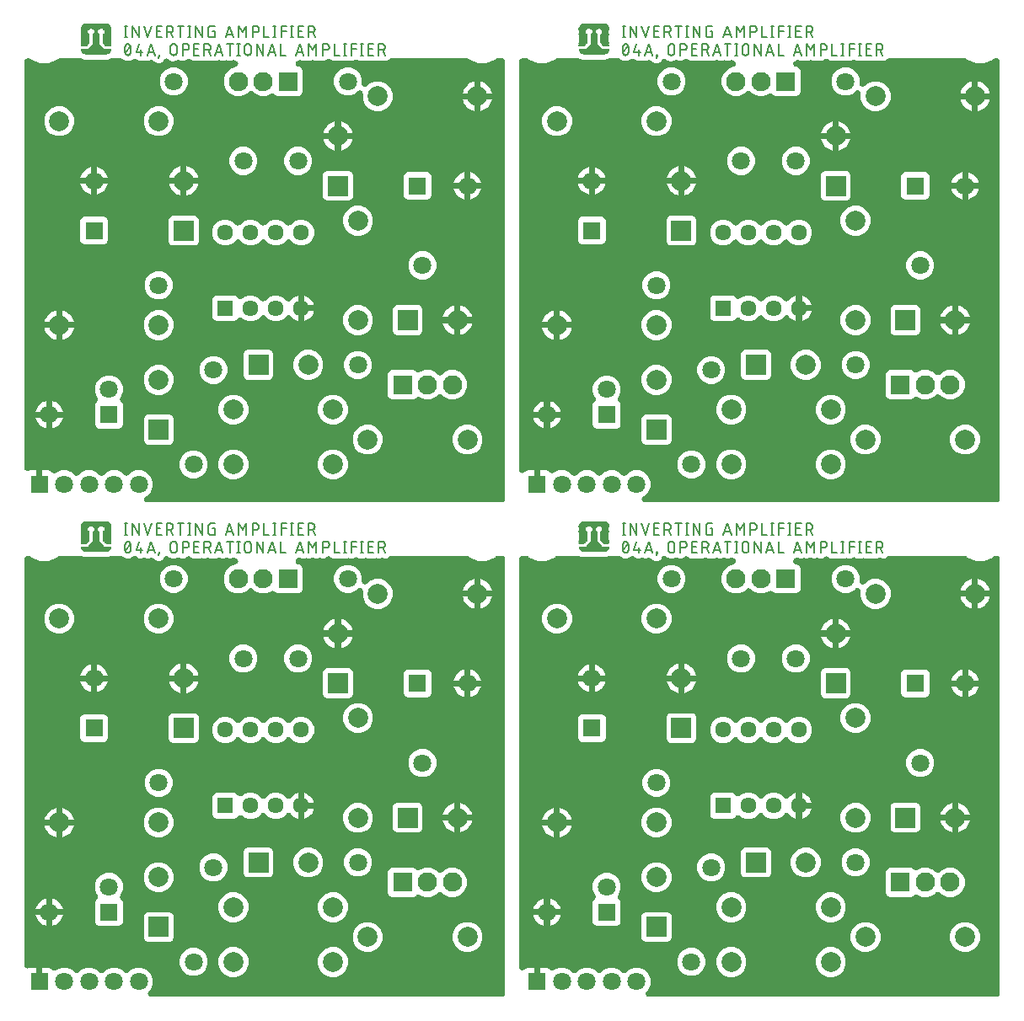
<source format=gbr>
G04 EAGLE Gerber RS-274X export*
G75*
%MOMM*%
%FSLAX34Y34*%
%LPD*%
%INTop Copper*%
%IPPOS*%
%AMOC8*
5,1,8,0,0,1.08239X$1,22.5*%
G01*
%ADD10R,2.000000X2.000000*%
%ADD11C,2.000000*%
%ADD12R,1.800000X1.800000*%
%ADD13C,1.800000*%
%ADD14R,1.930400X1.930400*%
%ADD15C,1.930400*%
%ADD16R,1.612800X1.612800*%
%ADD17C,1.612800*%
%ADD18R,2.112000X0.004000*%
%ADD19R,2.208000X0.004000*%
%ADD20R,2.256000X0.004000*%
%ADD21R,2.296000X0.004000*%
%ADD22R,2.328000X0.004000*%
%ADD23R,2.352000X0.004000*%
%ADD24R,2.376000X0.004000*%
%ADD25R,2.400000X0.004000*%
%ADD26R,2.424000X0.004000*%
%ADD27R,2.440000X0.004000*%
%ADD28R,2.464000X0.004000*%
%ADD29R,2.480000X0.004000*%
%ADD30R,2.496000X0.004000*%
%ADD31R,2.512000X0.004000*%
%ADD32R,2.528000X0.004000*%
%ADD33R,2.544000X0.004000*%
%ADD34R,2.552000X0.004000*%
%ADD35R,2.568000X0.004000*%
%ADD36R,2.584000X0.004000*%
%ADD37R,2.592000X0.004000*%
%ADD38R,2.608000X0.004000*%
%ADD39R,2.616000X0.004000*%
%ADD40R,2.632000X0.004000*%
%ADD41R,2.640000X0.004000*%
%ADD42R,2.648000X0.004000*%
%ADD43R,2.664000X0.004000*%
%ADD44R,2.672000X0.004000*%
%ADD45R,2.680000X0.004000*%
%ADD46R,2.688000X0.004000*%
%ADD47R,2.696000X0.004000*%
%ADD48R,2.712000X0.004000*%
%ADD49R,2.720000X0.004000*%
%ADD50R,2.728000X0.004000*%
%ADD51R,2.736000X0.004000*%
%ADD52R,2.744000X0.004000*%
%ADD53R,2.752000X0.004000*%
%ADD54R,2.760000X0.004000*%
%ADD55R,2.768000X0.004000*%
%ADD56R,2.776000X0.004000*%
%ADD57R,2.784000X0.004000*%
%ADD58R,2.792000X0.004000*%
%ADD59R,2.800000X0.004000*%
%ADD60R,2.808000X0.004000*%
%ADD61R,2.816000X0.004000*%
%ADD62R,2.824000X0.004000*%
%ADD63R,2.832000X0.004000*%
%ADD64R,2.840000X0.004000*%
%ADD65R,2.848000X0.004000*%
%ADD66R,2.856000X0.004000*%
%ADD67R,2.864000X0.004000*%
%ADD68R,2.872000X0.004000*%
%ADD69R,2.880000X0.004000*%
%ADD70R,2.888000X0.004000*%
%ADD71R,2.896000X0.004000*%
%ADD72R,2.904000X0.004000*%
%ADD73R,2.912000X0.004000*%
%ADD74R,2.920000X0.004000*%
%ADD75R,2.928000X0.004000*%
%ADD76R,2.936000X0.004000*%
%ADD77R,2.944000X0.004000*%
%ADD78R,2.952000X0.004000*%
%ADD79R,2.960000X0.004000*%
%ADD80R,2.968000X0.004000*%
%ADD81R,2.976000X0.004000*%
%ADD82R,2.984000X0.004000*%
%ADD83R,2.992000X0.004000*%
%ADD84R,3.000000X0.004000*%
%ADD85R,3.008000X0.004000*%
%ADD86R,3.016000X0.004000*%
%ADD87R,3.020000X0.004000*%
%ADD88R,1.636000X0.004000*%
%ADD89R,1.628000X0.004000*%
%ADD90R,1.620000X0.004000*%
%ADD91R,1.612000X0.004000*%
%ADD92R,1.608000X0.004000*%
%ADD93R,1.600000X0.004000*%
%ADD94R,1.592000X0.004000*%
%ADD95R,1.584000X0.004000*%
%ADD96R,1.576000X0.004000*%
%ADD97R,1.568000X0.004000*%
%ADD98R,1.564000X0.004000*%
%ADD99R,1.556000X0.004000*%
%ADD100R,1.548000X0.004000*%
%ADD101R,1.540000X0.004000*%
%ADD102R,1.536000X0.004000*%
%ADD103R,1.528000X0.004000*%
%ADD104R,1.520000X0.004000*%
%ADD105R,1.512000X0.004000*%
%ADD106R,1.504000X0.004000*%
%ADD107R,1.496000X0.004000*%
%ADD108R,1.492000X0.004000*%
%ADD109R,1.484000X0.004000*%
%ADD110R,1.476000X0.004000*%
%ADD111R,1.468000X0.004000*%
%ADD112R,1.460000X0.004000*%
%ADD113R,1.456000X0.004000*%
%ADD114R,1.448000X0.004000*%
%ADD115R,1.440000X0.004000*%
%ADD116R,1.432000X0.004000*%
%ADD117R,1.424000X0.004000*%
%ADD118R,1.416000X0.004000*%
%ADD119R,1.412000X0.004000*%
%ADD120R,1.404000X0.004000*%
%ADD121R,1.396000X0.004000*%
%ADD122R,1.388000X0.004000*%
%ADD123R,1.384000X0.004000*%
%ADD124R,1.376000X0.004000*%
%ADD125R,1.368000X0.004000*%
%ADD126R,1.360000X0.004000*%
%ADD127R,1.352000X0.004000*%
%ADD128R,1.344000X0.004000*%
%ADD129R,1.340000X0.004000*%
%ADD130R,1.332000X0.004000*%
%ADD131R,1.324000X0.004000*%
%ADD132R,1.316000X0.004000*%
%ADD133R,1.308000X0.004000*%
%ADD134R,1.304000X0.004000*%
%ADD135R,1.296000X0.004000*%
%ADD136R,1.288000X0.004000*%
%ADD137R,1.280000X0.004000*%
%ADD138R,1.272000X0.004000*%
%ADD139R,1.264000X0.004000*%
%ADD140R,1.260000X0.004000*%
%ADD141R,1.252000X0.004000*%
%ADD142R,1.244000X0.004000*%
%ADD143R,1.236000X0.004000*%
%ADD144R,1.228000X0.004000*%
%ADD145R,1.224000X0.004000*%
%ADD146R,1.216000X0.004000*%
%ADD147R,1.208000X0.004000*%
%ADD148R,1.200000X0.004000*%
%ADD149R,1.192000X0.004000*%
%ADD150R,1.188000X0.004000*%
%ADD151R,1.180000X0.004000*%
%ADD152R,1.172000X0.004000*%
%ADD153R,1.164000X0.004000*%
%ADD154R,1.156000X0.004000*%
%ADD155R,1.152000X0.004000*%
%ADD156R,1.144000X0.004000*%
%ADD157R,1.136000X0.004000*%
%ADD158R,1.128000X0.004000*%
%ADD159R,1.120000X0.004000*%
%ADD160R,1.112000X0.004000*%
%ADD161R,1.108000X0.004000*%
%ADD162R,1.100000X0.004000*%
%ADD163R,1.092000X0.004000*%
%ADD164R,1.084000X0.004000*%
%ADD165R,1.076000X0.004000*%
%ADD166R,1.072000X0.004000*%
%ADD167R,1.064000X0.004000*%
%ADD168R,1.056000X0.004000*%
%ADD169R,1.048000X0.004000*%
%ADD170R,1.040000X0.004000*%
%ADD171R,0.548000X0.004000*%
%ADD172R,1.036000X0.004000*%
%ADD173R,0.552000X0.004000*%
%ADD174R,1.028000X0.004000*%
%ADD175R,0.556000X0.004000*%
%ADD176R,1.020000X0.004000*%
%ADD177R,0.560000X0.004000*%
%ADD178R,1.012000X0.004000*%
%ADD179R,0.564000X0.004000*%
%ADD180R,1.004000X0.004000*%
%ADD181R,0.568000X0.004000*%
%ADD182R,1.000000X0.004000*%
%ADD183R,0.572000X0.004000*%
%ADD184R,0.992000X0.004000*%
%ADD185R,0.576000X0.004000*%
%ADD186R,0.984000X0.004000*%
%ADD187R,0.976000X0.004000*%
%ADD188R,0.580000X0.004000*%
%ADD189R,0.968000X0.004000*%
%ADD190R,0.584000X0.004000*%
%ADD191R,0.960000X0.004000*%
%ADD192R,0.588000X0.004000*%
%ADD193R,0.956000X0.004000*%
%ADD194R,0.592000X0.004000*%
%ADD195R,0.948000X0.004000*%
%ADD196R,0.596000X0.004000*%
%ADD197R,0.940000X0.004000*%
%ADD198R,0.600000X0.004000*%
%ADD199R,0.932000X0.004000*%
%ADD200R,0.604000X0.004000*%
%ADD201R,0.924000X0.004000*%
%ADD202R,0.608000X0.004000*%
%ADD203R,0.920000X0.004000*%
%ADD204R,0.612000X0.004000*%
%ADD205R,0.912000X0.004000*%
%ADD206R,0.904000X0.004000*%
%ADD207R,0.616000X0.004000*%
%ADD208R,0.896000X0.004000*%
%ADD209R,0.620000X0.004000*%
%ADD210R,0.888000X0.004000*%
%ADD211R,0.624000X0.004000*%
%ADD212R,0.884000X0.004000*%
%ADD213R,0.628000X0.004000*%
%ADD214R,0.876000X0.004000*%
%ADD215R,0.632000X0.004000*%
%ADD216R,0.868000X0.004000*%
%ADD217R,0.636000X0.004000*%
%ADD218R,0.860000X0.004000*%
%ADD219R,0.640000X0.004000*%
%ADD220R,0.852000X0.004000*%
%ADD221R,0.644000X0.004000*%
%ADD222R,0.848000X0.004000*%
%ADD223R,0.648000X0.004000*%
%ADD224R,0.840000X0.004000*%
%ADD225R,0.652000X0.004000*%
%ADD226R,0.832000X0.004000*%
%ADD227R,0.824000X0.004000*%
%ADD228R,0.656000X0.004000*%
%ADD229R,0.816000X0.004000*%
%ADD230R,0.660000X0.004000*%
%ADD231R,0.808000X0.004000*%
%ADD232R,0.664000X0.004000*%
%ADD233R,0.804000X0.004000*%
%ADD234R,0.668000X0.004000*%
%ADD235R,0.796000X0.004000*%
%ADD236R,0.672000X0.004000*%
%ADD237R,0.788000X0.004000*%
%ADD238R,0.676000X0.004000*%
%ADD239R,0.780000X0.004000*%
%ADD240R,0.680000X0.004000*%
%ADD241R,0.772000X0.004000*%
%ADD242R,0.684000X0.004000*%
%ADD243R,0.768000X0.004000*%
%ADD244R,0.688000X0.004000*%
%ADD245R,0.760000X0.004000*%
%ADD246R,0.752000X0.004000*%
%ADD247R,0.692000X0.004000*%
%ADD248R,0.744000X0.004000*%
%ADD249R,0.696000X0.004000*%
%ADD250R,0.736000X0.004000*%
%ADD251R,0.700000X0.004000*%
%ADD252R,0.732000X0.004000*%
%ADD253R,0.704000X0.004000*%
%ADD254R,0.724000X0.004000*%
%ADD255R,0.708000X0.004000*%
%ADD256R,0.716000X0.004000*%
%ADD257R,0.712000X0.004000*%
%ADD258R,0.720000X0.004000*%
%ADD259R,0.728000X0.004000*%
%ADD260R,0.740000X0.004000*%
%ADD261R,0.748000X0.004000*%
%ADD262R,0.756000X0.004000*%
%ADD263R,0.764000X0.004000*%
%ADD264R,0.776000X0.004000*%
%ADD265R,0.784000X0.004000*%
%ADD266R,0.792000X0.004000*%
%ADD267R,0.800000X0.004000*%
%ADD268R,0.812000X0.004000*%
%ADD269R,0.820000X0.004000*%
%ADD270R,0.828000X0.004000*%
%ADD271R,0.836000X0.004000*%
%ADD272R,0.844000X0.004000*%
%ADD273R,0.856000X0.004000*%
%ADD274R,0.544000X0.004000*%
%ADD275R,0.536000X0.004000*%
%ADD276R,0.528000X0.004000*%
%ADD277R,0.520000X0.004000*%
%ADD278R,0.512000X0.004000*%
%ADD279R,0.504000X0.004000*%
%ADD280R,0.496000X0.004000*%
%ADD281R,0.488000X0.004000*%
%ADD282R,0.484000X0.004000*%
%ADD283R,0.476000X0.004000*%
%ADD284R,0.468000X0.004000*%
%ADD285R,0.464000X0.004000*%
%ADD286R,0.456000X0.004000*%
%ADD287R,0.452000X0.004000*%
%ADD288R,0.444000X0.004000*%
%ADD289R,0.440000X0.004000*%
%ADD290R,0.436000X0.004000*%
%ADD291R,0.428000X0.004000*%
%ADD292R,0.424000X0.004000*%
%ADD293R,0.420000X0.004000*%
%ADD294R,0.416000X0.004000*%
%ADD295R,0.412000X0.004000*%
%ADD296R,0.408000X0.004000*%
%ADD297R,0.400000X0.004000*%
%ADD298R,0.392000X0.004000*%
%ADD299R,0.384000X0.004000*%
%ADD300R,0.380000X0.004000*%
%ADD301R,0.376000X0.004000*%
%ADD302R,0.372000X0.004000*%
%ADD303R,0.368000X0.004000*%
%ADD304R,0.364000X0.004000*%
%ADD305R,0.360000X0.004000*%
%ADD306R,0.356000X0.004000*%
%ADD307R,0.352000X0.004000*%
%ADD308R,0.348000X0.004000*%
%ADD309R,0.344000X0.004000*%
%ADD310R,0.340000X0.004000*%
%ADD311R,0.336000X0.004000*%
%ADD312R,0.332000X0.004000*%
%ADD313R,0.328000X0.004000*%
%ADD314R,0.864000X0.004000*%
%ADD315R,0.872000X0.004000*%
%ADD316R,0.880000X0.004000*%
%ADD317R,0.908000X0.004000*%
%ADD318R,0.936000X0.004000*%
%ADD319R,0.952000X0.004000*%
%ADD320R,0.980000X0.004000*%
%ADD321R,0.916000X0.004000*%
%ADD322C,0.152400*%
%ADD323C,1.300000*%

G36*
X490094Y507008D02*
X490094Y507008D01*
X490188Y507007D01*
X490338Y507028D01*
X490488Y507041D01*
X490579Y507064D01*
X490673Y507077D01*
X490816Y507123D01*
X490963Y507159D01*
X491049Y507197D01*
X491139Y507226D01*
X491274Y507294D01*
X491412Y507354D01*
X491491Y507405D01*
X491575Y507448D01*
X491697Y507537D01*
X491823Y507619D01*
X491893Y507682D01*
X491969Y507738D01*
X492075Y507846D01*
X492186Y507947D01*
X492245Y508021D01*
X492311Y508088D01*
X492397Y508212D01*
X492491Y508330D01*
X492537Y508412D01*
X492591Y508490D01*
X492656Y508626D01*
X492730Y508757D01*
X492762Y508846D01*
X492802Y508931D01*
X492844Y509076D01*
X492895Y509218D01*
X492913Y509311D01*
X492939Y509401D01*
X492950Y509516D01*
X492984Y509699D01*
X492988Y509885D01*
X492999Y510000D01*
X492999Y950000D01*
X492992Y950094D01*
X492993Y950188D01*
X492972Y950338D01*
X492959Y950488D01*
X492936Y950579D01*
X492923Y950673D01*
X492877Y950816D01*
X492841Y950963D01*
X492803Y951049D01*
X492775Y951139D01*
X492706Y951274D01*
X492646Y951412D01*
X492595Y951491D01*
X492552Y951575D01*
X492463Y951697D01*
X492381Y951823D01*
X492318Y951893D01*
X492262Y951969D01*
X492154Y952075D01*
X492053Y952186D01*
X491979Y952245D01*
X491912Y952311D01*
X491788Y952397D01*
X491670Y952491D01*
X491588Y952537D01*
X491510Y952591D01*
X491374Y952656D01*
X491243Y952730D01*
X491154Y952762D01*
X491069Y952802D01*
X490924Y952844D01*
X490782Y952895D01*
X490689Y952913D01*
X490599Y952939D01*
X490484Y952950D01*
X490301Y952984D01*
X490115Y952988D01*
X490000Y952999D01*
X485355Y952999D01*
X485214Y952988D01*
X485073Y952986D01*
X484971Y952968D01*
X484868Y952959D01*
X484730Y952925D01*
X484591Y952900D01*
X484493Y952866D01*
X484393Y952841D01*
X484263Y952784D01*
X484130Y952737D01*
X484039Y952687D01*
X483944Y952646D01*
X483825Y952570D01*
X483701Y952502D01*
X483634Y952447D01*
X483532Y952381D01*
X483330Y952199D01*
X483234Y952121D01*
X482462Y951349D01*
X474376Y947999D01*
X465624Y947999D01*
X457538Y951349D01*
X456766Y952121D01*
X456658Y952212D01*
X456556Y952311D01*
X456471Y952370D01*
X456392Y952437D01*
X456271Y952510D01*
X456155Y952591D01*
X456062Y952636D01*
X455973Y952689D01*
X455841Y952741D01*
X455714Y952802D01*
X455614Y952831D01*
X455518Y952869D01*
X455379Y952899D01*
X455244Y952939D01*
X455158Y952948D01*
X455039Y952973D01*
X454768Y952987D01*
X454645Y952999D01*
X378457Y952999D01*
X378454Y952999D01*
X378451Y952999D01*
X378204Y952979D01*
X377969Y952959D01*
X377967Y952959D01*
X377964Y952958D01*
X377730Y952899D01*
X377494Y952841D01*
X377492Y952839D01*
X377489Y952839D01*
X377273Y952745D01*
X377045Y952646D01*
X377043Y952645D01*
X377040Y952644D01*
X376833Y952510D01*
X376634Y952381D01*
X376632Y952380D01*
X376629Y952378D01*
X376613Y952362D01*
X376271Y952053D01*
X376229Y952000D01*
X376191Y951965D01*
X375892Y951620D01*
X373842Y950595D01*
X371555Y950433D01*
X370037Y950938D01*
X370003Y950947D01*
X369971Y950960D01*
X369765Y951005D01*
X369562Y951055D01*
X369527Y951057D01*
X369493Y951065D01*
X369284Y951076D01*
X369074Y951092D01*
X369039Y951089D01*
X369004Y951091D01*
X368796Y951068D01*
X368586Y951050D01*
X368552Y951041D01*
X368517Y951037D01*
X368406Y951004D01*
X368112Y950929D01*
X368015Y950886D01*
X367941Y950864D01*
X367060Y950499D01*
X364768Y950499D01*
X364510Y950606D01*
X364375Y950649D01*
X364244Y950702D01*
X364143Y950724D01*
X364044Y950756D01*
X363904Y950777D01*
X363766Y950807D01*
X363663Y950813D01*
X363560Y950828D01*
X363418Y950826D01*
X363277Y950833D01*
X363174Y950822D01*
X363071Y950820D01*
X362931Y950795D01*
X362791Y950779D01*
X362708Y950755D01*
X362589Y950733D01*
X362333Y950642D01*
X362214Y950606D01*
X361956Y950499D01*
X354563Y950499D01*
X354200Y950650D01*
X354065Y950693D01*
X353934Y950746D01*
X353832Y950768D01*
X353734Y950800D01*
X353594Y950821D01*
X353456Y950851D01*
X353352Y950856D01*
X353250Y950872D01*
X353108Y950869D01*
X352967Y950877D01*
X352864Y950866D01*
X352760Y950864D01*
X352621Y950839D01*
X352481Y950823D01*
X352398Y950798D01*
X352279Y950777D01*
X352023Y950686D01*
X351904Y950650D01*
X351540Y950499D01*
X346698Y950499D01*
X344345Y951474D01*
X344210Y951517D01*
X344079Y951570D01*
X343977Y951592D01*
X343879Y951624D01*
X343739Y951645D01*
X343601Y951675D01*
X343497Y951680D01*
X343395Y951696D01*
X343253Y951694D01*
X343112Y951701D01*
X343009Y951690D01*
X342905Y951688D01*
X342766Y951663D01*
X342626Y951647D01*
X342543Y951622D01*
X342424Y951601D01*
X342168Y951510D01*
X342049Y951474D01*
X339696Y950499D01*
X337404Y950499D01*
X337040Y950650D01*
X336905Y950693D01*
X336774Y950746D01*
X336672Y950768D01*
X336574Y950800D01*
X336434Y950821D01*
X336296Y950851D01*
X336192Y950857D01*
X336090Y950872D01*
X335948Y950870D01*
X335807Y950877D01*
X335704Y950866D01*
X335600Y950864D01*
X335461Y950839D01*
X335321Y950823D01*
X335238Y950798D01*
X335119Y950777D01*
X334863Y950686D01*
X334744Y950650D01*
X334381Y950499D01*
X329504Y950499D01*
X329469Y950513D01*
X329368Y950536D01*
X329269Y950567D01*
X329129Y950588D01*
X328991Y950619D01*
X328888Y950624D01*
X328785Y950639D01*
X328643Y950637D01*
X328502Y950645D01*
X328399Y950633D01*
X328296Y950632D01*
X328156Y950607D01*
X328016Y950591D01*
X327933Y950566D01*
X327814Y950545D01*
X327687Y950499D01*
X320244Y950499D01*
X318126Y951377D01*
X317753Y951749D01*
X317681Y951810D01*
X317616Y951878D01*
X317495Y951968D01*
X317380Y952066D01*
X317299Y952114D01*
X317224Y952171D01*
X317090Y952240D01*
X316960Y952317D01*
X316873Y952352D01*
X316789Y952395D01*
X316646Y952442D01*
X316505Y952498D01*
X316413Y952518D01*
X316323Y952547D01*
X316175Y952569D01*
X316027Y952601D01*
X315933Y952606D01*
X315839Y952620D01*
X315689Y952618D01*
X315538Y952626D01*
X315445Y952615D01*
X315350Y952614D01*
X315202Y952588D01*
X315052Y952571D01*
X314961Y952545D01*
X314868Y952528D01*
X314726Y952478D01*
X314581Y952437D01*
X314496Y952397D01*
X314407Y952365D01*
X314275Y952293D01*
X314138Y952229D01*
X314061Y952175D01*
X313978Y952130D01*
X313888Y952056D01*
X313735Y951951D01*
X313602Y951822D01*
X313512Y951749D01*
X313139Y951377D01*
X311021Y950499D01*
X308729Y950499D01*
X307793Y950887D01*
X307658Y950930D01*
X307527Y950983D01*
X307425Y951005D01*
X307327Y951037D01*
X307187Y951058D01*
X307049Y951088D01*
X306945Y951094D01*
X306843Y951109D01*
X306701Y951107D01*
X306560Y951114D01*
X306457Y951103D01*
X306353Y951101D01*
X306214Y951076D01*
X306073Y951060D01*
X305991Y951036D01*
X305872Y951014D01*
X305616Y950923D01*
X305497Y950887D01*
X304561Y950499D01*
X302268Y950499D01*
X300737Y951134D01*
X300602Y951177D01*
X300471Y951229D01*
X300370Y951252D01*
X300271Y951283D01*
X300131Y951304D01*
X299993Y951335D01*
X299890Y951340D01*
X299787Y951355D01*
X299646Y951353D01*
X299504Y951361D01*
X299401Y951349D01*
X299298Y951348D01*
X299159Y951322D01*
X299018Y951307D01*
X298935Y951282D01*
X298816Y951260D01*
X298560Y951169D01*
X298441Y951134D01*
X296910Y950499D01*
X294618Y950499D01*
X294253Y950650D01*
X294219Y950661D01*
X294188Y950677D01*
X293987Y950736D01*
X293787Y950800D01*
X293752Y950805D01*
X293718Y950815D01*
X293510Y950841D01*
X293303Y950872D01*
X293268Y950872D01*
X293233Y950876D01*
X293023Y950868D01*
X292813Y950865D01*
X292779Y950858D01*
X292744Y950857D01*
X292630Y950831D01*
X292332Y950777D01*
X292232Y950742D01*
X292156Y950725D01*
X291280Y950433D01*
X288993Y950595D01*
X288061Y951061D01*
X287959Y951102D01*
X287862Y951152D01*
X287732Y951193D01*
X287606Y951244D01*
X287500Y951267D01*
X287396Y951300D01*
X287261Y951320D01*
X287129Y951350D01*
X287020Y951356D01*
X286911Y951372D01*
X286775Y951369D01*
X286640Y951377D01*
X286532Y951365D01*
X286422Y951363D01*
X286288Y951338D01*
X286153Y951324D01*
X286048Y951295D01*
X285941Y951275D01*
X285840Y951236D01*
X285682Y951193D01*
X285492Y951105D01*
X285378Y951061D01*
X283925Y950335D01*
X283891Y950314D01*
X283855Y950298D01*
X283683Y950188D01*
X283507Y950081D01*
X283476Y950055D01*
X283443Y950033D01*
X283291Y949896D01*
X283135Y949762D01*
X283109Y949732D01*
X283080Y949705D01*
X282952Y949545D01*
X282820Y949387D01*
X282800Y949353D01*
X282775Y949322D01*
X282675Y949143D01*
X282570Y948967D01*
X282556Y948929D01*
X282537Y948895D01*
X282467Y948702D01*
X282393Y948511D01*
X282384Y948472D01*
X282371Y948434D01*
X282334Y948233D01*
X282291Y948032D01*
X282289Y947992D01*
X282282Y947953D01*
X282278Y947747D01*
X282269Y947543D01*
X282274Y947503D01*
X282273Y947464D01*
X282303Y947260D01*
X282327Y947057D01*
X282338Y947019D01*
X282343Y946979D01*
X282406Y946783D01*
X282463Y946587D01*
X282480Y946551D01*
X282492Y946513D01*
X282585Y946330D01*
X282673Y946145D01*
X282696Y946112D01*
X282714Y946077D01*
X282836Y945911D01*
X282953Y945743D01*
X282981Y945715D01*
X283004Y945683D01*
X283151Y945539D01*
X283294Y945392D01*
X283326Y945369D01*
X283355Y945341D01*
X283523Y945223D01*
X283688Y945102D01*
X283723Y945084D01*
X283756Y945061D01*
X283941Y944972D01*
X284124Y944879D01*
X284162Y944867D01*
X284197Y944850D01*
X284394Y944793D01*
X284590Y944730D01*
X284629Y944724D01*
X284667Y944713D01*
X284786Y944701D01*
X285074Y944659D01*
X285186Y944661D01*
X285266Y944653D01*
X285647Y944653D01*
X287485Y943891D01*
X288891Y942485D01*
X289653Y940647D01*
X289653Y919353D01*
X288891Y917515D01*
X287485Y916109D01*
X285647Y915347D01*
X264353Y915347D01*
X262515Y916109D01*
X261659Y916965D01*
X261481Y917116D01*
X261293Y917276D01*
X261289Y917279D01*
X261286Y917282D01*
X261079Y917406D01*
X260874Y917530D01*
X260870Y917531D01*
X260866Y917534D01*
X260641Y917622D01*
X260420Y917711D01*
X260415Y917712D01*
X260411Y917714D01*
X260174Y917765D01*
X259942Y917816D01*
X259937Y917817D01*
X259933Y917818D01*
X259692Y917830D01*
X259453Y917842D01*
X259448Y917842D01*
X259444Y917842D01*
X259205Y917815D01*
X258967Y917789D01*
X258963Y917788D01*
X258957Y917787D01*
X258487Y917653D01*
X258434Y917628D01*
X258390Y917615D01*
X252915Y915347D01*
X247085Y915347D01*
X241700Y917578D01*
X239621Y919657D01*
X239549Y919718D01*
X239483Y919786D01*
X239363Y919876D01*
X239248Y919974D01*
X239167Y920022D01*
X239091Y920079D01*
X238957Y920148D01*
X238828Y920226D01*
X238740Y920260D01*
X238656Y920304D01*
X238513Y920350D01*
X238373Y920406D01*
X238281Y920426D01*
X238191Y920455D01*
X238042Y920478D01*
X237895Y920510D01*
X237800Y920514D01*
X237707Y920528D01*
X237556Y920527D01*
X237406Y920534D01*
X237312Y920523D01*
X237218Y920522D01*
X237069Y920496D01*
X236919Y920479D01*
X236829Y920453D01*
X236736Y920437D01*
X236594Y920386D01*
X236449Y920345D01*
X236363Y920305D01*
X236274Y920274D01*
X236142Y920201D01*
X236006Y920137D01*
X235928Y920083D01*
X235845Y920038D01*
X235756Y919965D01*
X235603Y919859D01*
X235469Y919730D01*
X235379Y919657D01*
X233300Y917578D01*
X227915Y915347D01*
X222085Y915347D01*
X216700Y917578D01*
X212578Y921700D01*
X210347Y927085D01*
X210347Y932915D01*
X212578Y938300D01*
X216700Y942422D01*
X222177Y944691D01*
X222202Y944693D01*
X222344Y944728D01*
X222488Y944754D01*
X222581Y944787D01*
X222677Y944811D01*
X222811Y944869D01*
X222949Y944918D01*
X223036Y944967D01*
X223126Y945006D01*
X223249Y945085D01*
X223377Y945156D01*
X223455Y945217D01*
X223538Y945271D01*
X223646Y945369D01*
X223761Y945459D01*
X223828Y945532D01*
X223901Y945599D01*
X223992Y945713D01*
X224090Y945821D01*
X224144Y945904D01*
X224206Y945982D01*
X224277Y946110D01*
X224356Y946232D01*
X224396Y946323D01*
X224444Y946409D01*
X224494Y946547D01*
X224552Y946681D01*
X224577Y946777D01*
X224610Y946870D01*
X224637Y947014D01*
X224672Y947155D01*
X224681Y947254D01*
X224699Y947351D01*
X224702Y947497D01*
X224714Y947643D01*
X224706Y947742D01*
X224708Y947840D01*
X224687Y947985D01*
X224675Y948131D01*
X224652Y948227D01*
X224637Y948325D01*
X224593Y948464D01*
X224558Y948606D01*
X224519Y948697D01*
X224489Y948791D01*
X224423Y948921D01*
X224365Y949056D01*
X224312Y949139D01*
X224267Y949227D01*
X224180Y949345D01*
X224102Y949468D01*
X224036Y949542D01*
X223977Y949621D01*
X223872Y949723D01*
X223775Y949832D01*
X223697Y949894D01*
X223626Y949963D01*
X223506Y950047D01*
X223393Y950138D01*
X223320Y950177D01*
X223225Y950243D01*
X222969Y950365D01*
X222862Y950423D01*
X221320Y951062D01*
X221185Y951105D01*
X221054Y951158D01*
X220952Y951180D01*
X220854Y951212D01*
X220714Y951232D01*
X220576Y951263D01*
X220472Y951268D01*
X220370Y951284D01*
X220228Y951281D01*
X220087Y951289D01*
X219984Y951278D01*
X219880Y951276D01*
X219741Y951251D01*
X219600Y951235D01*
X219518Y951210D01*
X219399Y951189D01*
X219142Y951098D01*
X219024Y951062D01*
X217666Y950499D01*
X215373Y950499D01*
X214172Y950997D01*
X214139Y951008D01*
X214107Y951023D01*
X213906Y951082D01*
X213706Y951147D01*
X213671Y951152D01*
X213638Y951162D01*
X213429Y951188D01*
X213222Y951219D01*
X213187Y951218D01*
X213152Y951222D01*
X212942Y951214D01*
X212733Y951211D01*
X212698Y951205D01*
X212663Y951203D01*
X212550Y951178D01*
X212251Y951124D01*
X212151Y951088D01*
X212076Y951071D01*
X210160Y950433D01*
X207873Y950595D01*
X206941Y951061D01*
X206839Y951102D01*
X206742Y951152D01*
X206613Y951193D01*
X206487Y951244D01*
X206380Y951267D01*
X206276Y951300D01*
X206142Y951320D01*
X206009Y951350D01*
X205900Y951356D01*
X205792Y951372D01*
X205656Y951369D01*
X205520Y951377D01*
X205412Y951365D01*
X205302Y951363D01*
X205169Y951338D01*
X205034Y951324D01*
X204929Y951295D01*
X204821Y951275D01*
X204720Y951236D01*
X204562Y951193D01*
X204372Y951105D01*
X204258Y951061D01*
X203326Y950595D01*
X201039Y950433D01*
X200639Y950566D01*
X200501Y950600D01*
X200366Y950643D01*
X200264Y950658D01*
X200163Y950682D01*
X200022Y950693D01*
X199882Y950714D01*
X199779Y950712D01*
X199675Y950720D01*
X199534Y950708D01*
X199393Y950705D01*
X199291Y950687D01*
X199188Y950678D01*
X199051Y950643D01*
X198911Y950617D01*
X198881Y950606D01*
X196445Y950433D01*
X194928Y950938D01*
X194894Y950947D01*
X194861Y950960D01*
X194656Y951005D01*
X194452Y951055D01*
X194417Y951057D01*
X194383Y951065D01*
X194174Y951076D01*
X193964Y951092D01*
X193929Y951089D01*
X193894Y951091D01*
X193686Y951068D01*
X193477Y951050D01*
X193443Y951041D01*
X193408Y951037D01*
X193297Y951004D01*
X193002Y950929D01*
X192906Y950886D01*
X192831Y950864D01*
X191951Y950499D01*
X189658Y950499D01*
X189401Y950606D01*
X189266Y950649D01*
X189134Y950702D01*
X189033Y950724D01*
X188935Y950756D01*
X188794Y950777D01*
X188656Y950807D01*
X188553Y950813D01*
X188450Y950828D01*
X188309Y950826D01*
X188168Y950833D01*
X188065Y950822D01*
X187961Y950820D01*
X187822Y950795D01*
X187681Y950779D01*
X187598Y950755D01*
X187480Y950733D01*
X187224Y950642D01*
X187105Y950606D01*
X186847Y950499D01*
X179454Y950499D01*
X177336Y951377D01*
X176964Y951749D01*
X176892Y951810D01*
X176826Y951878D01*
X176706Y951968D01*
X176591Y952066D01*
X176510Y952114D01*
X176434Y952171D01*
X176300Y952240D01*
X176171Y952317D01*
X176083Y952352D01*
X175999Y952395D01*
X175856Y952442D01*
X175716Y952498D01*
X175623Y952518D01*
X175534Y952547D01*
X175385Y952569D01*
X175238Y952601D01*
X175143Y952606D01*
X175050Y952620D01*
X174899Y952618D01*
X174749Y952626D01*
X174655Y952615D01*
X174560Y952614D01*
X174412Y952588D01*
X174262Y952571D01*
X174172Y952545D01*
X174079Y952528D01*
X173936Y952478D01*
X173792Y952437D01*
X173706Y952397D01*
X173617Y952365D01*
X173485Y952293D01*
X173349Y952229D01*
X173271Y952175D01*
X173188Y952130D01*
X173098Y952056D01*
X172946Y951951D01*
X172812Y951822D01*
X172722Y951749D01*
X172350Y951377D01*
X170232Y950499D01*
X167939Y950499D01*
X166349Y951158D01*
X166222Y951199D01*
X166098Y951249D01*
X165989Y951274D01*
X165883Y951308D01*
X165751Y951327D01*
X165620Y951357D01*
X165509Y951363D01*
X165399Y951380D01*
X165265Y951377D01*
X165131Y951385D01*
X165040Y951374D01*
X164910Y951372D01*
X164659Y951326D01*
X164534Y951311D01*
X159970Y950269D01*
X155986Y951178D01*
X154647Y952247D01*
X154584Y952289D01*
X154526Y952338D01*
X154381Y952425D01*
X154240Y952519D01*
X154171Y952551D01*
X154106Y952590D01*
X153949Y952652D01*
X153795Y952723D01*
X153722Y952743D01*
X153651Y952771D01*
X153487Y952806D01*
X153323Y952851D01*
X153247Y952858D01*
X153173Y952875D01*
X153004Y952883D01*
X152836Y952900D01*
X152760Y952896D01*
X152684Y952899D01*
X152516Y952880D01*
X152347Y952870D01*
X152273Y952853D01*
X152198Y952845D01*
X152035Y952799D01*
X151870Y952761D01*
X151800Y952732D01*
X151727Y952711D01*
X151574Y952639D01*
X151417Y952575D01*
X151353Y952535D01*
X151284Y952503D01*
X151145Y952407D01*
X151001Y952319D01*
X150943Y952269D01*
X150881Y952226D01*
X150759Y952108D01*
X150631Y951998D01*
X150583Y951939D01*
X150528Y951886D01*
X150427Y951751D01*
X150319Y951621D01*
X150281Y951555D01*
X150235Y951494D01*
X150181Y951384D01*
X150072Y951198D01*
X150015Y951050D01*
X149968Y950955D01*
X149841Y950615D01*
X148276Y948940D01*
X146189Y947991D01*
X143897Y947913D01*
X141751Y948718D01*
X140197Y950170D01*
X140095Y950251D01*
X140000Y950339D01*
X139920Y950390D01*
X139814Y950474D01*
X139597Y950594D01*
X139491Y950661D01*
X138691Y951061D01*
X138590Y951102D01*
X138492Y951152D01*
X138363Y951193D01*
X138237Y951244D01*
X138130Y951267D01*
X138026Y951300D01*
X137892Y951320D01*
X137759Y951350D01*
X137650Y951356D01*
X137542Y951372D01*
X137406Y951369D01*
X137270Y951377D01*
X137162Y951365D01*
X137052Y951363D01*
X136919Y951339D01*
X136784Y951324D01*
X136679Y951295D01*
X136571Y951275D01*
X136470Y951237D01*
X136312Y951193D01*
X136123Y951104D01*
X136008Y951061D01*
X135076Y950595D01*
X132789Y950433D01*
X131148Y950980D01*
X131114Y950988D01*
X131081Y951001D01*
X130877Y951046D01*
X130672Y951096D01*
X130637Y951099D01*
X130603Y951106D01*
X130394Y951118D01*
X130184Y951134D01*
X130149Y951131D01*
X130114Y951132D01*
X129905Y951109D01*
X129697Y951091D01*
X129663Y951083D01*
X129628Y951079D01*
X129517Y951045D01*
X129223Y950970D01*
X129126Y950928D01*
X129052Y950905D01*
X128071Y950499D01*
X125779Y950499D01*
X123661Y951377D01*
X123090Y951947D01*
X122971Y952048D01*
X122858Y952156D01*
X122784Y952206D01*
X122717Y952263D01*
X122583Y952344D01*
X122454Y952432D01*
X122373Y952470D01*
X122298Y952515D01*
X122152Y952573D01*
X122010Y952639D01*
X121925Y952663D01*
X121843Y952695D01*
X121689Y952729D01*
X121538Y952771D01*
X121451Y952780D01*
X121364Y952799D01*
X121208Y952807D01*
X121052Y952824D01*
X120964Y952819D01*
X120875Y952824D01*
X120720Y952806D01*
X120563Y952798D01*
X120477Y952778D01*
X120389Y952768D01*
X120238Y952726D01*
X120085Y952692D01*
X120003Y952659D01*
X119918Y952635D01*
X119777Y952568D01*
X119631Y952510D01*
X119555Y952464D01*
X119475Y952427D01*
X119346Y952338D01*
X119212Y952256D01*
X119156Y952207D01*
X119072Y952149D01*
X118847Y951932D01*
X118778Y951870D01*
X115653Y950499D01*
X112246Y950499D01*
X109126Y951868D01*
X108977Y952031D01*
X108828Y952169D01*
X108681Y952311D01*
X108647Y952335D01*
X108617Y952363D01*
X108448Y952474D01*
X108280Y952591D01*
X108243Y952609D01*
X108208Y952632D01*
X108023Y952714D01*
X107839Y952802D01*
X107799Y952814D01*
X107761Y952831D01*
X107564Y952882D01*
X107369Y952939D01*
X107333Y952942D01*
X107288Y952954D01*
X106800Y952999D01*
X106783Y952998D01*
X106770Y952999D01*
X97508Y952999D01*
X97465Y952996D01*
X97423Y952998D01*
X97222Y952976D01*
X97020Y952959D01*
X96979Y952949D01*
X96937Y952944D01*
X96820Y952909D01*
X96545Y952841D01*
X96440Y952795D01*
X96360Y952771D01*
X94882Y952159D01*
X94857Y952151D01*
X94841Y952145D01*
X94825Y952141D01*
X94771Y952117D01*
X94705Y952101D01*
X94651Y952077D01*
X94585Y952061D01*
X94583Y952060D01*
X94580Y952059D01*
X94539Y952049D01*
X94496Y952044D01*
X94441Y952028D01*
X94340Y952019D01*
X94336Y952018D01*
X94305Y952016D01*
X94263Y952018D01*
X94062Y951996D01*
X93860Y951979D01*
X70275Y951979D01*
X70050Y952013D01*
X69935Y952011D01*
X69852Y952019D01*
X69819Y952019D01*
X69814Y952021D01*
X69772Y952027D01*
X69731Y952039D01*
X69660Y952046D01*
X69614Y952061D01*
X69599Y952063D01*
X69508Y952089D01*
X69481Y952102D01*
X69413Y952122D01*
X69343Y952151D01*
X69312Y952161D01*
X69289Y952171D01*
X69264Y952182D01*
X69252Y952186D01*
X67840Y952771D01*
X67799Y952784D01*
X67761Y952802D01*
X67566Y952859D01*
X67374Y952921D01*
X67332Y952927D01*
X67291Y952939D01*
X67170Y952951D01*
X66890Y952993D01*
X66775Y952991D01*
X66692Y952999D01*
X45355Y952999D01*
X45214Y952988D01*
X45073Y952986D01*
X44971Y952968D01*
X44868Y952959D01*
X44730Y952925D01*
X44591Y952900D01*
X44493Y952866D01*
X44393Y952841D01*
X44263Y952784D01*
X44130Y952737D01*
X44039Y952687D01*
X43944Y952646D01*
X43825Y952570D01*
X43701Y952502D01*
X43634Y952447D01*
X43532Y952381D01*
X43330Y952199D01*
X43234Y952121D01*
X42462Y951349D01*
X34376Y947999D01*
X25624Y947999D01*
X17538Y951349D01*
X16766Y952121D01*
X16658Y952212D01*
X16556Y952311D01*
X16471Y952370D01*
X16392Y952437D01*
X16271Y952510D01*
X16155Y952591D01*
X16062Y952636D01*
X15973Y952689D01*
X15841Y952741D01*
X15714Y952802D01*
X15614Y952831D01*
X15518Y952869D01*
X15379Y952899D01*
X15244Y952939D01*
X15158Y952948D01*
X15039Y952973D01*
X14768Y952987D01*
X14645Y952999D01*
X13000Y952999D01*
X12906Y952992D01*
X12812Y952993D01*
X12662Y952972D01*
X12512Y952959D01*
X12421Y952936D01*
X12327Y952923D01*
X12184Y952877D01*
X12037Y952841D01*
X11951Y952803D01*
X11861Y952775D01*
X11726Y952706D01*
X11588Y952646D01*
X11509Y952595D01*
X11425Y952552D01*
X11303Y952463D01*
X11177Y952381D01*
X11107Y952318D01*
X11031Y952262D01*
X10925Y952154D01*
X10814Y952053D01*
X10755Y951979D01*
X10689Y951912D01*
X10603Y951788D01*
X10509Y951670D01*
X10463Y951588D01*
X10409Y951510D01*
X10344Y951374D01*
X10270Y951243D01*
X10238Y951154D01*
X10198Y951069D01*
X10156Y950924D01*
X10105Y950782D01*
X10087Y950689D01*
X10061Y950599D01*
X10050Y950484D01*
X10016Y950301D01*
X10012Y950115D01*
X10001Y950000D01*
X10001Y541416D01*
X10017Y541224D01*
X10026Y541031D01*
X10036Y540980D01*
X10041Y540929D01*
X10088Y540741D01*
X10128Y540552D01*
X10147Y540504D01*
X10159Y540454D01*
X10236Y540276D01*
X10307Y540097D01*
X10333Y540052D01*
X10354Y540005D01*
X10458Y539843D01*
X10557Y539676D01*
X10591Y539637D01*
X10619Y539593D01*
X10748Y539450D01*
X10873Y539302D01*
X10912Y539269D01*
X10947Y539230D01*
X11098Y539110D01*
X11245Y538984D01*
X11289Y538958D01*
X11330Y538925D01*
X11499Y538831D01*
X11664Y538731D01*
X11712Y538712D01*
X11757Y538687D01*
X11939Y538621D01*
X12118Y538550D01*
X12169Y538539D01*
X12218Y538521D01*
X12408Y538486D01*
X12596Y538445D01*
X12648Y538442D01*
X12699Y538432D01*
X12893Y538429D01*
X13085Y538418D01*
X13137Y538424D01*
X13188Y538423D01*
X13379Y538451D01*
X13571Y538472D01*
X13615Y538485D01*
X13673Y538494D01*
X14139Y538642D01*
X14144Y538644D01*
X14148Y538646D01*
X14541Y538809D01*
X15507Y539001D01*
X22001Y539001D01*
X22001Y525000D01*
X22008Y524906D01*
X22007Y524812D01*
X22028Y524663D01*
X22041Y524513D01*
X22063Y524421D01*
X22077Y524328D01*
X22123Y524184D01*
X22159Y524038D01*
X22197Y523951D01*
X22225Y523861D01*
X22294Y523727D01*
X22354Y523589D01*
X22405Y523509D01*
X22448Y523425D01*
X22537Y523303D01*
X22618Y523177D01*
X22682Y523107D01*
X22738Y523031D01*
X22846Y522926D01*
X22947Y522814D01*
X23020Y522755D01*
X23088Y522689D01*
X23212Y522603D01*
X23330Y522509D01*
X23412Y522463D01*
X23489Y522409D01*
X23625Y522344D01*
X23757Y522271D01*
X23846Y522239D01*
X23931Y522198D01*
X24076Y522156D01*
X24218Y522105D01*
X24310Y522088D01*
X24401Y522061D01*
X24516Y522050D01*
X24699Y522016D01*
X24884Y522013D01*
X25000Y522001D01*
X25094Y522009D01*
X25188Y522007D01*
X25189Y522007D01*
X25338Y522029D01*
X25488Y522041D01*
X25579Y522064D01*
X25673Y522077D01*
X25817Y522123D01*
X25963Y522160D01*
X26049Y522197D01*
X26139Y522226D01*
X26274Y522294D01*
X26412Y522354D01*
X26491Y522405D01*
X26575Y522448D01*
X26697Y522538D01*
X26823Y522619D01*
X26893Y522682D01*
X26969Y522738D01*
X27075Y522846D01*
X27187Y522947D01*
X27245Y523021D01*
X27311Y523089D01*
X27398Y523212D01*
X27491Y523330D01*
X27537Y523413D01*
X27591Y523490D01*
X27656Y523626D01*
X27730Y523758D01*
X27762Y523846D01*
X27802Y523931D01*
X27845Y524076D01*
X27896Y524218D01*
X27913Y524311D01*
X27939Y524401D01*
X27951Y524517D01*
X27984Y524699D01*
X27988Y524885D01*
X27999Y525000D01*
X27999Y539001D01*
X34493Y539001D01*
X35459Y538809D01*
X36369Y538432D01*
X37188Y537884D01*
X38015Y537057D01*
X38087Y536996D01*
X38153Y536928D01*
X38274Y536838D01*
X38388Y536740D01*
X38469Y536692D01*
X38545Y536635D01*
X38679Y536566D01*
X38808Y536488D01*
X38896Y536454D01*
X38980Y536410D01*
X39123Y536364D01*
X39263Y536308D01*
X39355Y536288D01*
X39445Y536259D01*
X39594Y536236D01*
X39741Y536204D01*
X39836Y536200D01*
X39929Y536186D01*
X40080Y536187D01*
X40230Y536180D01*
X40324Y536191D01*
X40418Y536192D01*
X40567Y536218D01*
X40717Y536235D01*
X40807Y536261D01*
X40900Y536277D01*
X41042Y536328D01*
X41187Y536369D01*
X41273Y536409D01*
X41362Y536440D01*
X41494Y536513D01*
X41630Y536577D01*
X41708Y536631D01*
X41791Y536676D01*
X41880Y536749D01*
X42032Y536854D01*
X47215Y539001D01*
X52785Y539001D01*
X57931Y536869D01*
X60379Y534421D01*
X60451Y534360D01*
X60517Y534292D01*
X60637Y534202D01*
X60752Y534104D01*
X60833Y534056D01*
X60909Y533999D01*
X61043Y533930D01*
X61172Y533852D01*
X61260Y533818D01*
X61344Y533774D01*
X61487Y533728D01*
X61627Y533672D01*
X61719Y533652D01*
X61809Y533623D01*
X61958Y533600D01*
X62105Y533568D01*
X62200Y533564D01*
X62293Y533550D01*
X62444Y533551D01*
X62594Y533544D01*
X62688Y533554D01*
X62782Y533556D01*
X62931Y533582D01*
X63081Y533599D01*
X63171Y533625D01*
X63264Y533641D01*
X63406Y533692D01*
X63551Y533733D01*
X63637Y533773D01*
X63726Y533804D01*
X63858Y533877D01*
X63994Y533941D01*
X64072Y533995D01*
X64155Y534040D01*
X64244Y534113D01*
X64397Y534219D01*
X64531Y534348D01*
X64621Y534421D01*
X67069Y536869D01*
X72215Y539001D01*
X77785Y539001D01*
X82931Y536869D01*
X85379Y534421D01*
X85451Y534360D01*
X85517Y534292D01*
X85637Y534202D01*
X85752Y534104D01*
X85833Y534056D01*
X85909Y533999D01*
X86043Y533930D01*
X86172Y533852D01*
X86260Y533818D01*
X86344Y533774D01*
X86487Y533728D01*
X86627Y533672D01*
X86719Y533652D01*
X86809Y533623D01*
X86958Y533600D01*
X87105Y533568D01*
X87200Y533564D01*
X87293Y533550D01*
X87444Y533551D01*
X87594Y533544D01*
X87688Y533554D01*
X87782Y533556D01*
X87931Y533582D01*
X88081Y533599D01*
X88171Y533625D01*
X88264Y533641D01*
X88406Y533692D01*
X88551Y533733D01*
X88637Y533773D01*
X88726Y533804D01*
X88858Y533877D01*
X88994Y533941D01*
X89072Y533995D01*
X89155Y534040D01*
X89244Y534113D01*
X89397Y534219D01*
X89531Y534348D01*
X89621Y534421D01*
X92069Y536869D01*
X97215Y539001D01*
X102785Y539001D01*
X107931Y536869D01*
X110379Y534421D01*
X110451Y534360D01*
X110517Y534292D01*
X110637Y534202D01*
X110752Y534104D01*
X110833Y534056D01*
X110909Y533999D01*
X111043Y533930D01*
X111172Y533852D01*
X111260Y533818D01*
X111344Y533774D01*
X111487Y533728D01*
X111627Y533672D01*
X111719Y533652D01*
X111809Y533623D01*
X111958Y533600D01*
X112105Y533568D01*
X112200Y533564D01*
X112293Y533550D01*
X112444Y533551D01*
X112594Y533544D01*
X112688Y533554D01*
X112782Y533556D01*
X112931Y533582D01*
X113081Y533599D01*
X113171Y533625D01*
X113264Y533641D01*
X113406Y533692D01*
X113551Y533733D01*
X113637Y533773D01*
X113726Y533804D01*
X113858Y533877D01*
X113994Y533941D01*
X114072Y533995D01*
X114155Y534040D01*
X114244Y534113D01*
X114397Y534219D01*
X114531Y534348D01*
X114621Y534421D01*
X117069Y536869D01*
X122215Y539001D01*
X127785Y539001D01*
X132931Y536869D01*
X136869Y532931D01*
X139001Y527785D01*
X139001Y522215D01*
X136869Y517069D01*
X132931Y513131D01*
X132062Y512771D01*
X131932Y512704D01*
X131798Y512646D01*
X131715Y512593D01*
X131627Y512547D01*
X131509Y512460D01*
X131387Y512381D01*
X131313Y512315D01*
X131234Y512256D01*
X131132Y512151D01*
X131024Y512053D01*
X130962Y511976D01*
X130893Y511905D01*
X130810Y511785D01*
X130719Y511670D01*
X130670Y511584D01*
X130614Y511502D01*
X130552Y511371D01*
X130480Y511243D01*
X130447Y511150D01*
X130404Y511060D01*
X130364Y510920D01*
X130314Y510782D01*
X130296Y510685D01*
X130269Y510590D01*
X130252Y510445D01*
X130226Y510301D01*
X130224Y510202D01*
X130212Y510104D01*
X130219Y509957D01*
X130217Y509812D01*
X130231Y509714D01*
X130235Y509615D01*
X130266Y509472D01*
X130287Y509327D01*
X130317Y509233D01*
X130338Y509136D01*
X130391Y509000D01*
X130435Y508861D01*
X130480Y508773D01*
X130516Y508681D01*
X130591Y508555D01*
X130658Y508425D01*
X130716Y508345D01*
X130767Y508260D01*
X130861Y508148D01*
X130948Y508031D01*
X131019Y507962D01*
X131082Y507886D01*
X131194Y507791D01*
X131298Y507689D01*
X131379Y507632D01*
X131455Y507568D01*
X131580Y507493D01*
X131699Y507409D01*
X131789Y507366D01*
X131874Y507315D01*
X132009Y507261D01*
X132141Y507198D01*
X132236Y507170D01*
X132328Y507133D01*
X132471Y507102D01*
X132611Y507061D01*
X132693Y507053D01*
X132806Y507028D01*
X133089Y507013D01*
X133210Y507001D01*
X490000Y507001D01*
X490094Y507008D01*
G37*
G36*
X987094Y507008D02*
X987094Y507008D01*
X987188Y507007D01*
X987338Y507028D01*
X987488Y507041D01*
X987579Y507064D01*
X987673Y507077D01*
X987816Y507123D01*
X987963Y507159D01*
X988049Y507197D01*
X988139Y507226D01*
X988274Y507294D01*
X988412Y507354D01*
X988491Y507405D01*
X988575Y507448D01*
X988697Y507537D01*
X988823Y507619D01*
X988893Y507682D01*
X988969Y507738D01*
X989075Y507846D01*
X989186Y507947D01*
X989245Y508021D01*
X989311Y508088D01*
X989397Y508212D01*
X989491Y508330D01*
X989537Y508412D01*
X989591Y508490D01*
X989656Y508626D01*
X989730Y508757D01*
X989762Y508846D01*
X989802Y508931D01*
X989844Y509076D01*
X989895Y509218D01*
X989913Y509311D01*
X989939Y509401D01*
X989950Y509516D01*
X989984Y509699D01*
X989988Y509885D01*
X989999Y510000D01*
X989999Y950000D01*
X989992Y950094D01*
X989993Y950188D01*
X989972Y950338D01*
X989959Y950488D01*
X989936Y950579D01*
X989923Y950673D01*
X989877Y950816D01*
X989841Y950963D01*
X989803Y951049D01*
X989775Y951139D01*
X989706Y951274D01*
X989646Y951412D01*
X989595Y951491D01*
X989552Y951575D01*
X989463Y951697D01*
X989381Y951823D01*
X989318Y951893D01*
X989262Y951969D01*
X989154Y952075D01*
X989053Y952186D01*
X988979Y952245D01*
X988912Y952311D01*
X988788Y952397D01*
X988670Y952491D01*
X988588Y952537D01*
X988510Y952591D01*
X988374Y952656D01*
X988243Y952730D01*
X988154Y952762D01*
X988069Y952802D01*
X987924Y952844D01*
X987782Y952895D01*
X987689Y952913D01*
X987599Y952939D01*
X987484Y952950D01*
X987301Y952984D01*
X987115Y952988D01*
X987000Y952999D01*
X985355Y952999D01*
X985214Y952988D01*
X985073Y952986D01*
X984971Y952968D01*
X984868Y952959D01*
X984730Y952925D01*
X984591Y952900D01*
X984493Y952866D01*
X984393Y952841D01*
X984263Y952784D01*
X984130Y952737D01*
X984039Y952687D01*
X983944Y952646D01*
X983825Y952570D01*
X983701Y952502D01*
X983634Y952447D01*
X983532Y952381D01*
X983330Y952199D01*
X983234Y952121D01*
X982462Y951349D01*
X974376Y947999D01*
X965624Y947999D01*
X957538Y951349D01*
X956766Y952121D01*
X956658Y952212D01*
X956556Y952311D01*
X956471Y952370D01*
X956392Y952437D01*
X956271Y952510D01*
X956155Y952591D01*
X956062Y952636D01*
X955973Y952689D01*
X955841Y952741D01*
X955714Y952802D01*
X955614Y952831D01*
X955518Y952869D01*
X955379Y952899D01*
X955244Y952939D01*
X955158Y952948D01*
X955039Y952973D01*
X954768Y952987D01*
X954645Y952999D01*
X878457Y952999D01*
X878454Y952999D01*
X878451Y952999D01*
X878204Y952979D01*
X877969Y952959D01*
X877967Y952959D01*
X877964Y952958D01*
X877730Y952899D01*
X877494Y952841D01*
X877492Y952839D01*
X877489Y952839D01*
X877273Y952745D01*
X877045Y952646D01*
X877043Y952645D01*
X877040Y952644D01*
X876833Y952510D01*
X876634Y952381D01*
X876632Y952380D01*
X876629Y952378D01*
X876613Y952362D01*
X876271Y952053D01*
X876229Y952000D01*
X876191Y951965D01*
X875892Y951620D01*
X873842Y950595D01*
X871555Y950433D01*
X870037Y950938D01*
X870003Y950947D01*
X869971Y950960D01*
X869765Y951005D01*
X869562Y951055D01*
X869527Y951057D01*
X869493Y951065D01*
X869284Y951076D01*
X869074Y951092D01*
X869039Y951089D01*
X869004Y951091D01*
X868796Y951068D01*
X868586Y951050D01*
X868552Y951041D01*
X868517Y951037D01*
X868406Y951004D01*
X868112Y950929D01*
X868015Y950886D01*
X867941Y950864D01*
X867060Y950499D01*
X864768Y950499D01*
X864510Y950606D01*
X864375Y950649D01*
X864244Y950702D01*
X864143Y950724D01*
X864044Y950756D01*
X863904Y950777D01*
X863766Y950807D01*
X863663Y950813D01*
X863560Y950828D01*
X863418Y950826D01*
X863277Y950833D01*
X863174Y950822D01*
X863071Y950820D01*
X862931Y950795D01*
X862791Y950779D01*
X862708Y950755D01*
X862589Y950733D01*
X862333Y950642D01*
X862214Y950606D01*
X861956Y950499D01*
X854563Y950499D01*
X854200Y950650D01*
X854065Y950693D01*
X853934Y950746D01*
X853832Y950768D01*
X853734Y950800D01*
X853594Y950821D01*
X853456Y950851D01*
X853352Y950856D01*
X853250Y950872D01*
X853108Y950869D01*
X852967Y950877D01*
X852864Y950866D01*
X852760Y950864D01*
X852621Y950839D01*
X852481Y950823D01*
X852398Y950798D01*
X852279Y950777D01*
X852023Y950686D01*
X851904Y950650D01*
X851540Y950499D01*
X846698Y950499D01*
X844345Y951474D01*
X844210Y951517D01*
X844079Y951570D01*
X843977Y951592D01*
X843879Y951624D01*
X843739Y951645D01*
X843601Y951675D01*
X843497Y951680D01*
X843395Y951696D01*
X843253Y951694D01*
X843112Y951701D01*
X843009Y951690D01*
X842905Y951688D01*
X842766Y951663D01*
X842626Y951647D01*
X842543Y951622D01*
X842424Y951601D01*
X842168Y951510D01*
X842049Y951474D01*
X839696Y950499D01*
X837404Y950499D01*
X837040Y950650D01*
X836905Y950693D01*
X836774Y950746D01*
X836672Y950768D01*
X836574Y950800D01*
X836434Y950821D01*
X836296Y950851D01*
X836192Y950856D01*
X836090Y950872D01*
X835948Y950869D01*
X835807Y950877D01*
X835704Y950866D01*
X835600Y950864D01*
X835461Y950839D01*
X835321Y950823D01*
X835238Y950798D01*
X835119Y950777D01*
X834863Y950686D01*
X834744Y950650D01*
X834381Y950499D01*
X829504Y950499D01*
X829469Y950513D01*
X829368Y950536D01*
X829269Y950567D01*
X829129Y950588D01*
X828991Y950619D01*
X828888Y950624D01*
X828785Y950639D01*
X828643Y950637D01*
X828502Y950645D01*
X828399Y950633D01*
X828296Y950632D01*
X828156Y950607D01*
X828016Y950591D01*
X827933Y950566D01*
X827814Y950545D01*
X827687Y950499D01*
X820244Y950499D01*
X818126Y951377D01*
X817753Y951749D01*
X817681Y951810D01*
X817616Y951878D01*
X817495Y951968D01*
X817380Y952066D01*
X817299Y952114D01*
X817224Y952171D01*
X817090Y952240D01*
X816960Y952317D01*
X816873Y952352D01*
X816789Y952395D01*
X816646Y952442D01*
X816505Y952498D01*
X816413Y952518D01*
X816323Y952547D01*
X816175Y952569D01*
X816027Y952601D01*
X815933Y952606D01*
X815839Y952620D01*
X815689Y952618D01*
X815538Y952626D01*
X815445Y952615D01*
X815350Y952614D01*
X815202Y952588D01*
X815052Y952571D01*
X814961Y952545D01*
X814868Y952528D01*
X814726Y952478D01*
X814581Y952437D01*
X814496Y952397D01*
X814407Y952365D01*
X814275Y952293D01*
X814138Y952229D01*
X814061Y952175D01*
X813978Y952130D01*
X813888Y952056D01*
X813735Y951951D01*
X813602Y951822D01*
X813512Y951749D01*
X813139Y951377D01*
X811021Y950499D01*
X808729Y950499D01*
X807793Y950887D01*
X807658Y950930D01*
X807527Y950983D01*
X807425Y951005D01*
X807327Y951037D01*
X807187Y951058D01*
X807049Y951088D01*
X806945Y951094D01*
X806843Y951109D01*
X806701Y951107D01*
X806560Y951114D01*
X806457Y951103D01*
X806353Y951101D01*
X806214Y951076D01*
X806073Y951060D01*
X805991Y951036D01*
X805872Y951014D01*
X805616Y950923D01*
X805497Y950887D01*
X804561Y950499D01*
X802268Y950499D01*
X800737Y951134D01*
X800602Y951177D01*
X800471Y951229D01*
X800370Y951252D01*
X800271Y951283D01*
X800131Y951304D01*
X799993Y951335D01*
X799890Y951340D01*
X799787Y951355D01*
X799646Y951353D01*
X799504Y951361D01*
X799401Y951349D01*
X799298Y951348D01*
X799159Y951322D01*
X799018Y951307D01*
X798935Y951282D01*
X798816Y951260D01*
X798560Y951169D01*
X798441Y951134D01*
X796910Y950499D01*
X794618Y950499D01*
X794253Y950650D01*
X794219Y950661D01*
X794188Y950677D01*
X793987Y950736D01*
X793787Y950800D01*
X793752Y950805D01*
X793718Y950815D01*
X793510Y950841D01*
X793303Y950872D01*
X793268Y950872D01*
X793233Y950876D01*
X793023Y950868D01*
X792813Y950865D01*
X792779Y950858D01*
X792744Y950857D01*
X792630Y950831D01*
X792332Y950777D01*
X792232Y950742D01*
X792156Y950725D01*
X791280Y950433D01*
X788993Y950595D01*
X788061Y951061D01*
X787959Y951102D01*
X787862Y951152D01*
X787732Y951193D01*
X787606Y951244D01*
X787500Y951267D01*
X787396Y951300D01*
X787261Y951320D01*
X787129Y951350D01*
X787020Y951356D01*
X786911Y951372D01*
X786775Y951369D01*
X786640Y951377D01*
X786532Y951365D01*
X786422Y951363D01*
X786288Y951338D01*
X786153Y951324D01*
X786048Y951295D01*
X785941Y951275D01*
X785840Y951236D01*
X785682Y951193D01*
X785492Y951105D01*
X785378Y951061D01*
X783925Y950335D01*
X783891Y950314D01*
X783855Y950298D01*
X783683Y950188D01*
X783507Y950081D01*
X783476Y950055D01*
X783443Y950033D01*
X783291Y949896D01*
X783135Y949762D01*
X783109Y949732D01*
X783080Y949705D01*
X782952Y949545D01*
X782820Y949387D01*
X782800Y949353D01*
X782775Y949322D01*
X782675Y949143D01*
X782570Y948967D01*
X782556Y948929D01*
X782537Y948895D01*
X782467Y948702D01*
X782393Y948511D01*
X782384Y948472D01*
X782371Y948434D01*
X782334Y948233D01*
X782291Y948032D01*
X782289Y947992D01*
X782282Y947953D01*
X782278Y947747D01*
X782269Y947543D01*
X782274Y947503D01*
X782273Y947464D01*
X782303Y947260D01*
X782327Y947057D01*
X782338Y947019D01*
X782343Y946979D01*
X782406Y946783D01*
X782463Y946587D01*
X782480Y946551D01*
X782492Y946513D01*
X782585Y946330D01*
X782673Y946145D01*
X782696Y946112D01*
X782714Y946077D01*
X782836Y945911D01*
X782953Y945743D01*
X782981Y945715D01*
X783004Y945683D01*
X783151Y945539D01*
X783294Y945392D01*
X783326Y945369D01*
X783355Y945341D01*
X783523Y945223D01*
X783688Y945102D01*
X783723Y945084D01*
X783756Y945061D01*
X783941Y944972D01*
X784124Y944879D01*
X784162Y944867D01*
X784197Y944850D01*
X784394Y944793D01*
X784590Y944730D01*
X784629Y944724D01*
X784667Y944713D01*
X784786Y944701D01*
X785074Y944659D01*
X785186Y944661D01*
X785266Y944653D01*
X785647Y944653D01*
X787485Y943891D01*
X788891Y942485D01*
X789653Y940647D01*
X789653Y919353D01*
X788891Y917515D01*
X787485Y916109D01*
X785647Y915347D01*
X764353Y915347D01*
X762515Y916109D01*
X761659Y916965D01*
X761481Y917116D01*
X761293Y917276D01*
X761289Y917279D01*
X761286Y917282D01*
X761079Y917406D01*
X760874Y917530D01*
X760870Y917531D01*
X760866Y917534D01*
X760641Y917622D01*
X760420Y917711D01*
X760415Y917712D01*
X760411Y917714D01*
X760174Y917765D01*
X759942Y917816D01*
X759937Y917817D01*
X759933Y917818D01*
X759692Y917830D01*
X759453Y917842D01*
X759448Y917842D01*
X759444Y917842D01*
X759205Y917815D01*
X758967Y917789D01*
X758963Y917788D01*
X758957Y917787D01*
X758487Y917653D01*
X758434Y917628D01*
X758390Y917615D01*
X752915Y915347D01*
X747085Y915347D01*
X741700Y917578D01*
X739621Y919657D01*
X739549Y919718D01*
X739483Y919786D01*
X739363Y919876D01*
X739248Y919974D01*
X739167Y920022D01*
X739091Y920079D01*
X738957Y920148D01*
X738828Y920226D01*
X738740Y920260D01*
X738656Y920304D01*
X738513Y920350D01*
X738373Y920406D01*
X738281Y920426D01*
X738191Y920455D01*
X738042Y920478D01*
X737895Y920510D01*
X737800Y920514D01*
X737707Y920528D01*
X737556Y920527D01*
X737406Y920534D01*
X737312Y920523D01*
X737218Y920522D01*
X737069Y920496D01*
X736919Y920479D01*
X736829Y920453D01*
X736736Y920437D01*
X736594Y920386D01*
X736449Y920345D01*
X736363Y920305D01*
X736274Y920274D01*
X736142Y920201D01*
X736006Y920137D01*
X735928Y920083D01*
X735845Y920038D01*
X735756Y919965D01*
X735603Y919859D01*
X735469Y919730D01*
X735379Y919657D01*
X733300Y917578D01*
X727915Y915347D01*
X722085Y915347D01*
X716700Y917578D01*
X712578Y921700D01*
X710347Y927085D01*
X710347Y932915D01*
X712578Y938300D01*
X716700Y942422D01*
X722177Y944691D01*
X722202Y944693D01*
X722344Y944728D01*
X722488Y944754D01*
X722581Y944787D01*
X722677Y944811D01*
X722811Y944869D01*
X722949Y944918D01*
X723036Y944967D01*
X723126Y945006D01*
X723249Y945085D01*
X723377Y945156D01*
X723455Y945217D01*
X723538Y945271D01*
X723646Y945369D01*
X723761Y945459D01*
X723828Y945532D01*
X723901Y945599D01*
X723992Y945713D01*
X724090Y945821D01*
X724144Y945904D01*
X724206Y945982D01*
X724277Y946110D01*
X724356Y946232D01*
X724396Y946323D01*
X724444Y946409D01*
X724494Y946547D01*
X724552Y946681D01*
X724577Y946777D01*
X724610Y946870D01*
X724637Y947014D01*
X724672Y947155D01*
X724681Y947254D01*
X724699Y947351D01*
X724702Y947497D01*
X724714Y947643D01*
X724706Y947742D01*
X724708Y947840D01*
X724687Y947985D01*
X724675Y948131D01*
X724652Y948227D01*
X724637Y948325D01*
X724593Y948464D01*
X724558Y948606D01*
X724519Y948697D01*
X724489Y948791D01*
X724423Y948921D01*
X724365Y949056D01*
X724312Y949139D01*
X724267Y949227D01*
X724180Y949345D01*
X724102Y949468D01*
X724036Y949542D01*
X723977Y949621D01*
X723872Y949723D01*
X723775Y949832D01*
X723697Y949894D01*
X723626Y949963D01*
X723506Y950047D01*
X723393Y950138D01*
X723320Y950177D01*
X723225Y950243D01*
X722969Y950365D01*
X722862Y950423D01*
X721320Y951062D01*
X721185Y951105D01*
X721054Y951158D01*
X720952Y951180D01*
X720854Y951212D01*
X720714Y951232D01*
X720576Y951263D01*
X720472Y951268D01*
X720370Y951284D01*
X720228Y951281D01*
X720087Y951289D01*
X719984Y951278D01*
X719880Y951276D01*
X719741Y951251D01*
X719600Y951235D01*
X719518Y951210D01*
X719399Y951189D01*
X719142Y951098D01*
X719024Y951062D01*
X717666Y950499D01*
X715373Y950499D01*
X714172Y950997D01*
X714139Y951008D01*
X714107Y951023D01*
X713906Y951082D01*
X713706Y951147D01*
X713671Y951152D01*
X713638Y951162D01*
X713429Y951188D01*
X713222Y951219D01*
X713187Y951218D01*
X713152Y951222D01*
X712942Y951214D01*
X712733Y951211D01*
X712698Y951205D01*
X712663Y951203D01*
X712550Y951178D01*
X712251Y951124D01*
X712151Y951088D01*
X712076Y951071D01*
X710160Y950433D01*
X707873Y950595D01*
X706941Y951061D01*
X706839Y951102D01*
X706742Y951152D01*
X706613Y951193D01*
X706487Y951244D01*
X706380Y951267D01*
X706276Y951300D01*
X706142Y951320D01*
X706009Y951350D01*
X705900Y951356D01*
X705792Y951372D01*
X705656Y951369D01*
X705520Y951377D01*
X705412Y951365D01*
X705302Y951363D01*
X705169Y951338D01*
X705034Y951324D01*
X704929Y951295D01*
X704821Y951275D01*
X704720Y951236D01*
X704562Y951193D01*
X704372Y951105D01*
X704258Y951061D01*
X703326Y950595D01*
X701039Y950433D01*
X700639Y950566D01*
X700501Y950600D01*
X700366Y950643D01*
X700264Y950658D01*
X700163Y950682D01*
X700022Y950693D01*
X699882Y950714D01*
X699779Y950712D01*
X699675Y950720D01*
X699534Y950708D01*
X699393Y950705D01*
X699291Y950687D01*
X699188Y950678D01*
X699051Y950643D01*
X698911Y950617D01*
X698881Y950606D01*
X696445Y950433D01*
X694928Y950938D01*
X694894Y950947D01*
X694861Y950960D01*
X694656Y951005D01*
X694452Y951055D01*
X694417Y951057D01*
X694383Y951065D01*
X694174Y951076D01*
X693964Y951092D01*
X693929Y951089D01*
X693894Y951091D01*
X693686Y951068D01*
X693477Y951050D01*
X693443Y951041D01*
X693408Y951037D01*
X693297Y951004D01*
X693002Y950929D01*
X692906Y950886D01*
X692831Y950864D01*
X691951Y950499D01*
X689658Y950499D01*
X689401Y950606D01*
X689266Y950649D01*
X689134Y950702D01*
X689033Y950724D01*
X688935Y950756D01*
X688794Y950777D01*
X688656Y950807D01*
X688553Y950813D01*
X688450Y950828D01*
X688309Y950826D01*
X688168Y950833D01*
X688065Y950822D01*
X687961Y950820D01*
X687822Y950795D01*
X687681Y950779D01*
X687598Y950755D01*
X687480Y950733D01*
X687224Y950642D01*
X687105Y950606D01*
X686847Y950499D01*
X679454Y950499D01*
X677336Y951377D01*
X676964Y951749D01*
X676892Y951810D01*
X676826Y951878D01*
X676706Y951968D01*
X676591Y952066D01*
X676510Y952114D01*
X676434Y952171D01*
X676300Y952240D01*
X676171Y952317D01*
X676083Y952352D01*
X675999Y952395D01*
X675856Y952442D01*
X675716Y952498D01*
X675623Y952518D01*
X675534Y952547D01*
X675385Y952569D01*
X675238Y952601D01*
X675143Y952606D01*
X675050Y952620D01*
X674899Y952618D01*
X674749Y952626D01*
X674655Y952615D01*
X674560Y952614D01*
X674412Y952588D01*
X674262Y952571D01*
X674172Y952545D01*
X674079Y952528D01*
X673936Y952478D01*
X673792Y952437D01*
X673706Y952397D01*
X673617Y952365D01*
X673485Y952293D01*
X673349Y952229D01*
X673271Y952175D01*
X673188Y952130D01*
X673098Y952056D01*
X672946Y951951D01*
X672812Y951822D01*
X672722Y951749D01*
X672350Y951377D01*
X670232Y950499D01*
X667939Y950499D01*
X666349Y951158D01*
X666222Y951199D01*
X666098Y951249D01*
X665989Y951274D01*
X665883Y951308D01*
X665751Y951327D01*
X665620Y951357D01*
X665509Y951363D01*
X665399Y951380D01*
X665265Y951377D01*
X665131Y951385D01*
X665040Y951374D01*
X664910Y951372D01*
X664659Y951326D01*
X664534Y951311D01*
X659970Y950269D01*
X655986Y951178D01*
X654647Y952247D01*
X654584Y952289D01*
X654526Y952338D01*
X654381Y952425D01*
X654240Y952519D01*
X654171Y952551D01*
X654106Y952590D01*
X653949Y952652D01*
X653795Y952723D01*
X653722Y952743D01*
X653651Y952771D01*
X653487Y952806D01*
X653323Y952851D01*
X653247Y952858D01*
X653173Y952875D01*
X653004Y952883D01*
X652836Y952900D01*
X652760Y952896D01*
X652684Y952899D01*
X652516Y952880D01*
X652347Y952870D01*
X652273Y952853D01*
X652198Y952845D01*
X652035Y952799D01*
X651870Y952761D01*
X651800Y952732D01*
X651727Y952711D01*
X651574Y952639D01*
X651417Y952575D01*
X651353Y952535D01*
X651284Y952503D01*
X651145Y952407D01*
X651001Y952319D01*
X650943Y952269D01*
X650881Y952226D01*
X650759Y952108D01*
X650631Y951998D01*
X650583Y951939D01*
X650528Y951886D01*
X650427Y951751D01*
X650319Y951621D01*
X650281Y951555D01*
X650235Y951494D01*
X650181Y951384D01*
X650072Y951198D01*
X650015Y951050D01*
X649968Y950955D01*
X649841Y950615D01*
X648276Y948940D01*
X646189Y947991D01*
X643897Y947913D01*
X641751Y948718D01*
X640197Y950170D01*
X640095Y950251D01*
X640000Y950339D01*
X639920Y950390D01*
X639814Y950474D01*
X639597Y950594D01*
X639491Y950661D01*
X638691Y951061D01*
X638590Y951102D01*
X638492Y951152D01*
X638363Y951193D01*
X638237Y951244D01*
X638130Y951267D01*
X638026Y951300D01*
X637892Y951320D01*
X637759Y951350D01*
X637650Y951356D01*
X637542Y951372D01*
X637406Y951369D01*
X637270Y951377D01*
X637162Y951365D01*
X637052Y951363D01*
X636919Y951339D01*
X636784Y951324D01*
X636679Y951295D01*
X636571Y951275D01*
X636470Y951237D01*
X636312Y951193D01*
X636123Y951104D01*
X636008Y951061D01*
X635076Y950595D01*
X632789Y950433D01*
X631148Y950980D01*
X631114Y950988D01*
X631081Y951001D01*
X630877Y951046D01*
X630672Y951096D01*
X630637Y951099D01*
X630603Y951106D01*
X630394Y951118D01*
X630184Y951134D01*
X630149Y951131D01*
X630114Y951132D01*
X629905Y951109D01*
X629697Y951091D01*
X629663Y951083D01*
X629628Y951079D01*
X629517Y951045D01*
X629223Y950970D01*
X629126Y950928D01*
X629052Y950905D01*
X628071Y950499D01*
X625779Y950499D01*
X623661Y951377D01*
X623090Y951947D01*
X622971Y952048D01*
X622858Y952156D01*
X622784Y952206D01*
X622717Y952263D01*
X622583Y952344D01*
X622454Y952432D01*
X622373Y952470D01*
X622298Y952515D01*
X622152Y952573D01*
X622010Y952639D01*
X621925Y952663D01*
X621843Y952695D01*
X621689Y952729D01*
X621538Y952771D01*
X621451Y952780D01*
X621364Y952799D01*
X621208Y952807D01*
X621052Y952824D01*
X620964Y952819D01*
X620875Y952824D01*
X620720Y952806D01*
X620563Y952798D01*
X620477Y952778D01*
X620389Y952768D01*
X620238Y952726D01*
X620085Y952692D01*
X620003Y952659D01*
X619918Y952635D01*
X619777Y952568D01*
X619631Y952510D01*
X619555Y952464D01*
X619475Y952427D01*
X619346Y952338D01*
X619212Y952256D01*
X619156Y952207D01*
X619072Y952149D01*
X618847Y951932D01*
X618778Y951870D01*
X615653Y950499D01*
X612246Y950499D01*
X609126Y951868D01*
X608977Y952031D01*
X608828Y952169D01*
X608681Y952311D01*
X608647Y952335D01*
X608617Y952363D01*
X608448Y952474D01*
X608280Y952591D01*
X608243Y952609D01*
X608208Y952632D01*
X608023Y952714D01*
X607839Y952802D01*
X607799Y952814D01*
X607761Y952831D01*
X607564Y952882D01*
X607369Y952939D01*
X607333Y952942D01*
X607288Y952954D01*
X606800Y952999D01*
X606783Y952998D01*
X606770Y952999D01*
X597508Y952999D01*
X597465Y952996D01*
X597423Y952998D01*
X597222Y952976D01*
X597020Y952959D01*
X596979Y952949D01*
X596937Y952944D01*
X596820Y952909D01*
X596545Y952841D01*
X596440Y952795D01*
X596360Y952771D01*
X594882Y952158D01*
X594857Y952151D01*
X594842Y952145D01*
X594825Y952141D01*
X594771Y952117D01*
X594705Y952101D01*
X594651Y952077D01*
X594585Y952061D01*
X594583Y952060D01*
X594580Y952059D01*
X594539Y952049D01*
X594496Y952044D01*
X594441Y952028D01*
X594340Y952019D01*
X594336Y952018D01*
X594305Y952016D01*
X594263Y952018D01*
X594062Y951996D01*
X593860Y951979D01*
X570275Y951979D01*
X570050Y952013D01*
X569935Y952011D01*
X569852Y952019D01*
X569819Y952019D01*
X569814Y952021D01*
X569772Y952027D01*
X569731Y952039D01*
X569660Y952046D01*
X569614Y952061D01*
X569599Y952063D01*
X569508Y952089D01*
X569481Y952102D01*
X569413Y952122D01*
X569343Y952151D01*
X569313Y952161D01*
X569289Y952171D01*
X569264Y952182D01*
X569252Y952186D01*
X567840Y952771D01*
X567799Y952784D01*
X567761Y952802D01*
X567566Y952859D01*
X567374Y952921D01*
X567332Y952927D01*
X567291Y952939D01*
X567170Y952951D01*
X566890Y952993D01*
X566775Y952991D01*
X566692Y952999D01*
X545355Y952999D01*
X545214Y952988D01*
X545073Y952986D01*
X544971Y952968D01*
X544868Y952959D01*
X544730Y952925D01*
X544591Y952900D01*
X544493Y952866D01*
X544393Y952841D01*
X544263Y952784D01*
X544130Y952737D01*
X544039Y952687D01*
X543944Y952646D01*
X543825Y952570D01*
X543701Y952502D01*
X543634Y952447D01*
X543532Y952381D01*
X543330Y952199D01*
X543234Y952121D01*
X542462Y951349D01*
X534376Y947999D01*
X525624Y947999D01*
X517538Y951349D01*
X516766Y952121D01*
X516658Y952212D01*
X516556Y952311D01*
X516471Y952370D01*
X516392Y952437D01*
X516271Y952510D01*
X516155Y952591D01*
X516062Y952636D01*
X515973Y952689D01*
X515841Y952741D01*
X515714Y952802D01*
X515614Y952831D01*
X515518Y952869D01*
X515379Y952899D01*
X515244Y952939D01*
X515158Y952948D01*
X515039Y952973D01*
X514768Y952987D01*
X514645Y952999D01*
X510000Y952999D01*
X509906Y952992D01*
X509812Y952993D01*
X509662Y952972D01*
X509512Y952959D01*
X509421Y952936D01*
X509327Y952923D01*
X509184Y952877D01*
X509037Y952841D01*
X508951Y952803D01*
X508861Y952775D01*
X508726Y952706D01*
X508588Y952646D01*
X508509Y952595D01*
X508425Y952552D01*
X508303Y952463D01*
X508177Y952381D01*
X508107Y952318D01*
X508031Y952262D01*
X507925Y952154D01*
X507814Y952053D01*
X507755Y951979D01*
X507689Y951912D01*
X507603Y951788D01*
X507509Y951670D01*
X507463Y951588D01*
X507409Y951510D01*
X507344Y951374D01*
X507270Y951243D01*
X507238Y951154D01*
X507198Y951069D01*
X507156Y950924D01*
X507105Y950782D01*
X507087Y950689D01*
X507061Y950599D01*
X507050Y950484D01*
X507016Y950301D01*
X507012Y950115D01*
X507001Y950000D01*
X507001Y539314D01*
X507005Y539267D01*
X507002Y539219D01*
X507025Y539022D01*
X507041Y538826D01*
X507052Y538780D01*
X507057Y538733D01*
X507111Y538543D01*
X507159Y538351D01*
X507178Y538308D01*
X507191Y538262D01*
X507275Y538083D01*
X507354Y537902D01*
X507379Y537862D01*
X507400Y537819D01*
X507512Y537656D01*
X507619Y537490D01*
X507650Y537455D01*
X507677Y537416D01*
X507814Y537274D01*
X507947Y537127D01*
X507984Y537098D01*
X508017Y537064D01*
X508175Y536946D01*
X508330Y536822D01*
X508371Y536799D01*
X508409Y536771D01*
X508584Y536680D01*
X508757Y536584D01*
X508802Y536568D01*
X508844Y536546D01*
X509031Y536485D01*
X509218Y536418D01*
X509264Y536410D01*
X509309Y536395D01*
X509504Y536365D01*
X509699Y536330D01*
X509746Y536329D01*
X509793Y536322D01*
X509991Y536324D01*
X510188Y536320D01*
X510235Y536327D01*
X510282Y536328D01*
X510477Y536362D01*
X510673Y536391D01*
X510718Y536405D01*
X510764Y536413D01*
X510951Y536479D01*
X511139Y536539D01*
X511181Y536561D01*
X511226Y536576D01*
X511399Y536671D01*
X511575Y536761D01*
X511613Y536789D01*
X511655Y536812D01*
X511750Y536890D01*
X511969Y537052D01*
X512054Y537138D01*
X512121Y537193D01*
X512812Y537884D01*
X513631Y538432D01*
X514541Y538809D01*
X515507Y539001D01*
X522001Y539001D01*
X522001Y525000D01*
X522008Y524906D01*
X522007Y524812D01*
X522028Y524663D01*
X522041Y524513D01*
X522063Y524421D01*
X522077Y524328D01*
X522123Y524184D01*
X522159Y524038D01*
X522197Y523951D01*
X522225Y523861D01*
X522294Y523727D01*
X522354Y523589D01*
X522405Y523509D01*
X522448Y523425D01*
X522537Y523303D01*
X522618Y523177D01*
X522682Y523107D01*
X522738Y523031D01*
X522846Y522926D01*
X522947Y522814D01*
X523020Y522755D01*
X523088Y522689D01*
X523212Y522603D01*
X523330Y522509D01*
X523412Y522463D01*
X523489Y522409D01*
X523625Y522344D01*
X523757Y522271D01*
X523846Y522239D01*
X523931Y522198D01*
X524076Y522156D01*
X524218Y522105D01*
X524310Y522088D01*
X524401Y522061D01*
X524516Y522050D01*
X524699Y522016D01*
X524884Y522013D01*
X525000Y522001D01*
X525094Y522009D01*
X525188Y522007D01*
X525189Y522007D01*
X525338Y522029D01*
X525488Y522041D01*
X525579Y522064D01*
X525673Y522077D01*
X525817Y522123D01*
X525963Y522160D01*
X526049Y522197D01*
X526139Y522226D01*
X526274Y522294D01*
X526412Y522354D01*
X526491Y522405D01*
X526575Y522448D01*
X526697Y522538D01*
X526823Y522619D01*
X526893Y522682D01*
X526969Y522738D01*
X527075Y522846D01*
X527187Y522947D01*
X527245Y523021D01*
X527311Y523089D01*
X527398Y523212D01*
X527491Y523330D01*
X527537Y523413D01*
X527591Y523490D01*
X527656Y523626D01*
X527730Y523758D01*
X527762Y523846D01*
X527802Y523931D01*
X527845Y524076D01*
X527896Y524218D01*
X527913Y524311D01*
X527939Y524401D01*
X527951Y524517D01*
X527984Y524699D01*
X527988Y524885D01*
X527999Y525000D01*
X527999Y539001D01*
X534493Y539001D01*
X535459Y538809D01*
X536369Y538432D01*
X537188Y537884D01*
X538015Y537057D01*
X538087Y536996D01*
X538153Y536928D01*
X538274Y536838D01*
X538388Y536740D01*
X538469Y536692D01*
X538545Y536635D01*
X538679Y536566D01*
X538808Y536488D01*
X538896Y536454D01*
X538980Y536410D01*
X539123Y536364D01*
X539263Y536308D01*
X539355Y536288D01*
X539445Y536259D01*
X539594Y536236D01*
X539741Y536204D01*
X539836Y536200D01*
X539929Y536186D01*
X540080Y536187D01*
X540230Y536180D01*
X540324Y536191D01*
X540418Y536192D01*
X540567Y536218D01*
X540717Y536235D01*
X540807Y536261D01*
X540900Y536277D01*
X541042Y536328D01*
X541187Y536369D01*
X541273Y536409D01*
X541362Y536440D01*
X541494Y536513D01*
X541630Y536577D01*
X541708Y536631D01*
X541791Y536676D01*
X541880Y536749D01*
X542032Y536854D01*
X547215Y539001D01*
X552785Y539001D01*
X557931Y536869D01*
X560379Y534421D01*
X560451Y534360D01*
X560517Y534292D01*
X560637Y534202D01*
X560752Y534104D01*
X560833Y534056D01*
X560909Y533999D01*
X561043Y533930D01*
X561172Y533852D01*
X561260Y533818D01*
X561344Y533774D01*
X561487Y533728D01*
X561627Y533672D01*
X561719Y533652D01*
X561809Y533623D01*
X561958Y533600D01*
X562105Y533568D01*
X562200Y533564D01*
X562293Y533550D01*
X562444Y533551D01*
X562594Y533544D01*
X562688Y533554D01*
X562782Y533556D01*
X562931Y533582D01*
X563081Y533599D01*
X563171Y533625D01*
X563264Y533641D01*
X563406Y533692D01*
X563551Y533733D01*
X563637Y533773D01*
X563726Y533804D01*
X563858Y533877D01*
X563994Y533941D01*
X564072Y533995D01*
X564155Y534040D01*
X564244Y534113D01*
X564397Y534219D01*
X564531Y534348D01*
X564621Y534421D01*
X567069Y536869D01*
X572215Y539001D01*
X577785Y539001D01*
X582931Y536869D01*
X585379Y534421D01*
X585451Y534360D01*
X585517Y534292D01*
X585637Y534202D01*
X585752Y534104D01*
X585833Y534056D01*
X585909Y533999D01*
X586043Y533930D01*
X586172Y533852D01*
X586260Y533818D01*
X586344Y533774D01*
X586487Y533728D01*
X586627Y533672D01*
X586719Y533652D01*
X586809Y533623D01*
X586958Y533600D01*
X587105Y533568D01*
X587200Y533564D01*
X587293Y533550D01*
X587444Y533551D01*
X587594Y533544D01*
X587688Y533554D01*
X587782Y533556D01*
X587931Y533582D01*
X588081Y533599D01*
X588171Y533625D01*
X588264Y533641D01*
X588406Y533692D01*
X588551Y533733D01*
X588637Y533773D01*
X588726Y533804D01*
X588858Y533877D01*
X588994Y533941D01*
X589072Y533995D01*
X589155Y534040D01*
X589244Y534113D01*
X589397Y534219D01*
X589531Y534348D01*
X589621Y534421D01*
X592069Y536869D01*
X597215Y539001D01*
X602785Y539001D01*
X607931Y536869D01*
X610379Y534421D01*
X610451Y534360D01*
X610517Y534292D01*
X610637Y534202D01*
X610752Y534104D01*
X610833Y534056D01*
X610909Y533999D01*
X611043Y533930D01*
X611172Y533852D01*
X611260Y533818D01*
X611344Y533774D01*
X611487Y533728D01*
X611627Y533672D01*
X611719Y533652D01*
X611809Y533623D01*
X611958Y533600D01*
X612105Y533568D01*
X612200Y533564D01*
X612293Y533550D01*
X612444Y533551D01*
X612594Y533544D01*
X612688Y533554D01*
X612782Y533556D01*
X612931Y533582D01*
X613081Y533599D01*
X613171Y533625D01*
X613264Y533641D01*
X613406Y533692D01*
X613551Y533733D01*
X613637Y533773D01*
X613726Y533804D01*
X613858Y533877D01*
X613994Y533941D01*
X614072Y533995D01*
X614155Y534040D01*
X614244Y534113D01*
X614397Y534219D01*
X614531Y534348D01*
X614621Y534421D01*
X617069Y536869D01*
X622215Y539001D01*
X627785Y539001D01*
X632931Y536869D01*
X636869Y532931D01*
X639001Y527785D01*
X639001Y522215D01*
X636869Y517069D01*
X632931Y513131D01*
X632062Y512771D01*
X631932Y512704D01*
X631798Y512646D01*
X631715Y512593D01*
X631627Y512547D01*
X631509Y512460D01*
X631387Y512381D01*
X631313Y512315D01*
X631234Y512256D01*
X631132Y512151D01*
X631024Y512053D01*
X630962Y511976D01*
X630893Y511905D01*
X630810Y511785D01*
X630719Y511670D01*
X630670Y511584D01*
X630614Y511502D01*
X630552Y511371D01*
X630480Y511243D01*
X630447Y511150D01*
X630404Y511060D01*
X630364Y510920D01*
X630314Y510782D01*
X630296Y510685D01*
X630269Y510590D01*
X630252Y510445D01*
X630226Y510301D01*
X630224Y510202D01*
X630212Y510104D01*
X630219Y509957D01*
X630217Y509812D01*
X630231Y509714D01*
X630235Y509615D01*
X630266Y509472D01*
X630287Y509327D01*
X630317Y509233D01*
X630338Y509136D01*
X630391Y509000D01*
X630435Y508861D01*
X630480Y508773D01*
X630516Y508681D01*
X630591Y508555D01*
X630658Y508425D01*
X630716Y508345D01*
X630767Y508260D01*
X630861Y508148D01*
X630948Y508031D01*
X631019Y507962D01*
X631082Y507886D01*
X631194Y507791D01*
X631298Y507689D01*
X631379Y507632D01*
X631455Y507568D01*
X631580Y507493D01*
X631699Y507409D01*
X631789Y507366D01*
X631874Y507315D01*
X632009Y507261D01*
X632141Y507198D01*
X632236Y507170D01*
X632328Y507133D01*
X632471Y507102D01*
X632611Y507061D01*
X632693Y507053D01*
X632806Y507028D01*
X633089Y507013D01*
X633210Y507001D01*
X987000Y507001D01*
X987094Y507008D01*
G37*
G36*
X490094Y10008D02*
X490094Y10008D01*
X490188Y10007D01*
X490338Y10028D01*
X490488Y10041D01*
X490579Y10064D01*
X490673Y10077D01*
X490816Y10123D01*
X490963Y10159D01*
X491049Y10197D01*
X491139Y10225D01*
X491274Y10294D01*
X491412Y10354D01*
X491491Y10405D01*
X491575Y10448D01*
X491697Y10537D01*
X491823Y10619D01*
X491893Y10682D01*
X491969Y10738D01*
X492075Y10846D01*
X492186Y10947D01*
X492245Y11021D01*
X492311Y11088D01*
X492397Y11212D01*
X492491Y11330D01*
X492537Y11412D01*
X492591Y11490D01*
X492656Y11626D01*
X492730Y11757D01*
X492762Y11846D01*
X492802Y11931D01*
X492844Y12076D01*
X492895Y12218D01*
X492913Y12311D01*
X492939Y12401D01*
X492950Y12516D01*
X492984Y12699D01*
X492988Y12885D01*
X492999Y13000D01*
X492999Y450000D01*
X492992Y450094D01*
X492993Y450188D01*
X492972Y450338D01*
X492959Y450488D01*
X492936Y450579D01*
X492923Y450673D01*
X492877Y450816D01*
X492841Y450963D01*
X492803Y451049D01*
X492775Y451139D01*
X492706Y451274D01*
X492646Y451412D01*
X492595Y451491D01*
X492552Y451575D01*
X492463Y451697D01*
X492381Y451823D01*
X492318Y451893D01*
X492262Y451969D01*
X492154Y452075D01*
X492053Y452186D01*
X491979Y452245D01*
X491912Y452311D01*
X491788Y452397D01*
X491670Y452491D01*
X491588Y452537D01*
X491510Y452591D01*
X491374Y452656D01*
X491243Y452730D01*
X491154Y452762D01*
X491069Y452802D01*
X490924Y452844D01*
X490782Y452895D01*
X490689Y452913D01*
X490599Y452939D01*
X490484Y452950D01*
X490301Y452984D01*
X490115Y452988D01*
X490000Y452999D01*
X485355Y452999D01*
X485214Y452988D01*
X485073Y452986D01*
X484971Y452968D01*
X484868Y452959D01*
X484730Y452925D01*
X484591Y452900D01*
X484493Y452866D01*
X484393Y452841D01*
X484263Y452784D01*
X484130Y452737D01*
X484039Y452687D01*
X483944Y452646D01*
X483825Y452570D01*
X483701Y452502D01*
X483634Y452447D01*
X483532Y452381D01*
X483330Y452199D01*
X483234Y452121D01*
X482462Y451349D01*
X474376Y447999D01*
X465624Y447999D01*
X457538Y451349D01*
X456766Y452121D01*
X456658Y452212D01*
X456556Y452311D01*
X456471Y452370D01*
X456392Y452437D01*
X456271Y452510D01*
X456155Y452591D01*
X456062Y452636D01*
X455973Y452689D01*
X455841Y452741D01*
X455714Y452802D01*
X455614Y452831D01*
X455518Y452869D01*
X455379Y452899D01*
X455244Y452939D01*
X455158Y452948D01*
X455039Y452973D01*
X454768Y452987D01*
X454645Y452999D01*
X378457Y452999D01*
X378454Y452999D01*
X378451Y452999D01*
X378204Y452979D01*
X377969Y452959D01*
X377967Y452959D01*
X377964Y452958D01*
X377730Y452899D01*
X377494Y452841D01*
X377492Y452839D01*
X377489Y452839D01*
X377273Y452745D01*
X377045Y452646D01*
X377043Y452645D01*
X377040Y452644D01*
X376833Y452510D01*
X376634Y452381D01*
X376632Y452380D01*
X376629Y452378D01*
X376613Y452362D01*
X376271Y452053D01*
X376229Y452000D01*
X376191Y451965D01*
X375892Y451620D01*
X373842Y450595D01*
X371555Y450433D01*
X370037Y450938D01*
X370003Y450947D01*
X369971Y450960D01*
X369766Y451005D01*
X369562Y451055D01*
X369527Y451057D01*
X369493Y451065D01*
X369283Y451076D01*
X369074Y451092D01*
X369039Y451089D01*
X369004Y451091D01*
X368795Y451068D01*
X368586Y451050D01*
X368552Y451041D01*
X368517Y451037D01*
X368406Y451004D01*
X368112Y450929D01*
X368015Y450886D01*
X367941Y450864D01*
X367060Y450499D01*
X364768Y450499D01*
X364510Y450606D01*
X364375Y450649D01*
X364244Y450702D01*
X364143Y450724D01*
X364044Y450756D01*
X363904Y450777D01*
X363766Y450807D01*
X363663Y450813D01*
X363560Y450828D01*
X363418Y450826D01*
X363277Y450833D01*
X363174Y450822D01*
X363071Y450820D01*
X362931Y450795D01*
X362791Y450779D01*
X362708Y450755D01*
X362589Y450733D01*
X362333Y450642D01*
X362214Y450606D01*
X361956Y450499D01*
X354563Y450499D01*
X354200Y450650D01*
X354065Y450693D01*
X353934Y450746D01*
X353832Y450768D01*
X353734Y450800D01*
X353594Y450821D01*
X353456Y450851D01*
X353352Y450856D01*
X353250Y450872D01*
X353108Y450869D01*
X352967Y450877D01*
X352864Y450866D01*
X352760Y450864D01*
X352621Y450839D01*
X352481Y450823D01*
X352398Y450798D01*
X352279Y450777D01*
X352023Y450686D01*
X351904Y450650D01*
X351540Y450499D01*
X346698Y450499D01*
X344345Y451474D01*
X344210Y451517D01*
X344079Y451570D01*
X343978Y451592D01*
X343879Y451624D01*
X343739Y451645D01*
X343601Y451675D01*
X343497Y451680D01*
X343395Y451696D01*
X343253Y451693D01*
X343112Y451701D01*
X343009Y451690D01*
X342905Y451688D01*
X342766Y451663D01*
X342626Y451647D01*
X342543Y451622D01*
X342424Y451601D01*
X342167Y451509D01*
X342049Y451474D01*
X339696Y450499D01*
X337404Y450499D01*
X337040Y450650D01*
X336905Y450693D01*
X336774Y450746D01*
X336672Y450768D01*
X336574Y450800D01*
X336434Y450821D01*
X336296Y450851D01*
X336192Y450856D01*
X336090Y450872D01*
X335948Y450869D01*
X335807Y450877D01*
X335704Y450866D01*
X335600Y450864D01*
X335461Y450839D01*
X335321Y450823D01*
X335238Y450798D01*
X335119Y450777D01*
X334863Y450686D01*
X334744Y450650D01*
X334381Y450499D01*
X329504Y450499D01*
X329469Y450513D01*
X329368Y450536D01*
X329269Y450567D01*
X329129Y450588D01*
X328991Y450619D01*
X328888Y450624D01*
X328785Y450639D01*
X328643Y450637D01*
X328502Y450645D01*
X328399Y450633D01*
X328296Y450632D01*
X328156Y450606D01*
X328016Y450591D01*
X327933Y450566D01*
X327814Y450545D01*
X327687Y450499D01*
X320244Y450499D01*
X318126Y451377D01*
X317753Y451749D01*
X317681Y451810D01*
X317616Y451878D01*
X317495Y451968D01*
X317380Y452066D01*
X317299Y452114D01*
X317224Y452171D01*
X317090Y452240D01*
X316960Y452317D01*
X316873Y452352D01*
X316789Y452395D01*
X316646Y452442D01*
X316505Y452498D01*
X316413Y452518D01*
X316323Y452547D01*
X316175Y452569D01*
X316027Y452601D01*
X315933Y452606D01*
X315839Y452620D01*
X315689Y452618D01*
X315538Y452626D01*
X315445Y452615D01*
X315350Y452614D01*
X315202Y452588D01*
X315052Y452571D01*
X314961Y452545D01*
X314868Y452528D01*
X314726Y452478D01*
X314581Y452437D01*
X314496Y452397D01*
X314407Y452365D01*
X314275Y452293D01*
X314138Y452229D01*
X314061Y452175D01*
X313978Y452130D01*
X313888Y452056D01*
X313735Y451951D01*
X313602Y451822D01*
X313512Y451749D01*
X313139Y451377D01*
X311021Y450499D01*
X308729Y450499D01*
X307793Y450887D01*
X307658Y450930D01*
X307527Y450983D01*
X307425Y451005D01*
X307327Y451037D01*
X307187Y451058D01*
X307049Y451088D01*
X306945Y451094D01*
X306843Y451109D01*
X306701Y451107D01*
X306560Y451114D01*
X306457Y451103D01*
X306353Y451101D01*
X306214Y451076D01*
X306073Y451060D01*
X305991Y451036D01*
X305872Y451014D01*
X305616Y450923D01*
X305497Y450887D01*
X304561Y450499D01*
X302268Y450499D01*
X300737Y451134D01*
X300602Y451177D01*
X300471Y451229D01*
X300370Y451252D01*
X300271Y451283D01*
X300131Y451304D01*
X299993Y451335D01*
X299890Y451340D01*
X299787Y451355D01*
X299646Y451353D01*
X299504Y451361D01*
X299401Y451349D01*
X299298Y451348D01*
X299159Y451322D01*
X299018Y451307D01*
X298935Y451282D01*
X298816Y451260D01*
X298560Y451169D01*
X298441Y451134D01*
X296910Y450499D01*
X294618Y450499D01*
X294253Y450650D01*
X294219Y450661D01*
X294188Y450676D01*
X293987Y450736D01*
X293787Y450800D01*
X293752Y450805D01*
X293718Y450815D01*
X293510Y450841D01*
X293303Y450872D01*
X293268Y450872D01*
X293233Y450876D01*
X293024Y450868D01*
X292813Y450865D01*
X292779Y450858D01*
X292744Y450857D01*
X292631Y450831D01*
X292332Y450777D01*
X292232Y450742D01*
X292156Y450725D01*
X291279Y450433D01*
X288993Y450595D01*
X288061Y451061D01*
X287959Y451102D01*
X287862Y451152D01*
X287732Y451193D01*
X287606Y451244D01*
X287500Y451267D01*
X287396Y451300D01*
X287261Y451320D01*
X287129Y451350D01*
X287020Y451356D01*
X286911Y451372D01*
X286776Y451369D01*
X286640Y451377D01*
X286531Y451365D01*
X286422Y451363D01*
X286288Y451339D01*
X286153Y451324D01*
X286048Y451295D01*
X285941Y451275D01*
X285840Y451236D01*
X285682Y451193D01*
X285492Y451104D01*
X285378Y451061D01*
X283925Y450335D01*
X283891Y450314D01*
X283855Y450298D01*
X283682Y450187D01*
X283507Y450081D01*
X283476Y450055D01*
X283443Y450033D01*
X283291Y449896D01*
X283135Y449762D01*
X283109Y449732D01*
X283080Y449705D01*
X282952Y449544D01*
X282820Y449387D01*
X282800Y449353D01*
X282775Y449322D01*
X282675Y449143D01*
X282570Y448966D01*
X282556Y448930D01*
X282537Y448895D01*
X282467Y448702D01*
X282393Y448511D01*
X282384Y448472D01*
X282371Y448434D01*
X282334Y448232D01*
X282291Y448032D01*
X282289Y447992D01*
X282282Y447953D01*
X282278Y447747D01*
X282269Y447543D01*
X282274Y447503D01*
X282273Y447464D01*
X282303Y447260D01*
X282327Y447057D01*
X282338Y447019D01*
X282343Y446979D01*
X282406Y446783D01*
X282463Y446587D01*
X282480Y446551D01*
X282492Y446513D01*
X282585Y446330D01*
X282673Y446145D01*
X282696Y446112D01*
X282714Y446077D01*
X282836Y445911D01*
X282953Y445743D01*
X282981Y445715D01*
X283004Y445683D01*
X283151Y445539D01*
X283294Y445392D01*
X283326Y445369D01*
X283355Y445341D01*
X283523Y445223D01*
X283688Y445102D01*
X283723Y445084D01*
X283756Y445061D01*
X283941Y444972D01*
X284124Y444879D01*
X284162Y444867D01*
X284197Y444850D01*
X284394Y444792D01*
X284590Y444730D01*
X284629Y444724D01*
X284667Y444713D01*
X284786Y444701D01*
X285074Y444659D01*
X285186Y444661D01*
X285266Y444653D01*
X285647Y444653D01*
X287485Y443891D01*
X288891Y442485D01*
X289653Y440647D01*
X289653Y419353D01*
X288891Y417515D01*
X287485Y416109D01*
X285647Y415347D01*
X264353Y415347D01*
X262515Y416109D01*
X261659Y416965D01*
X261480Y417116D01*
X261293Y417276D01*
X261289Y417279D01*
X261286Y417282D01*
X261079Y417406D01*
X260874Y417530D01*
X260870Y417531D01*
X260866Y417534D01*
X260641Y417622D01*
X260420Y417711D01*
X260415Y417712D01*
X260411Y417714D01*
X260174Y417765D01*
X259942Y417816D01*
X259937Y417817D01*
X259933Y417818D01*
X259692Y417830D01*
X259453Y417842D01*
X259448Y417842D01*
X259444Y417842D01*
X259205Y417815D01*
X258967Y417789D01*
X258963Y417788D01*
X258957Y417787D01*
X258487Y417653D01*
X258434Y417628D01*
X258390Y417615D01*
X252915Y415347D01*
X247085Y415347D01*
X241700Y417578D01*
X239621Y419657D01*
X239549Y419718D01*
X239483Y419786D01*
X239363Y419876D01*
X239248Y419974D01*
X239167Y420022D01*
X239091Y420079D01*
X238957Y420148D01*
X238828Y420226D01*
X238740Y420260D01*
X238656Y420304D01*
X238513Y420350D01*
X238373Y420406D01*
X238281Y420426D01*
X238191Y420455D01*
X238042Y420478D01*
X237895Y420510D01*
X237800Y420514D01*
X237707Y420528D01*
X237556Y420527D01*
X237406Y420534D01*
X237312Y420523D01*
X237218Y420522D01*
X237069Y420496D01*
X236919Y420479D01*
X236829Y420453D01*
X236736Y420437D01*
X236594Y420386D01*
X236449Y420345D01*
X236363Y420305D01*
X236274Y420274D01*
X236142Y420201D01*
X236006Y420137D01*
X235928Y420083D01*
X235845Y420038D01*
X235756Y419965D01*
X235603Y419859D01*
X235469Y419730D01*
X235379Y419657D01*
X233300Y417578D01*
X227915Y415347D01*
X222085Y415347D01*
X216700Y417578D01*
X212578Y421700D01*
X210347Y427085D01*
X210347Y432915D01*
X212578Y438300D01*
X216700Y442422D01*
X222177Y444691D01*
X222202Y444693D01*
X222344Y444728D01*
X222488Y444754D01*
X222581Y444787D01*
X222677Y444811D01*
X222811Y444869D01*
X222949Y444918D01*
X223036Y444966D01*
X223126Y445006D01*
X223249Y445085D01*
X223377Y445156D01*
X223455Y445217D01*
X223538Y445271D01*
X223646Y445368D01*
X223761Y445459D01*
X223828Y445533D01*
X223901Y445599D01*
X223992Y445713D01*
X224090Y445821D01*
X224144Y445904D01*
X224206Y445982D01*
X224277Y446109D01*
X224356Y446232D01*
X224396Y446323D01*
X224444Y446409D01*
X224494Y446547D01*
X224552Y446681D01*
X224576Y446776D01*
X224610Y446870D01*
X224637Y447014D01*
X224672Y447155D01*
X224681Y447254D01*
X224699Y447351D01*
X224702Y447497D01*
X224714Y447643D01*
X224706Y447742D01*
X224708Y447840D01*
X224687Y447985D01*
X224675Y448131D01*
X224652Y448227D01*
X224637Y448325D01*
X224593Y448464D01*
X224558Y448606D01*
X224519Y448697D01*
X224489Y448791D01*
X224423Y448921D01*
X224365Y449056D01*
X224312Y449139D01*
X224267Y449227D01*
X224180Y449345D01*
X224102Y449468D01*
X224036Y449542D01*
X223977Y449621D01*
X223872Y449723D01*
X223775Y449832D01*
X223697Y449894D01*
X223626Y449963D01*
X223507Y450047D01*
X223393Y450138D01*
X223319Y450177D01*
X223225Y450243D01*
X222970Y450365D01*
X222862Y450423D01*
X221320Y451062D01*
X221185Y451105D01*
X221054Y451158D01*
X220952Y451180D01*
X220854Y451212D01*
X220714Y451232D01*
X220576Y451263D01*
X220472Y451268D01*
X220370Y451284D01*
X220228Y451281D01*
X220087Y451289D01*
X219984Y451278D01*
X219880Y451276D01*
X219741Y451251D01*
X219601Y451235D01*
X219518Y451210D01*
X219399Y451189D01*
X219143Y451098D01*
X219024Y451062D01*
X217666Y450499D01*
X215373Y450499D01*
X214172Y450997D01*
X214139Y451008D01*
X214107Y451023D01*
X213906Y451082D01*
X213706Y451147D01*
X213671Y451152D01*
X213638Y451162D01*
X213429Y451188D01*
X213222Y451219D01*
X213187Y451218D01*
X213152Y451222D01*
X212942Y451214D01*
X212733Y451211D01*
X212698Y451205D01*
X212663Y451203D01*
X212550Y451178D01*
X212251Y451124D01*
X212151Y451088D01*
X212076Y451071D01*
X210160Y450433D01*
X207873Y450595D01*
X206941Y451061D01*
X206839Y451102D01*
X206742Y451152D01*
X206613Y451193D01*
X206487Y451244D01*
X206380Y451267D01*
X206276Y451300D01*
X206142Y451320D01*
X206009Y451350D01*
X205900Y451356D01*
X205792Y451372D01*
X205656Y451369D01*
X205520Y451377D01*
X205412Y451365D01*
X205302Y451363D01*
X205169Y451338D01*
X205034Y451324D01*
X204929Y451295D01*
X204821Y451275D01*
X204720Y451236D01*
X204562Y451193D01*
X204372Y451105D01*
X204258Y451061D01*
X203326Y450595D01*
X201039Y450433D01*
X200639Y450566D01*
X200501Y450600D01*
X200366Y450643D01*
X200264Y450658D01*
X200163Y450682D01*
X200022Y450693D01*
X199882Y450714D01*
X199779Y450712D01*
X199675Y450720D01*
X199534Y450708D01*
X199393Y450705D01*
X199291Y450687D01*
X199188Y450678D01*
X199051Y450643D01*
X198911Y450617D01*
X198881Y450606D01*
X196445Y450433D01*
X194928Y450938D01*
X194894Y450947D01*
X194861Y450960D01*
X194656Y451005D01*
X194452Y451055D01*
X194417Y451057D01*
X194383Y451065D01*
X194174Y451076D01*
X193964Y451092D01*
X193929Y451089D01*
X193894Y451091D01*
X193686Y451068D01*
X193477Y451050D01*
X193443Y451041D01*
X193408Y451037D01*
X193297Y451004D01*
X193002Y450929D01*
X192906Y450886D01*
X192831Y450864D01*
X191951Y450499D01*
X189658Y450499D01*
X189401Y450606D01*
X189266Y450649D01*
X189134Y450702D01*
X189033Y450724D01*
X188935Y450756D01*
X188794Y450777D01*
X188656Y450807D01*
X188553Y450813D01*
X188450Y450828D01*
X188309Y450826D01*
X188168Y450833D01*
X188065Y450822D01*
X187961Y450820D01*
X187822Y450795D01*
X187681Y450779D01*
X187598Y450755D01*
X187480Y450733D01*
X187224Y450642D01*
X187105Y450606D01*
X186847Y450499D01*
X179454Y450499D01*
X177336Y451377D01*
X176964Y451749D01*
X176892Y451810D01*
X176826Y451878D01*
X176706Y451968D01*
X176591Y452066D01*
X176510Y452114D01*
X176434Y452171D01*
X176300Y452240D01*
X176171Y452317D01*
X176083Y452352D01*
X175999Y452395D01*
X175856Y452442D01*
X175716Y452498D01*
X175623Y452518D01*
X175534Y452547D01*
X175385Y452569D01*
X175238Y452601D01*
X175143Y452606D01*
X175050Y452620D01*
X174899Y452618D01*
X174749Y452626D01*
X174655Y452615D01*
X174560Y452614D01*
X174412Y452588D01*
X174262Y452571D01*
X174172Y452545D01*
X174079Y452528D01*
X173936Y452478D01*
X173792Y452437D01*
X173706Y452397D01*
X173617Y452365D01*
X173485Y452293D01*
X173349Y452229D01*
X173271Y452175D01*
X173188Y452130D01*
X173098Y452056D01*
X172946Y451951D01*
X172812Y451822D01*
X172722Y451749D01*
X172350Y451377D01*
X170232Y450499D01*
X167939Y450499D01*
X166349Y451158D01*
X166222Y451199D01*
X166098Y451249D01*
X165989Y451274D01*
X165883Y451308D01*
X165751Y451327D01*
X165620Y451357D01*
X165509Y451363D01*
X165399Y451380D01*
X165265Y451377D01*
X165132Y451385D01*
X165040Y451374D01*
X164910Y451372D01*
X164659Y451326D01*
X164534Y451311D01*
X159970Y450269D01*
X155986Y451178D01*
X154647Y452247D01*
X154584Y452289D01*
X154526Y452338D01*
X154381Y452425D01*
X154240Y452519D01*
X154171Y452551D01*
X154106Y452590D01*
X153949Y452652D01*
X153795Y452723D01*
X153722Y452743D01*
X153651Y452771D01*
X153486Y452806D01*
X153323Y452851D01*
X153247Y452858D01*
X153173Y452875D01*
X153004Y452883D01*
X152836Y452900D01*
X152760Y452896D01*
X152684Y452899D01*
X152516Y452880D01*
X152347Y452870D01*
X152273Y452853D01*
X152198Y452845D01*
X152035Y452798D01*
X151870Y452761D01*
X151800Y452732D01*
X151727Y452711D01*
X151574Y452639D01*
X151417Y452575D01*
X151353Y452535D01*
X151284Y452503D01*
X151144Y452407D01*
X151001Y452319D01*
X150943Y452269D01*
X150881Y452226D01*
X150759Y452108D01*
X150631Y451997D01*
X150583Y451939D01*
X150528Y451886D01*
X150427Y451751D01*
X150319Y451621D01*
X150281Y451555D01*
X150235Y451494D01*
X150181Y451384D01*
X150072Y451198D01*
X150015Y451050D01*
X149968Y450955D01*
X149841Y450615D01*
X148276Y448940D01*
X146189Y447991D01*
X143897Y447913D01*
X141751Y448718D01*
X140197Y450170D01*
X140095Y450251D01*
X140000Y450339D01*
X139920Y450390D01*
X139814Y450474D01*
X139597Y450594D01*
X139491Y450661D01*
X138691Y451061D01*
X138590Y451102D01*
X138492Y451152D01*
X138363Y451193D01*
X138237Y451244D01*
X138130Y451267D01*
X138026Y451300D01*
X137892Y451320D01*
X137759Y451350D01*
X137650Y451356D01*
X137542Y451372D01*
X137406Y451369D01*
X137270Y451377D01*
X137162Y451365D01*
X137052Y451363D01*
X136919Y451339D01*
X136784Y451324D01*
X136679Y451295D01*
X136571Y451275D01*
X136470Y451237D01*
X136312Y451193D01*
X136123Y451104D01*
X136008Y451061D01*
X135076Y450595D01*
X132789Y450433D01*
X131148Y450980D01*
X131114Y450988D01*
X131081Y451001D01*
X130876Y451046D01*
X130672Y451096D01*
X130637Y451099D01*
X130603Y451106D01*
X130394Y451118D01*
X130184Y451134D01*
X130149Y451131D01*
X130114Y451132D01*
X129906Y451109D01*
X129697Y451091D01*
X129663Y451083D01*
X129628Y451079D01*
X129516Y451045D01*
X129223Y450970D01*
X129126Y450928D01*
X129051Y450905D01*
X128071Y450499D01*
X125779Y450499D01*
X123661Y451377D01*
X123090Y451947D01*
X122971Y452048D01*
X122858Y452156D01*
X122784Y452206D01*
X122717Y452263D01*
X122583Y452344D01*
X122454Y452432D01*
X122373Y452470D01*
X122298Y452515D01*
X122152Y452573D01*
X122010Y452639D01*
X121925Y452663D01*
X121843Y452695D01*
X121689Y452729D01*
X121538Y452771D01*
X121451Y452780D01*
X121364Y452799D01*
X121208Y452807D01*
X121052Y452824D01*
X120964Y452819D01*
X120875Y452824D01*
X120720Y452806D01*
X120563Y452798D01*
X120477Y452778D01*
X120389Y452768D01*
X120238Y452726D01*
X120085Y452692D01*
X120003Y452659D01*
X119918Y452635D01*
X119777Y452568D01*
X119631Y452510D01*
X119555Y452464D01*
X119475Y452427D01*
X119346Y452338D01*
X119212Y452256D01*
X119156Y452207D01*
X119072Y452149D01*
X118847Y451932D01*
X118778Y451870D01*
X115653Y450499D01*
X112246Y450499D01*
X109126Y451868D01*
X108977Y452031D01*
X108827Y452169D01*
X108681Y452311D01*
X108648Y452335D01*
X108617Y452363D01*
X108447Y452474D01*
X108280Y452591D01*
X108243Y452609D01*
X108208Y452632D01*
X108023Y452714D01*
X107839Y452802D01*
X107799Y452814D01*
X107761Y452831D01*
X107564Y452882D01*
X107369Y452939D01*
X107333Y452942D01*
X107288Y452954D01*
X106800Y452999D01*
X106783Y452998D01*
X106770Y452999D01*
X97508Y452999D01*
X97465Y452996D01*
X97423Y452998D01*
X97222Y452976D01*
X97020Y452959D01*
X96979Y452949D01*
X96937Y452944D01*
X96820Y452909D01*
X96545Y452841D01*
X96440Y452795D01*
X96360Y452771D01*
X94882Y452158D01*
X94857Y452151D01*
X94842Y452145D01*
X94825Y452141D01*
X94771Y452117D01*
X94705Y452101D01*
X94651Y452077D01*
X94585Y452061D01*
X94583Y452060D01*
X94580Y452059D01*
X94539Y452049D01*
X94496Y452044D01*
X94441Y452028D01*
X94340Y452019D01*
X94336Y452018D01*
X94305Y452016D01*
X94263Y452018D01*
X94062Y451996D01*
X93860Y451979D01*
X70275Y451979D01*
X70050Y452013D01*
X69935Y452011D01*
X69852Y452019D01*
X69819Y452019D01*
X69814Y452021D01*
X69772Y452027D01*
X69731Y452039D01*
X69660Y452046D01*
X69614Y452061D01*
X69599Y452063D01*
X69508Y452089D01*
X69481Y452102D01*
X69413Y452122D01*
X69343Y452151D01*
X69313Y452161D01*
X69289Y452171D01*
X69264Y452182D01*
X69252Y452186D01*
X67840Y452771D01*
X67799Y452784D01*
X67761Y452802D01*
X67566Y452859D01*
X67374Y452921D01*
X67332Y452927D01*
X67291Y452939D01*
X67170Y452951D01*
X66890Y452993D01*
X66775Y452991D01*
X66692Y452999D01*
X45355Y452999D01*
X45214Y452988D01*
X45073Y452986D01*
X44971Y452968D01*
X44868Y452959D01*
X44730Y452925D01*
X44591Y452900D01*
X44493Y452866D01*
X44393Y452841D01*
X44263Y452784D01*
X44130Y452737D01*
X44039Y452687D01*
X43944Y452646D01*
X43825Y452570D01*
X43701Y452502D01*
X43634Y452447D01*
X43532Y452381D01*
X43330Y452199D01*
X43234Y452121D01*
X42462Y451349D01*
X34376Y447999D01*
X25624Y447999D01*
X17538Y451349D01*
X16766Y452121D01*
X16658Y452212D01*
X16556Y452311D01*
X16471Y452370D01*
X16392Y452437D01*
X16271Y452510D01*
X16155Y452591D01*
X16062Y452636D01*
X15973Y452689D01*
X15841Y452741D01*
X15714Y452802D01*
X15614Y452831D01*
X15518Y452869D01*
X15379Y452899D01*
X15244Y452939D01*
X15158Y452948D01*
X15039Y452973D01*
X14768Y452987D01*
X14645Y452999D01*
X13000Y452999D01*
X12906Y452992D01*
X12812Y452993D01*
X12662Y452972D01*
X12512Y452959D01*
X12421Y452936D01*
X12327Y452923D01*
X12184Y452877D01*
X12037Y452841D01*
X11951Y452803D01*
X11861Y452775D01*
X11726Y452706D01*
X11588Y452646D01*
X11509Y452595D01*
X11425Y452552D01*
X11303Y452463D01*
X11177Y452381D01*
X11107Y452318D01*
X11031Y452262D01*
X10925Y452154D01*
X10814Y452053D01*
X10755Y451979D01*
X10689Y451912D01*
X10603Y451788D01*
X10509Y451670D01*
X10463Y451588D01*
X10409Y451510D01*
X10344Y451374D01*
X10270Y451243D01*
X10238Y451154D01*
X10198Y451069D01*
X10156Y450924D01*
X10105Y450782D01*
X10087Y450689D01*
X10061Y450599D01*
X10050Y450484D01*
X10016Y450301D01*
X10012Y450115D01*
X10001Y450000D01*
X10001Y41416D01*
X10017Y41224D01*
X10026Y41031D01*
X10036Y40980D01*
X10041Y40929D01*
X10088Y40741D01*
X10128Y40552D01*
X10147Y40504D01*
X10159Y40454D01*
X10236Y40276D01*
X10307Y40097D01*
X10333Y40052D01*
X10354Y40005D01*
X10458Y39843D01*
X10557Y39676D01*
X10591Y39637D01*
X10619Y39593D01*
X10748Y39450D01*
X10873Y39302D01*
X10912Y39269D01*
X10947Y39230D01*
X11098Y39110D01*
X11245Y38984D01*
X11289Y38958D01*
X11330Y38925D01*
X11499Y38831D01*
X11664Y38731D01*
X11712Y38712D01*
X11757Y38687D01*
X11939Y38621D01*
X12118Y38550D01*
X12169Y38539D01*
X12218Y38521D01*
X12408Y38486D01*
X12596Y38445D01*
X12648Y38442D01*
X12699Y38432D01*
X12893Y38429D01*
X13085Y38418D01*
X13137Y38424D01*
X13188Y38423D01*
X13379Y38451D01*
X13571Y38472D01*
X13615Y38485D01*
X13673Y38494D01*
X14139Y38642D01*
X14144Y38644D01*
X14148Y38646D01*
X14541Y38809D01*
X15507Y39001D01*
X22001Y39001D01*
X22001Y25000D01*
X22008Y24906D01*
X22007Y24812D01*
X22028Y24663D01*
X22041Y24513D01*
X22063Y24421D01*
X22077Y24328D01*
X22123Y24184D01*
X22159Y24038D01*
X22197Y23951D01*
X22225Y23861D01*
X22294Y23727D01*
X22354Y23589D01*
X22405Y23509D01*
X22448Y23425D01*
X22537Y23303D01*
X22618Y23177D01*
X22682Y23107D01*
X22738Y23031D01*
X22846Y22926D01*
X22947Y22814D01*
X23020Y22755D01*
X23088Y22689D01*
X23212Y22603D01*
X23330Y22509D01*
X23412Y22463D01*
X23489Y22409D01*
X23625Y22344D01*
X23757Y22271D01*
X23846Y22239D01*
X23931Y22198D01*
X24076Y22156D01*
X24218Y22105D01*
X24310Y22088D01*
X24401Y22061D01*
X24516Y22050D01*
X24699Y22016D01*
X24884Y22013D01*
X25000Y22001D01*
X25094Y22009D01*
X25188Y22007D01*
X25189Y22007D01*
X25338Y22029D01*
X25488Y22041D01*
X25579Y22064D01*
X25673Y22077D01*
X25817Y22123D01*
X25963Y22160D01*
X26049Y22197D01*
X26139Y22226D01*
X26274Y22294D01*
X26412Y22354D01*
X26491Y22405D01*
X26575Y22448D01*
X26697Y22538D01*
X26823Y22619D01*
X26893Y22682D01*
X26969Y22738D01*
X27075Y22846D01*
X27187Y22947D01*
X27245Y23021D01*
X27311Y23089D01*
X27398Y23212D01*
X27491Y23330D01*
X27537Y23413D01*
X27591Y23490D01*
X27656Y23626D01*
X27730Y23758D01*
X27762Y23846D01*
X27802Y23931D01*
X27845Y24076D01*
X27896Y24218D01*
X27913Y24311D01*
X27939Y24401D01*
X27951Y24517D01*
X27984Y24699D01*
X27988Y24885D01*
X27999Y25000D01*
X27999Y39001D01*
X34493Y39001D01*
X35459Y38809D01*
X36369Y38432D01*
X37188Y37884D01*
X38015Y37057D01*
X38087Y36996D01*
X38153Y36928D01*
X38274Y36838D01*
X38388Y36740D01*
X38469Y36692D01*
X38545Y36635D01*
X38679Y36566D01*
X38808Y36488D01*
X38896Y36454D01*
X38980Y36410D01*
X39123Y36364D01*
X39263Y36308D01*
X39355Y36288D01*
X39445Y36259D01*
X39594Y36236D01*
X39741Y36204D01*
X39836Y36200D01*
X39929Y36186D01*
X40080Y36187D01*
X40230Y36180D01*
X40324Y36191D01*
X40418Y36192D01*
X40567Y36218D01*
X40717Y36235D01*
X40807Y36261D01*
X40900Y36277D01*
X41042Y36328D01*
X41187Y36369D01*
X41273Y36409D01*
X41362Y36440D01*
X41494Y36513D01*
X41630Y36577D01*
X41708Y36631D01*
X41791Y36676D01*
X41880Y36749D01*
X42032Y36854D01*
X47215Y39001D01*
X52785Y39001D01*
X57931Y36869D01*
X60379Y34421D01*
X60451Y34360D01*
X60517Y34292D01*
X60637Y34202D01*
X60752Y34104D01*
X60833Y34056D01*
X60909Y33999D01*
X61043Y33930D01*
X61172Y33852D01*
X61260Y33818D01*
X61344Y33774D01*
X61487Y33728D01*
X61627Y33672D01*
X61719Y33652D01*
X61809Y33623D01*
X61958Y33600D01*
X62105Y33568D01*
X62200Y33564D01*
X62293Y33550D01*
X62444Y33551D01*
X62594Y33544D01*
X62688Y33554D01*
X62782Y33556D01*
X62931Y33582D01*
X63081Y33599D01*
X63171Y33625D01*
X63264Y33641D01*
X63406Y33692D01*
X63551Y33733D01*
X63637Y33773D01*
X63726Y33804D01*
X63858Y33877D01*
X63994Y33941D01*
X64072Y33995D01*
X64155Y34040D01*
X64244Y34113D01*
X64397Y34219D01*
X64531Y34348D01*
X64621Y34421D01*
X67069Y36869D01*
X72215Y39001D01*
X77785Y39001D01*
X82931Y36869D01*
X85379Y34421D01*
X85451Y34360D01*
X85517Y34292D01*
X85637Y34202D01*
X85752Y34104D01*
X85833Y34056D01*
X85909Y33999D01*
X86043Y33930D01*
X86172Y33852D01*
X86260Y33818D01*
X86344Y33774D01*
X86487Y33728D01*
X86627Y33672D01*
X86719Y33652D01*
X86809Y33623D01*
X86958Y33600D01*
X87105Y33568D01*
X87200Y33564D01*
X87293Y33550D01*
X87444Y33551D01*
X87594Y33544D01*
X87688Y33554D01*
X87782Y33556D01*
X87931Y33582D01*
X88081Y33599D01*
X88171Y33625D01*
X88264Y33641D01*
X88406Y33692D01*
X88551Y33733D01*
X88637Y33773D01*
X88726Y33804D01*
X88858Y33877D01*
X88994Y33941D01*
X89072Y33995D01*
X89155Y34040D01*
X89244Y34113D01*
X89397Y34219D01*
X89531Y34348D01*
X89621Y34421D01*
X92069Y36869D01*
X97215Y39001D01*
X102785Y39001D01*
X107931Y36869D01*
X110379Y34421D01*
X110451Y34360D01*
X110517Y34292D01*
X110637Y34202D01*
X110752Y34104D01*
X110833Y34056D01*
X110909Y33999D01*
X111043Y33930D01*
X111172Y33852D01*
X111260Y33818D01*
X111344Y33774D01*
X111487Y33728D01*
X111627Y33672D01*
X111719Y33652D01*
X111809Y33623D01*
X111958Y33600D01*
X112105Y33568D01*
X112200Y33564D01*
X112293Y33550D01*
X112444Y33551D01*
X112594Y33544D01*
X112688Y33554D01*
X112782Y33556D01*
X112931Y33582D01*
X113081Y33599D01*
X113171Y33625D01*
X113264Y33641D01*
X113406Y33692D01*
X113551Y33733D01*
X113637Y33773D01*
X113726Y33804D01*
X113858Y33877D01*
X113994Y33941D01*
X114072Y33995D01*
X114155Y34040D01*
X114244Y34113D01*
X114397Y34219D01*
X114531Y34348D01*
X114621Y34421D01*
X117069Y36869D01*
X122215Y39001D01*
X127785Y39001D01*
X132931Y36869D01*
X136869Y32931D01*
X139001Y27785D01*
X139001Y22215D01*
X136869Y17069D01*
X134921Y15121D01*
X134890Y15085D01*
X134855Y15053D01*
X134732Y14899D01*
X134604Y14748D01*
X134580Y14707D01*
X134550Y14670D01*
X134454Y14497D01*
X134352Y14328D01*
X134335Y14284D01*
X134312Y14243D01*
X134245Y14056D01*
X134172Y13873D01*
X134162Y13827D01*
X134146Y13782D01*
X134110Y13588D01*
X134068Y13395D01*
X134066Y13347D01*
X134057Y13301D01*
X134054Y13104D01*
X134044Y12906D01*
X134049Y12859D01*
X134048Y12812D01*
X134077Y12616D01*
X134099Y12419D01*
X134112Y12374D01*
X134119Y12327D01*
X134179Y12139D01*
X134233Y11949D01*
X134253Y11906D01*
X134267Y11861D01*
X134357Y11684D01*
X134441Y11506D01*
X134468Y11467D01*
X134489Y11425D01*
X134607Y11265D01*
X134719Y11103D01*
X134751Y11069D01*
X134779Y11031D01*
X134921Y10893D01*
X135058Y10750D01*
X135096Y10722D01*
X135130Y10689D01*
X135292Y10576D01*
X135450Y10458D01*
X135492Y10436D01*
X135531Y10409D01*
X135710Y10323D01*
X135885Y10233D01*
X135930Y10218D01*
X135973Y10198D01*
X136162Y10143D01*
X136351Y10081D01*
X136398Y10074D01*
X136443Y10061D01*
X136565Y10049D01*
X136835Y10008D01*
X136956Y10009D01*
X137042Y10001D01*
X490000Y10001D01*
X490094Y10008D01*
G37*
G36*
X987094Y10008D02*
X987094Y10008D01*
X987188Y10007D01*
X987338Y10028D01*
X987488Y10041D01*
X987579Y10064D01*
X987673Y10077D01*
X987816Y10123D01*
X987963Y10159D01*
X988049Y10197D01*
X988139Y10225D01*
X988274Y10294D01*
X988412Y10354D01*
X988491Y10405D01*
X988575Y10448D01*
X988697Y10537D01*
X988823Y10619D01*
X988893Y10682D01*
X988969Y10738D01*
X989075Y10846D01*
X989186Y10947D01*
X989245Y11021D01*
X989311Y11088D01*
X989397Y11212D01*
X989491Y11330D01*
X989537Y11412D01*
X989591Y11490D01*
X989656Y11626D01*
X989730Y11757D01*
X989762Y11846D01*
X989802Y11931D01*
X989844Y12076D01*
X989895Y12218D01*
X989913Y12311D01*
X989939Y12401D01*
X989950Y12516D01*
X989984Y12699D01*
X989988Y12885D01*
X989999Y13000D01*
X989999Y450000D01*
X989992Y450094D01*
X989993Y450188D01*
X989972Y450338D01*
X989959Y450488D01*
X989936Y450579D01*
X989923Y450673D01*
X989877Y450816D01*
X989841Y450963D01*
X989803Y451049D01*
X989775Y451139D01*
X989706Y451274D01*
X989646Y451412D01*
X989595Y451491D01*
X989552Y451575D01*
X989463Y451697D01*
X989381Y451823D01*
X989318Y451893D01*
X989262Y451969D01*
X989154Y452075D01*
X989053Y452186D01*
X988979Y452245D01*
X988912Y452311D01*
X988788Y452397D01*
X988670Y452491D01*
X988588Y452537D01*
X988510Y452591D01*
X988374Y452656D01*
X988243Y452730D01*
X988154Y452762D01*
X988069Y452802D01*
X987924Y452844D01*
X987782Y452895D01*
X987689Y452913D01*
X987599Y452939D01*
X987484Y452950D01*
X987301Y452984D01*
X987115Y452988D01*
X987000Y452999D01*
X985355Y452999D01*
X985214Y452988D01*
X985073Y452986D01*
X984971Y452968D01*
X984868Y452959D01*
X984730Y452925D01*
X984591Y452900D01*
X984493Y452866D01*
X984393Y452841D01*
X984263Y452784D01*
X984130Y452737D01*
X984039Y452687D01*
X983944Y452646D01*
X983825Y452570D01*
X983701Y452502D01*
X983634Y452447D01*
X983532Y452381D01*
X983330Y452199D01*
X983234Y452121D01*
X982462Y451349D01*
X974376Y447999D01*
X965624Y447999D01*
X957538Y451349D01*
X956766Y452121D01*
X956658Y452212D01*
X956556Y452311D01*
X956471Y452370D01*
X956392Y452437D01*
X956271Y452510D01*
X956155Y452591D01*
X956062Y452636D01*
X955973Y452689D01*
X955841Y452741D01*
X955714Y452802D01*
X955614Y452831D01*
X955518Y452869D01*
X955379Y452899D01*
X955244Y452939D01*
X955158Y452948D01*
X955039Y452973D01*
X954768Y452987D01*
X954645Y452999D01*
X878457Y452999D01*
X878454Y452999D01*
X878451Y452999D01*
X878204Y452979D01*
X877969Y452959D01*
X877967Y452959D01*
X877964Y452958D01*
X877730Y452899D01*
X877494Y452841D01*
X877492Y452839D01*
X877489Y452839D01*
X877273Y452745D01*
X877045Y452646D01*
X877043Y452645D01*
X877040Y452644D01*
X876834Y452510D01*
X876634Y452381D01*
X876632Y452380D01*
X876629Y452378D01*
X876613Y452362D01*
X876271Y452053D01*
X876229Y452000D01*
X876191Y451965D01*
X875892Y451620D01*
X873842Y450595D01*
X871555Y450433D01*
X870037Y450938D01*
X870003Y450947D01*
X869971Y450960D01*
X869766Y451005D01*
X869562Y451055D01*
X869527Y451057D01*
X869493Y451065D01*
X869283Y451076D01*
X869074Y451092D01*
X869039Y451089D01*
X869004Y451091D01*
X868795Y451068D01*
X868586Y451050D01*
X868552Y451041D01*
X868517Y451037D01*
X868406Y451004D01*
X868112Y450929D01*
X868015Y450886D01*
X867941Y450864D01*
X867060Y450499D01*
X864768Y450499D01*
X864510Y450606D01*
X864375Y450649D01*
X864244Y450702D01*
X864143Y450724D01*
X864044Y450756D01*
X863904Y450777D01*
X863766Y450807D01*
X863663Y450813D01*
X863560Y450828D01*
X863418Y450826D01*
X863277Y450833D01*
X863174Y450822D01*
X863071Y450820D01*
X862931Y450795D01*
X862791Y450779D01*
X862708Y450755D01*
X862589Y450733D01*
X862333Y450642D01*
X862214Y450606D01*
X861956Y450499D01*
X854563Y450499D01*
X854200Y450650D01*
X854065Y450693D01*
X853934Y450746D01*
X853832Y450768D01*
X853734Y450800D01*
X853594Y450821D01*
X853456Y450851D01*
X853352Y450856D01*
X853250Y450872D01*
X853108Y450869D01*
X852967Y450877D01*
X852864Y450866D01*
X852760Y450864D01*
X852621Y450839D01*
X852481Y450823D01*
X852398Y450798D01*
X852279Y450777D01*
X852023Y450686D01*
X851904Y450650D01*
X851540Y450499D01*
X846698Y450499D01*
X844345Y451474D01*
X844210Y451517D01*
X844079Y451570D01*
X843978Y451592D01*
X843879Y451624D01*
X843739Y451645D01*
X843601Y451675D01*
X843497Y451680D01*
X843395Y451696D01*
X843253Y451693D01*
X843112Y451701D01*
X843009Y451690D01*
X842905Y451688D01*
X842766Y451663D01*
X842626Y451647D01*
X842543Y451622D01*
X842424Y451601D01*
X842167Y451509D01*
X842049Y451474D01*
X839696Y450499D01*
X837404Y450499D01*
X837040Y450650D01*
X836905Y450693D01*
X836774Y450746D01*
X836672Y450768D01*
X836574Y450800D01*
X836434Y450821D01*
X836296Y450851D01*
X836192Y450856D01*
X836090Y450872D01*
X835948Y450869D01*
X835807Y450877D01*
X835704Y450866D01*
X835600Y450864D01*
X835461Y450839D01*
X835321Y450823D01*
X835238Y450798D01*
X835119Y450777D01*
X834863Y450686D01*
X834744Y450650D01*
X834381Y450499D01*
X829504Y450499D01*
X829469Y450513D01*
X829368Y450536D01*
X829269Y450567D01*
X829129Y450588D01*
X828991Y450619D01*
X828888Y450624D01*
X828785Y450639D01*
X828643Y450637D01*
X828502Y450645D01*
X828399Y450633D01*
X828296Y450632D01*
X828156Y450606D01*
X828016Y450591D01*
X827933Y450566D01*
X827814Y450545D01*
X827687Y450499D01*
X820244Y450499D01*
X818126Y451377D01*
X817753Y451749D01*
X817681Y451810D01*
X817616Y451878D01*
X817495Y451968D01*
X817380Y452066D01*
X817299Y452114D01*
X817224Y452171D01*
X817090Y452240D01*
X816960Y452317D01*
X816873Y452352D01*
X816789Y452395D01*
X816646Y452442D01*
X816505Y452498D01*
X816413Y452518D01*
X816323Y452547D01*
X816175Y452569D01*
X816027Y452601D01*
X815933Y452606D01*
X815839Y452620D01*
X815689Y452618D01*
X815538Y452626D01*
X815445Y452615D01*
X815350Y452614D01*
X815202Y452588D01*
X815052Y452571D01*
X814961Y452545D01*
X814868Y452528D01*
X814726Y452478D01*
X814581Y452437D01*
X814496Y452397D01*
X814407Y452365D01*
X814275Y452293D01*
X814138Y452229D01*
X814061Y452175D01*
X813978Y452130D01*
X813888Y452056D01*
X813735Y451951D01*
X813602Y451822D01*
X813512Y451749D01*
X813139Y451377D01*
X811021Y450499D01*
X808729Y450499D01*
X807793Y450887D01*
X807658Y450930D01*
X807527Y450983D01*
X807425Y451005D01*
X807327Y451037D01*
X807187Y451058D01*
X807049Y451088D01*
X806945Y451094D01*
X806843Y451109D01*
X806701Y451107D01*
X806560Y451114D01*
X806457Y451103D01*
X806353Y451101D01*
X806214Y451076D01*
X806073Y451060D01*
X805991Y451036D01*
X805872Y451014D01*
X805616Y450923D01*
X805497Y450887D01*
X804561Y450499D01*
X802268Y450499D01*
X800737Y451134D01*
X800602Y451177D01*
X800471Y451229D01*
X800370Y451252D01*
X800271Y451283D01*
X800131Y451304D01*
X799993Y451335D01*
X799890Y451340D01*
X799787Y451355D01*
X799646Y451353D01*
X799504Y451361D01*
X799401Y451349D01*
X799298Y451348D01*
X799159Y451322D01*
X799018Y451307D01*
X798935Y451282D01*
X798816Y451260D01*
X798560Y451169D01*
X798441Y451134D01*
X796910Y450499D01*
X794618Y450499D01*
X794253Y450650D01*
X794219Y450661D01*
X794188Y450677D01*
X793987Y450736D01*
X793787Y450800D01*
X793752Y450805D01*
X793718Y450815D01*
X793510Y450841D01*
X793303Y450872D01*
X793268Y450872D01*
X793233Y450876D01*
X793023Y450868D01*
X792813Y450865D01*
X792779Y450858D01*
X792744Y450857D01*
X792630Y450831D01*
X792332Y450777D01*
X792232Y450742D01*
X792156Y450725D01*
X791280Y450433D01*
X788993Y450595D01*
X788061Y451061D01*
X787959Y451102D01*
X787862Y451152D01*
X787732Y451193D01*
X787607Y451244D01*
X787500Y451267D01*
X787396Y451300D01*
X787261Y451320D01*
X787129Y451350D01*
X787020Y451356D01*
X786911Y451372D01*
X786775Y451369D01*
X786640Y451377D01*
X786532Y451365D01*
X786422Y451363D01*
X786288Y451339D01*
X786153Y451324D01*
X786048Y451295D01*
X785941Y451275D01*
X785840Y451237D01*
X785682Y451193D01*
X785492Y451105D01*
X785378Y451061D01*
X783925Y450335D01*
X783891Y450314D01*
X783855Y450298D01*
X783683Y450188D01*
X783507Y450081D01*
X783476Y450055D01*
X783443Y450033D01*
X783291Y449896D01*
X783135Y449762D01*
X783109Y449732D01*
X783080Y449705D01*
X782952Y449545D01*
X782820Y449387D01*
X782800Y449353D01*
X782775Y449322D01*
X782675Y449143D01*
X782570Y448967D01*
X782556Y448929D01*
X782537Y448895D01*
X782467Y448702D01*
X782393Y448511D01*
X782384Y448472D01*
X782371Y448434D01*
X782334Y448233D01*
X782291Y448032D01*
X782289Y447992D01*
X782282Y447953D01*
X782278Y447747D01*
X782269Y447543D01*
X782274Y447503D01*
X782273Y447464D01*
X782303Y447260D01*
X782327Y447057D01*
X782338Y447019D01*
X782343Y446979D01*
X782406Y446783D01*
X782463Y446587D01*
X782480Y446551D01*
X782492Y446513D01*
X782585Y446330D01*
X782673Y446145D01*
X782696Y446112D01*
X782714Y446077D01*
X782836Y445911D01*
X782953Y445743D01*
X782981Y445715D01*
X783004Y445683D01*
X783151Y445539D01*
X783294Y445392D01*
X783326Y445369D01*
X783355Y445341D01*
X783523Y445223D01*
X783688Y445102D01*
X783723Y445084D01*
X783756Y445061D01*
X783941Y444972D01*
X784124Y444879D01*
X784162Y444867D01*
X784197Y444850D01*
X784394Y444793D01*
X784590Y444730D01*
X784629Y444724D01*
X784667Y444713D01*
X784786Y444701D01*
X785074Y444659D01*
X785186Y444661D01*
X785266Y444653D01*
X785647Y444653D01*
X787485Y443891D01*
X788891Y442485D01*
X789653Y440647D01*
X789653Y419353D01*
X788891Y417515D01*
X787485Y416109D01*
X785647Y415347D01*
X764353Y415347D01*
X762515Y416109D01*
X761659Y416965D01*
X761480Y417116D01*
X761293Y417276D01*
X761289Y417279D01*
X761286Y417282D01*
X761079Y417406D01*
X760874Y417530D01*
X760870Y417531D01*
X760866Y417534D01*
X760641Y417622D01*
X760420Y417711D01*
X760415Y417712D01*
X760411Y417714D01*
X760174Y417765D01*
X759942Y417816D01*
X759937Y417817D01*
X759933Y417818D01*
X759692Y417830D01*
X759453Y417842D01*
X759448Y417842D01*
X759444Y417842D01*
X759205Y417815D01*
X758967Y417789D01*
X758963Y417788D01*
X758957Y417787D01*
X758487Y417653D01*
X758434Y417628D01*
X758390Y417615D01*
X752915Y415347D01*
X747085Y415347D01*
X741700Y417578D01*
X739621Y419657D01*
X739549Y419718D01*
X739483Y419786D01*
X739363Y419876D01*
X739248Y419974D01*
X739167Y420022D01*
X739091Y420079D01*
X738957Y420148D01*
X738828Y420226D01*
X738740Y420260D01*
X738656Y420304D01*
X738513Y420350D01*
X738373Y420406D01*
X738281Y420426D01*
X738191Y420455D01*
X738042Y420478D01*
X737895Y420510D01*
X737800Y420514D01*
X737707Y420528D01*
X737556Y420527D01*
X737406Y420534D01*
X737312Y420523D01*
X737218Y420522D01*
X737069Y420496D01*
X736919Y420479D01*
X736829Y420453D01*
X736736Y420437D01*
X736594Y420386D01*
X736449Y420345D01*
X736363Y420305D01*
X736274Y420274D01*
X736142Y420201D01*
X736006Y420137D01*
X735928Y420083D01*
X735845Y420038D01*
X735756Y419965D01*
X735603Y419859D01*
X735469Y419730D01*
X735379Y419657D01*
X733300Y417578D01*
X727915Y415347D01*
X722085Y415347D01*
X716700Y417578D01*
X712578Y421700D01*
X710347Y427085D01*
X710347Y432915D01*
X712578Y438300D01*
X716700Y442422D01*
X722177Y444691D01*
X722202Y444693D01*
X722344Y444728D01*
X722488Y444754D01*
X722581Y444787D01*
X722677Y444811D01*
X722812Y444870D01*
X722949Y444918D01*
X723035Y444966D01*
X723126Y445006D01*
X723249Y445085D01*
X723377Y445156D01*
X723455Y445217D01*
X723538Y445271D01*
X723646Y445368D01*
X723761Y445459D01*
X723828Y445533D01*
X723901Y445599D01*
X723992Y445713D01*
X724090Y445821D01*
X724144Y445904D01*
X724206Y445982D01*
X724277Y446110D01*
X724356Y446232D01*
X724396Y446323D01*
X724444Y446409D01*
X724494Y446547D01*
X724552Y446681D01*
X724576Y446776D01*
X724610Y446870D01*
X724637Y447014D01*
X724672Y447155D01*
X724681Y447254D01*
X724699Y447351D01*
X724702Y447497D01*
X724714Y447643D01*
X724706Y447742D01*
X724708Y447840D01*
X724687Y447985D01*
X724675Y448131D01*
X724652Y448227D01*
X724637Y448325D01*
X724593Y448464D01*
X724558Y448606D01*
X724519Y448697D01*
X724489Y448791D01*
X724423Y448921D01*
X724365Y449056D01*
X724312Y449139D01*
X724267Y449227D01*
X724180Y449345D01*
X724102Y449468D01*
X724035Y449542D01*
X723977Y449621D01*
X723872Y449723D01*
X723775Y449832D01*
X723697Y449894D01*
X723626Y449963D01*
X723506Y450047D01*
X723393Y450138D01*
X723320Y450177D01*
X723225Y450243D01*
X722969Y450365D01*
X722862Y450423D01*
X721320Y451062D01*
X721185Y451105D01*
X721054Y451158D01*
X720952Y451180D01*
X720854Y451212D01*
X720714Y451233D01*
X720576Y451263D01*
X720472Y451268D01*
X720370Y451284D01*
X720228Y451282D01*
X720087Y451289D01*
X719984Y451278D01*
X719880Y451276D01*
X719741Y451251D01*
X719600Y451235D01*
X719518Y451210D01*
X719399Y451189D01*
X719143Y451098D01*
X719024Y451062D01*
X717666Y450499D01*
X715373Y450499D01*
X714172Y450997D01*
X714139Y451008D01*
X714107Y451023D01*
X713906Y451082D01*
X713706Y451147D01*
X713671Y451152D01*
X713638Y451162D01*
X713429Y451188D01*
X713222Y451219D01*
X713187Y451218D01*
X713152Y451222D01*
X712942Y451214D01*
X712733Y451211D01*
X712698Y451205D01*
X712663Y451203D01*
X712550Y451178D01*
X712251Y451124D01*
X712151Y451088D01*
X712076Y451071D01*
X710160Y450433D01*
X707873Y450595D01*
X706941Y451061D01*
X706839Y451102D01*
X706742Y451152D01*
X706613Y451193D01*
X706487Y451244D01*
X706380Y451267D01*
X706276Y451300D01*
X706142Y451320D01*
X706009Y451350D01*
X705900Y451356D01*
X705792Y451372D01*
X705656Y451369D01*
X705520Y451377D01*
X705412Y451365D01*
X705302Y451363D01*
X705169Y451338D01*
X705034Y451324D01*
X704929Y451295D01*
X704821Y451275D01*
X704720Y451236D01*
X704562Y451193D01*
X704372Y451105D01*
X704258Y451061D01*
X703326Y450595D01*
X701039Y450433D01*
X700639Y450566D01*
X700501Y450600D01*
X700366Y450643D01*
X700264Y450658D01*
X700163Y450682D01*
X700022Y450693D01*
X699882Y450714D01*
X699779Y450712D01*
X699675Y450720D01*
X699534Y450708D01*
X699393Y450705D01*
X699291Y450687D01*
X699188Y450678D01*
X699051Y450643D01*
X698911Y450617D01*
X698881Y450606D01*
X696445Y450433D01*
X694928Y450938D01*
X694894Y450947D01*
X694861Y450960D01*
X694656Y451005D01*
X694452Y451055D01*
X694417Y451057D01*
X694383Y451065D01*
X694174Y451076D01*
X693964Y451092D01*
X693929Y451089D01*
X693894Y451091D01*
X693686Y451068D01*
X693477Y451050D01*
X693443Y451041D01*
X693408Y451037D01*
X693297Y451004D01*
X693002Y450929D01*
X692906Y450886D01*
X692831Y450864D01*
X691951Y450499D01*
X689658Y450499D01*
X689401Y450606D01*
X689266Y450649D01*
X689134Y450702D01*
X689033Y450724D01*
X688935Y450756D01*
X688794Y450777D01*
X688656Y450807D01*
X688553Y450813D01*
X688450Y450828D01*
X688309Y450826D01*
X688168Y450833D01*
X688065Y450822D01*
X687961Y450820D01*
X687822Y450795D01*
X687681Y450779D01*
X687598Y450755D01*
X687480Y450733D01*
X687224Y450642D01*
X687105Y450606D01*
X686847Y450499D01*
X679454Y450499D01*
X677336Y451377D01*
X676964Y451749D01*
X676892Y451810D01*
X676826Y451878D01*
X676706Y451968D01*
X676591Y452066D01*
X676510Y452114D01*
X676434Y452171D01*
X676300Y452240D01*
X676171Y452317D01*
X676083Y452352D01*
X675999Y452395D01*
X675856Y452442D01*
X675716Y452498D01*
X675623Y452518D01*
X675534Y452547D01*
X675385Y452569D01*
X675238Y452601D01*
X675143Y452606D01*
X675050Y452620D01*
X674899Y452618D01*
X674749Y452626D01*
X674655Y452615D01*
X674560Y452614D01*
X674412Y452588D01*
X674262Y452571D01*
X674172Y452545D01*
X674079Y452528D01*
X673936Y452478D01*
X673792Y452437D01*
X673706Y452397D01*
X673617Y452365D01*
X673485Y452293D01*
X673349Y452229D01*
X673271Y452175D01*
X673188Y452130D01*
X673098Y452056D01*
X672946Y451951D01*
X672812Y451822D01*
X672722Y451749D01*
X672350Y451377D01*
X670232Y450499D01*
X667939Y450499D01*
X666349Y451158D01*
X666222Y451199D01*
X666098Y451249D01*
X665989Y451274D01*
X665883Y451308D01*
X665751Y451327D01*
X665620Y451357D01*
X665509Y451363D01*
X665399Y451380D01*
X665265Y451377D01*
X665132Y451385D01*
X665040Y451374D01*
X664910Y451372D01*
X664659Y451326D01*
X664534Y451311D01*
X659970Y450269D01*
X655986Y451178D01*
X654647Y452247D01*
X654584Y452289D01*
X654526Y452338D01*
X654381Y452425D01*
X654240Y452519D01*
X654171Y452551D01*
X654106Y452590D01*
X653949Y452652D01*
X653795Y452723D01*
X653722Y452743D01*
X653651Y452771D01*
X653486Y452806D01*
X653323Y452851D01*
X653247Y452858D01*
X653173Y452875D01*
X653004Y452883D01*
X652836Y452900D01*
X652760Y452896D01*
X652684Y452899D01*
X652516Y452880D01*
X652347Y452870D01*
X652273Y452853D01*
X652198Y452845D01*
X652035Y452798D01*
X651870Y452761D01*
X651800Y452732D01*
X651727Y452711D01*
X651574Y452639D01*
X651417Y452575D01*
X651353Y452535D01*
X651284Y452503D01*
X651144Y452407D01*
X651001Y452319D01*
X650943Y452269D01*
X650881Y452226D01*
X650759Y452108D01*
X650631Y451997D01*
X650583Y451939D01*
X650528Y451886D01*
X650427Y451751D01*
X650319Y451621D01*
X650281Y451555D01*
X650235Y451494D01*
X650181Y451384D01*
X650072Y451198D01*
X650015Y451050D01*
X649968Y450955D01*
X649841Y450615D01*
X648276Y448940D01*
X646189Y447991D01*
X643897Y447913D01*
X641751Y448718D01*
X640197Y450170D01*
X640095Y450251D01*
X640000Y450339D01*
X639920Y450390D01*
X639814Y450474D01*
X639597Y450594D01*
X639491Y450661D01*
X638691Y451061D01*
X638590Y451102D01*
X638492Y451152D01*
X638363Y451193D01*
X638237Y451244D01*
X638130Y451267D01*
X638026Y451300D01*
X637892Y451320D01*
X637759Y451350D01*
X637650Y451356D01*
X637542Y451372D01*
X637406Y451369D01*
X637270Y451377D01*
X637162Y451365D01*
X637052Y451363D01*
X636919Y451339D01*
X636784Y451324D01*
X636679Y451295D01*
X636571Y451275D01*
X636470Y451237D01*
X636312Y451193D01*
X636123Y451104D01*
X636008Y451061D01*
X635076Y450595D01*
X632789Y450433D01*
X631148Y450980D01*
X631114Y450988D01*
X631081Y451001D01*
X630876Y451046D01*
X630672Y451096D01*
X630637Y451099D01*
X630603Y451106D01*
X630394Y451118D01*
X630184Y451134D01*
X630149Y451131D01*
X630114Y451132D01*
X629906Y451109D01*
X629697Y451091D01*
X629663Y451083D01*
X629628Y451079D01*
X629516Y451045D01*
X629223Y450970D01*
X629126Y450928D01*
X629051Y450905D01*
X628071Y450499D01*
X625779Y450499D01*
X623661Y451377D01*
X623090Y451947D01*
X622971Y452048D01*
X622858Y452156D01*
X622785Y452206D01*
X622717Y452263D01*
X622583Y452344D01*
X622454Y452432D01*
X622374Y452470D01*
X622298Y452515D01*
X622152Y452573D01*
X622010Y452639D01*
X621925Y452663D01*
X621843Y452695D01*
X621689Y452729D01*
X621539Y452771D01*
X621451Y452780D01*
X621364Y452799D01*
X621208Y452807D01*
X621052Y452824D01*
X620964Y452819D01*
X620875Y452824D01*
X620720Y452806D01*
X620563Y452798D01*
X620477Y452778D01*
X620389Y452768D01*
X620239Y452726D01*
X620085Y452692D01*
X620003Y452659D01*
X619918Y452635D01*
X619777Y452568D01*
X619631Y452510D01*
X619555Y452464D01*
X619475Y452427D01*
X619346Y452338D01*
X619212Y452257D01*
X619156Y452207D01*
X619072Y452149D01*
X618847Y451932D01*
X618778Y451870D01*
X615653Y450499D01*
X612246Y450499D01*
X609126Y451868D01*
X608977Y452031D01*
X608827Y452169D01*
X608681Y452311D01*
X608648Y452335D01*
X608617Y452363D01*
X608447Y452474D01*
X608280Y452591D01*
X608243Y452609D01*
X608208Y452632D01*
X608023Y452714D01*
X607839Y452802D01*
X607799Y452814D01*
X607761Y452831D01*
X607564Y452882D01*
X607369Y452939D01*
X607333Y452942D01*
X607288Y452954D01*
X606800Y452999D01*
X606783Y452998D01*
X606770Y452999D01*
X597508Y452999D01*
X597465Y452996D01*
X597423Y452998D01*
X597222Y452976D01*
X597020Y452959D01*
X596979Y452949D01*
X596937Y452944D01*
X596820Y452909D01*
X596545Y452841D01*
X596440Y452795D01*
X596360Y452771D01*
X594882Y452158D01*
X594857Y452151D01*
X594842Y452145D01*
X594825Y452141D01*
X594771Y452117D01*
X594705Y452101D01*
X594651Y452077D01*
X594585Y452061D01*
X594583Y452060D01*
X594580Y452059D01*
X594539Y452049D01*
X594496Y452044D01*
X594441Y452028D01*
X594340Y452019D01*
X594336Y452018D01*
X594305Y452016D01*
X594263Y452018D01*
X594062Y451996D01*
X593860Y451979D01*
X570275Y451979D01*
X570050Y452013D01*
X569935Y452011D01*
X569852Y452019D01*
X569819Y452019D01*
X569814Y452021D01*
X569772Y452027D01*
X569731Y452039D01*
X569660Y452046D01*
X569614Y452061D01*
X569599Y452063D01*
X569508Y452089D01*
X569481Y452102D01*
X569413Y452122D01*
X569343Y452151D01*
X569313Y452161D01*
X569289Y452171D01*
X569264Y452182D01*
X569252Y452186D01*
X567840Y452771D01*
X567799Y452784D01*
X567761Y452802D01*
X567566Y452859D01*
X567374Y452921D01*
X567332Y452927D01*
X567291Y452939D01*
X567170Y452951D01*
X566890Y452993D01*
X566775Y452991D01*
X566692Y452999D01*
X545355Y452999D01*
X545214Y452988D01*
X545073Y452986D01*
X544971Y452968D01*
X544868Y452959D01*
X544730Y452925D01*
X544591Y452900D01*
X544493Y452866D01*
X544393Y452841D01*
X544263Y452784D01*
X544130Y452737D01*
X544039Y452687D01*
X543944Y452646D01*
X543825Y452570D01*
X543701Y452502D01*
X543634Y452447D01*
X543532Y452381D01*
X543330Y452199D01*
X543234Y452121D01*
X542462Y451349D01*
X534376Y447999D01*
X525624Y447999D01*
X517538Y451349D01*
X516766Y452121D01*
X516658Y452212D01*
X516556Y452311D01*
X516471Y452370D01*
X516392Y452437D01*
X516271Y452510D01*
X516155Y452591D01*
X516062Y452636D01*
X515973Y452689D01*
X515841Y452741D01*
X515714Y452802D01*
X515614Y452831D01*
X515518Y452869D01*
X515379Y452899D01*
X515244Y452939D01*
X515158Y452948D01*
X515039Y452973D01*
X514768Y452987D01*
X514645Y452999D01*
X510000Y452999D01*
X509906Y452992D01*
X509812Y452993D01*
X509662Y452972D01*
X509512Y452959D01*
X509421Y452936D01*
X509327Y452923D01*
X509184Y452877D01*
X509037Y452841D01*
X508951Y452803D01*
X508861Y452775D01*
X508726Y452706D01*
X508588Y452646D01*
X508509Y452595D01*
X508425Y452552D01*
X508303Y452463D01*
X508177Y452381D01*
X508107Y452318D01*
X508031Y452262D01*
X507925Y452154D01*
X507814Y452053D01*
X507755Y451979D01*
X507689Y451912D01*
X507603Y451788D01*
X507509Y451670D01*
X507463Y451588D01*
X507409Y451510D01*
X507344Y451374D01*
X507270Y451243D01*
X507238Y451154D01*
X507198Y451069D01*
X507156Y450924D01*
X507105Y450782D01*
X507087Y450689D01*
X507061Y450599D01*
X507050Y450484D01*
X507016Y450301D01*
X507012Y450115D01*
X507001Y450000D01*
X507001Y39314D01*
X507005Y39267D01*
X507002Y39219D01*
X507025Y39022D01*
X507041Y38826D01*
X507052Y38780D01*
X507057Y38733D01*
X507111Y38543D01*
X507159Y38351D01*
X507178Y38308D01*
X507191Y38262D01*
X507275Y38083D01*
X507354Y37902D01*
X507379Y37862D01*
X507400Y37819D01*
X507512Y37656D01*
X507619Y37490D01*
X507650Y37455D01*
X507677Y37416D01*
X507814Y37274D01*
X507947Y37127D01*
X507984Y37098D01*
X508017Y37064D01*
X508175Y36946D01*
X508330Y36822D01*
X508371Y36799D01*
X508409Y36771D01*
X508584Y36680D01*
X508757Y36584D01*
X508802Y36568D01*
X508844Y36546D01*
X509031Y36485D01*
X509218Y36418D01*
X509264Y36410D01*
X509309Y36395D01*
X509504Y36365D01*
X509699Y36330D01*
X509746Y36329D01*
X509793Y36322D01*
X509991Y36324D01*
X510188Y36320D01*
X510235Y36327D01*
X510282Y36328D01*
X510477Y36362D01*
X510673Y36391D01*
X510718Y36405D01*
X510764Y36413D01*
X510951Y36479D01*
X511139Y36539D01*
X511181Y36561D01*
X511226Y36576D01*
X511399Y36671D01*
X511575Y36761D01*
X511613Y36789D01*
X511655Y36812D01*
X511750Y36890D01*
X511969Y37052D01*
X512054Y37138D01*
X512121Y37193D01*
X512812Y37884D01*
X513631Y38432D01*
X514541Y38809D01*
X515507Y39001D01*
X522001Y39001D01*
X522001Y25000D01*
X522008Y24906D01*
X522007Y24812D01*
X522028Y24663D01*
X522041Y24513D01*
X522063Y24421D01*
X522077Y24328D01*
X522123Y24184D01*
X522159Y24038D01*
X522197Y23951D01*
X522225Y23861D01*
X522294Y23727D01*
X522354Y23589D01*
X522405Y23509D01*
X522448Y23425D01*
X522537Y23303D01*
X522618Y23177D01*
X522682Y23107D01*
X522738Y23031D01*
X522846Y22926D01*
X522947Y22814D01*
X523020Y22755D01*
X523088Y22689D01*
X523212Y22603D01*
X523330Y22509D01*
X523412Y22463D01*
X523489Y22409D01*
X523625Y22344D01*
X523757Y22271D01*
X523846Y22239D01*
X523931Y22198D01*
X524076Y22156D01*
X524218Y22105D01*
X524310Y22088D01*
X524401Y22061D01*
X524516Y22050D01*
X524699Y22016D01*
X524884Y22013D01*
X525000Y22001D01*
X525094Y22009D01*
X525188Y22007D01*
X525189Y22007D01*
X525338Y22029D01*
X525488Y22041D01*
X525579Y22064D01*
X525673Y22077D01*
X525817Y22123D01*
X525963Y22160D01*
X526049Y22197D01*
X526139Y22226D01*
X526274Y22294D01*
X526412Y22354D01*
X526491Y22405D01*
X526575Y22448D01*
X526697Y22538D01*
X526823Y22619D01*
X526893Y22682D01*
X526969Y22738D01*
X527075Y22846D01*
X527187Y22947D01*
X527245Y23021D01*
X527311Y23089D01*
X527398Y23212D01*
X527491Y23330D01*
X527537Y23413D01*
X527591Y23490D01*
X527656Y23626D01*
X527730Y23758D01*
X527762Y23846D01*
X527802Y23931D01*
X527845Y24076D01*
X527896Y24218D01*
X527913Y24311D01*
X527939Y24401D01*
X527951Y24517D01*
X527984Y24699D01*
X527988Y24885D01*
X527999Y25000D01*
X527999Y39001D01*
X534493Y39001D01*
X535459Y38809D01*
X536369Y38432D01*
X537188Y37884D01*
X538015Y37057D01*
X538087Y36996D01*
X538153Y36928D01*
X538274Y36838D01*
X538388Y36740D01*
X538469Y36692D01*
X538545Y36635D01*
X538679Y36566D01*
X538808Y36488D01*
X538896Y36454D01*
X538980Y36410D01*
X539123Y36364D01*
X539263Y36308D01*
X539355Y36288D01*
X539445Y36259D01*
X539594Y36236D01*
X539741Y36204D01*
X539836Y36200D01*
X539929Y36186D01*
X540080Y36187D01*
X540230Y36180D01*
X540324Y36191D01*
X540418Y36192D01*
X540567Y36218D01*
X540717Y36235D01*
X540807Y36261D01*
X540900Y36277D01*
X541042Y36328D01*
X541187Y36369D01*
X541273Y36409D01*
X541362Y36440D01*
X541494Y36513D01*
X541630Y36577D01*
X541708Y36631D01*
X541791Y36676D01*
X541880Y36749D01*
X542032Y36854D01*
X547215Y39001D01*
X552785Y39001D01*
X557931Y36869D01*
X560379Y34421D01*
X560451Y34360D01*
X560517Y34292D01*
X560637Y34202D01*
X560752Y34104D01*
X560833Y34056D01*
X560909Y33999D01*
X561043Y33930D01*
X561172Y33852D01*
X561260Y33818D01*
X561344Y33774D01*
X561487Y33728D01*
X561627Y33672D01*
X561719Y33652D01*
X561809Y33623D01*
X561958Y33600D01*
X562105Y33568D01*
X562200Y33564D01*
X562293Y33550D01*
X562444Y33551D01*
X562594Y33544D01*
X562688Y33554D01*
X562782Y33556D01*
X562931Y33582D01*
X563081Y33599D01*
X563171Y33625D01*
X563264Y33641D01*
X563406Y33692D01*
X563551Y33733D01*
X563637Y33773D01*
X563726Y33804D01*
X563858Y33877D01*
X563994Y33941D01*
X564072Y33995D01*
X564155Y34040D01*
X564244Y34113D01*
X564397Y34219D01*
X564531Y34348D01*
X564621Y34421D01*
X567069Y36869D01*
X572215Y39001D01*
X577785Y39001D01*
X582931Y36869D01*
X585379Y34421D01*
X585451Y34360D01*
X585517Y34292D01*
X585637Y34202D01*
X585752Y34104D01*
X585833Y34056D01*
X585909Y33999D01*
X586043Y33930D01*
X586172Y33852D01*
X586260Y33818D01*
X586344Y33774D01*
X586487Y33728D01*
X586627Y33672D01*
X586719Y33652D01*
X586809Y33623D01*
X586958Y33600D01*
X587105Y33568D01*
X587200Y33564D01*
X587293Y33550D01*
X587444Y33551D01*
X587594Y33544D01*
X587688Y33554D01*
X587782Y33556D01*
X587931Y33582D01*
X588081Y33599D01*
X588171Y33625D01*
X588264Y33641D01*
X588406Y33692D01*
X588551Y33733D01*
X588637Y33773D01*
X588726Y33804D01*
X588858Y33877D01*
X588994Y33941D01*
X589072Y33995D01*
X589155Y34040D01*
X589244Y34113D01*
X589397Y34219D01*
X589531Y34348D01*
X589621Y34421D01*
X592069Y36869D01*
X597215Y39001D01*
X602785Y39001D01*
X607931Y36869D01*
X610379Y34421D01*
X610451Y34360D01*
X610517Y34292D01*
X610637Y34202D01*
X610752Y34104D01*
X610833Y34056D01*
X610909Y33999D01*
X611043Y33930D01*
X611172Y33852D01*
X611260Y33818D01*
X611344Y33774D01*
X611487Y33728D01*
X611627Y33672D01*
X611719Y33652D01*
X611809Y33623D01*
X611958Y33600D01*
X612105Y33568D01*
X612200Y33564D01*
X612293Y33550D01*
X612444Y33551D01*
X612594Y33544D01*
X612688Y33554D01*
X612782Y33556D01*
X612931Y33582D01*
X613081Y33599D01*
X613171Y33625D01*
X613264Y33641D01*
X613406Y33692D01*
X613551Y33733D01*
X613637Y33773D01*
X613726Y33804D01*
X613858Y33877D01*
X613994Y33941D01*
X614072Y33995D01*
X614155Y34040D01*
X614244Y34113D01*
X614397Y34219D01*
X614531Y34348D01*
X614621Y34421D01*
X617069Y36869D01*
X622215Y39001D01*
X627785Y39001D01*
X632931Y36869D01*
X636869Y32931D01*
X639001Y27785D01*
X639001Y22215D01*
X636869Y17069D01*
X634921Y15121D01*
X634890Y15085D01*
X634855Y15053D01*
X634732Y14899D01*
X634604Y14748D01*
X634580Y14707D01*
X634550Y14670D01*
X634454Y14497D01*
X634352Y14328D01*
X634335Y14284D01*
X634312Y14243D01*
X634245Y14056D01*
X634172Y13873D01*
X634162Y13827D01*
X634146Y13782D01*
X634110Y13588D01*
X634068Y13395D01*
X634066Y13347D01*
X634057Y13301D01*
X634054Y13104D01*
X634044Y12906D01*
X634049Y12859D01*
X634048Y12812D01*
X634077Y12616D01*
X634099Y12419D01*
X634112Y12374D01*
X634119Y12327D01*
X634179Y12139D01*
X634233Y11949D01*
X634253Y11906D01*
X634267Y11861D01*
X634357Y11684D01*
X634441Y11506D01*
X634468Y11467D01*
X634489Y11425D01*
X634607Y11265D01*
X634719Y11103D01*
X634751Y11069D01*
X634779Y11031D01*
X634921Y10893D01*
X635058Y10750D01*
X635096Y10722D01*
X635130Y10689D01*
X635292Y10576D01*
X635450Y10458D01*
X635492Y10436D01*
X635531Y10409D01*
X635710Y10323D01*
X635885Y10233D01*
X635930Y10218D01*
X635973Y10198D01*
X636162Y10143D01*
X636351Y10081D01*
X636398Y10074D01*
X636443Y10061D01*
X636565Y10049D01*
X636835Y10008D01*
X636956Y10009D01*
X637042Y10001D01*
X987000Y10001D01*
X987094Y10008D01*
G37*
%LPC*%
G36*
X709301Y765035D02*
X709301Y765035D01*
X704499Y767024D01*
X700824Y770699D01*
X698835Y775501D01*
X698835Y780699D01*
X700824Y785501D01*
X704499Y789176D01*
X709301Y791165D01*
X714499Y791165D01*
X719301Y789176D01*
X722479Y785997D01*
X722551Y785936D01*
X722617Y785868D01*
X722737Y785778D01*
X722852Y785680D01*
X722933Y785632D01*
X723009Y785575D01*
X723143Y785506D01*
X723272Y785429D01*
X723360Y785394D01*
X723444Y785351D01*
X723587Y785304D01*
X723727Y785248D01*
X723819Y785228D01*
X723909Y785199D01*
X724058Y785177D01*
X724205Y785145D01*
X724300Y785140D01*
X724393Y785126D01*
X724544Y785128D01*
X724694Y785120D01*
X724788Y785131D01*
X724882Y785132D01*
X725031Y785158D01*
X725181Y785175D01*
X725271Y785201D01*
X725364Y785218D01*
X725506Y785268D01*
X725651Y785309D01*
X725737Y785349D01*
X725826Y785381D01*
X725958Y785453D01*
X726094Y785517D01*
X726172Y785571D01*
X726255Y785616D01*
X726345Y785690D01*
X726497Y785795D01*
X726631Y785924D01*
X726721Y785997D01*
X729899Y789176D01*
X734701Y791165D01*
X739899Y791165D01*
X744701Y789176D01*
X747879Y785997D01*
X747951Y785936D01*
X748017Y785868D01*
X748137Y785778D01*
X748252Y785680D01*
X748333Y785632D01*
X748409Y785575D01*
X748543Y785506D01*
X748672Y785429D01*
X748760Y785394D01*
X748844Y785351D01*
X748987Y785304D01*
X749127Y785248D01*
X749219Y785228D01*
X749309Y785199D01*
X749458Y785177D01*
X749605Y785145D01*
X749700Y785140D01*
X749793Y785126D01*
X749944Y785128D01*
X750094Y785120D01*
X750188Y785131D01*
X750282Y785132D01*
X750431Y785158D01*
X750581Y785175D01*
X750671Y785201D01*
X750764Y785218D01*
X750906Y785268D01*
X751051Y785309D01*
X751137Y785349D01*
X751226Y785381D01*
X751358Y785453D01*
X751494Y785517D01*
X751572Y785571D01*
X751655Y785616D01*
X751745Y785690D01*
X751897Y785795D01*
X752031Y785924D01*
X752121Y785997D01*
X755299Y789176D01*
X760101Y791165D01*
X765299Y791165D01*
X770101Y789176D01*
X773279Y785997D01*
X773351Y785936D01*
X773417Y785868D01*
X773537Y785778D01*
X773652Y785680D01*
X773733Y785632D01*
X773809Y785575D01*
X773943Y785506D01*
X774072Y785429D01*
X774160Y785394D01*
X774244Y785351D01*
X774387Y785304D01*
X774527Y785248D01*
X774619Y785229D01*
X774709Y785199D01*
X774858Y785177D01*
X775005Y785145D01*
X775100Y785140D01*
X775193Y785126D01*
X775344Y785128D01*
X775494Y785120D01*
X775588Y785131D01*
X775682Y785132D01*
X775831Y785158D01*
X775981Y785175D01*
X776071Y785201D01*
X776164Y785218D01*
X776306Y785268D01*
X776451Y785309D01*
X776537Y785349D01*
X776626Y785381D01*
X776758Y785453D01*
X776894Y785517D01*
X776972Y785571D01*
X777055Y785616D01*
X777144Y785690D01*
X777297Y785795D01*
X777431Y785924D01*
X777521Y785997D01*
X780699Y789176D01*
X785501Y791165D01*
X790699Y791165D01*
X795501Y789176D01*
X799176Y785501D01*
X801165Y780699D01*
X801165Y775501D01*
X799176Y770699D01*
X795501Y767024D01*
X790699Y765035D01*
X785501Y765035D01*
X780699Y767024D01*
X777521Y770203D01*
X777449Y770264D01*
X777383Y770332D01*
X777263Y770422D01*
X777148Y770520D01*
X777067Y770568D01*
X776991Y770625D01*
X776857Y770694D01*
X776728Y770771D01*
X776640Y770806D01*
X776556Y770849D01*
X776413Y770896D01*
X776273Y770952D01*
X776181Y770972D01*
X776091Y771001D01*
X775942Y771023D01*
X775795Y771055D01*
X775700Y771060D01*
X775607Y771074D01*
X775456Y771072D01*
X775306Y771080D01*
X775212Y771069D01*
X775118Y771068D01*
X774969Y771042D01*
X774819Y771025D01*
X774729Y770999D01*
X774636Y770982D01*
X774494Y770932D01*
X774349Y770891D01*
X774263Y770851D01*
X774174Y770819D01*
X774042Y770747D01*
X773906Y770683D01*
X773828Y770629D01*
X773745Y770584D01*
X773655Y770510D01*
X773503Y770405D01*
X773369Y770276D01*
X773279Y770203D01*
X770101Y767024D01*
X765299Y765035D01*
X760101Y765035D01*
X755299Y767024D01*
X752121Y770203D01*
X752049Y770264D01*
X751983Y770332D01*
X751863Y770422D01*
X751748Y770520D01*
X751667Y770568D01*
X751591Y770625D01*
X751457Y770694D01*
X751328Y770771D01*
X751240Y770806D01*
X751156Y770849D01*
X751013Y770896D01*
X750873Y770952D01*
X750781Y770971D01*
X750691Y771001D01*
X750542Y771023D01*
X750395Y771055D01*
X750300Y771060D01*
X750207Y771074D01*
X750056Y771072D01*
X749906Y771080D01*
X749812Y771069D01*
X749718Y771068D01*
X749569Y771042D01*
X749419Y771025D01*
X749329Y770999D01*
X749236Y770982D01*
X749094Y770932D01*
X748949Y770891D01*
X748863Y770851D01*
X748774Y770819D01*
X748642Y770747D01*
X748506Y770683D01*
X748428Y770629D01*
X748345Y770584D01*
X748256Y770510D01*
X748103Y770405D01*
X747969Y770276D01*
X747879Y770203D01*
X744701Y767024D01*
X739899Y765035D01*
X734701Y765035D01*
X729899Y767024D01*
X726721Y770203D01*
X726649Y770264D01*
X726583Y770332D01*
X726463Y770422D01*
X726348Y770520D01*
X726267Y770568D01*
X726191Y770625D01*
X726057Y770694D01*
X725928Y770771D01*
X725840Y770806D01*
X725756Y770849D01*
X725613Y770896D01*
X725473Y770952D01*
X725381Y770971D01*
X725291Y771001D01*
X725142Y771023D01*
X724995Y771055D01*
X724900Y771060D01*
X724807Y771074D01*
X724656Y771072D01*
X724506Y771080D01*
X724412Y771069D01*
X724318Y771068D01*
X724169Y771042D01*
X724019Y771025D01*
X723929Y770999D01*
X723836Y770982D01*
X723694Y770932D01*
X723549Y770891D01*
X723463Y770851D01*
X723374Y770819D01*
X723242Y770747D01*
X723106Y770683D01*
X723028Y770629D01*
X722945Y770584D01*
X722856Y770510D01*
X722703Y770405D01*
X722569Y770276D01*
X722479Y770203D01*
X719301Y767024D01*
X714499Y765035D01*
X709301Y765035D01*
G37*
%LPD*%
%LPC*%
G36*
X709301Y265035D02*
X709301Y265035D01*
X704499Y267024D01*
X700824Y270699D01*
X698835Y275501D01*
X698835Y280699D01*
X700824Y285501D01*
X704499Y289176D01*
X709301Y291165D01*
X714499Y291165D01*
X719301Y289176D01*
X722479Y285997D01*
X722551Y285936D01*
X722617Y285868D01*
X722737Y285778D01*
X722852Y285680D01*
X722933Y285632D01*
X723009Y285575D01*
X723143Y285506D01*
X723272Y285429D01*
X723360Y285394D01*
X723444Y285351D01*
X723587Y285304D01*
X723727Y285248D01*
X723819Y285228D01*
X723909Y285199D01*
X724058Y285177D01*
X724205Y285145D01*
X724300Y285140D01*
X724393Y285126D01*
X724544Y285128D01*
X724694Y285120D01*
X724788Y285131D01*
X724882Y285132D01*
X725031Y285158D01*
X725181Y285175D01*
X725271Y285201D01*
X725364Y285218D01*
X725506Y285268D01*
X725651Y285309D01*
X725737Y285349D01*
X725826Y285381D01*
X725958Y285453D01*
X726094Y285517D01*
X726172Y285571D01*
X726255Y285616D01*
X726345Y285690D01*
X726497Y285795D01*
X726631Y285924D01*
X726721Y285997D01*
X729899Y289176D01*
X734701Y291165D01*
X739899Y291165D01*
X744701Y289176D01*
X747879Y285997D01*
X747951Y285936D01*
X748017Y285868D01*
X748137Y285778D01*
X748252Y285680D01*
X748333Y285632D01*
X748409Y285575D01*
X748543Y285506D01*
X748672Y285429D01*
X748760Y285394D01*
X748844Y285351D01*
X748987Y285304D01*
X749127Y285248D01*
X749219Y285229D01*
X749309Y285199D01*
X749458Y285177D01*
X749605Y285145D01*
X749700Y285140D01*
X749793Y285126D01*
X749944Y285128D01*
X750094Y285120D01*
X750188Y285131D01*
X750282Y285132D01*
X750431Y285158D01*
X750581Y285175D01*
X750671Y285201D01*
X750764Y285218D01*
X750906Y285268D01*
X751051Y285309D01*
X751137Y285349D01*
X751226Y285381D01*
X751358Y285453D01*
X751494Y285517D01*
X751572Y285571D01*
X751655Y285616D01*
X751744Y285690D01*
X751897Y285795D01*
X752031Y285924D01*
X752121Y285997D01*
X755299Y289176D01*
X760101Y291165D01*
X765299Y291165D01*
X770101Y289176D01*
X773279Y285997D01*
X773351Y285936D01*
X773417Y285868D01*
X773537Y285778D01*
X773652Y285680D01*
X773733Y285632D01*
X773809Y285575D01*
X773943Y285506D01*
X774072Y285429D01*
X774160Y285394D01*
X774244Y285351D01*
X774387Y285304D01*
X774527Y285248D01*
X774619Y285229D01*
X774709Y285199D01*
X774858Y285177D01*
X775005Y285145D01*
X775100Y285140D01*
X775193Y285126D01*
X775344Y285128D01*
X775494Y285120D01*
X775588Y285131D01*
X775682Y285132D01*
X775831Y285158D01*
X775981Y285175D01*
X776071Y285201D01*
X776164Y285218D01*
X776306Y285268D01*
X776451Y285309D01*
X776537Y285349D01*
X776626Y285381D01*
X776758Y285453D01*
X776894Y285517D01*
X776972Y285571D01*
X777055Y285616D01*
X777144Y285690D01*
X777297Y285795D01*
X777431Y285924D01*
X777521Y285997D01*
X780699Y289176D01*
X785501Y291165D01*
X790699Y291165D01*
X795501Y289176D01*
X799176Y285501D01*
X801165Y280699D01*
X801165Y275501D01*
X799176Y270699D01*
X795501Y267024D01*
X790699Y265035D01*
X785501Y265035D01*
X780699Y267024D01*
X777521Y270203D01*
X777449Y270264D01*
X777383Y270332D01*
X777263Y270422D01*
X777148Y270520D01*
X777067Y270568D01*
X776991Y270625D01*
X776857Y270694D01*
X776728Y270771D01*
X776640Y270806D01*
X776556Y270849D01*
X776413Y270896D01*
X776273Y270952D01*
X776181Y270972D01*
X776091Y271001D01*
X775942Y271023D01*
X775795Y271055D01*
X775700Y271060D01*
X775607Y271074D01*
X775456Y271072D01*
X775306Y271080D01*
X775212Y271069D01*
X775118Y271068D01*
X774969Y271042D01*
X774819Y271025D01*
X774729Y270999D01*
X774636Y270982D01*
X774494Y270932D01*
X774349Y270891D01*
X774263Y270851D01*
X774174Y270819D01*
X774042Y270747D01*
X773906Y270683D01*
X773828Y270629D01*
X773745Y270584D01*
X773655Y270510D01*
X773503Y270405D01*
X773369Y270276D01*
X773279Y270203D01*
X770101Y267024D01*
X765299Y265035D01*
X760101Y265035D01*
X755299Y267024D01*
X752121Y270203D01*
X752049Y270264D01*
X751983Y270332D01*
X751863Y270422D01*
X751748Y270520D01*
X751667Y270568D01*
X751591Y270625D01*
X751457Y270694D01*
X751328Y270771D01*
X751240Y270806D01*
X751156Y270849D01*
X751013Y270896D01*
X750873Y270952D01*
X750781Y270972D01*
X750691Y271001D01*
X750542Y271023D01*
X750395Y271055D01*
X750300Y271060D01*
X750207Y271074D01*
X750056Y271072D01*
X749906Y271080D01*
X749812Y271069D01*
X749718Y271068D01*
X749569Y271042D01*
X749419Y271025D01*
X749329Y270999D01*
X749236Y270982D01*
X749094Y270932D01*
X748949Y270891D01*
X748863Y270851D01*
X748774Y270819D01*
X748642Y270747D01*
X748506Y270683D01*
X748428Y270629D01*
X748345Y270584D01*
X748255Y270510D01*
X748103Y270405D01*
X747969Y270276D01*
X747879Y270203D01*
X744701Y267024D01*
X739899Y265035D01*
X734701Y265035D01*
X729899Y267024D01*
X726721Y270203D01*
X726649Y270264D01*
X726583Y270332D01*
X726463Y270422D01*
X726348Y270520D01*
X726267Y270568D01*
X726191Y270625D01*
X726057Y270694D01*
X725928Y270771D01*
X725840Y270806D01*
X725756Y270849D01*
X725613Y270896D01*
X725473Y270952D01*
X725381Y270971D01*
X725291Y271001D01*
X725142Y271023D01*
X724995Y271055D01*
X724900Y271060D01*
X724807Y271074D01*
X724656Y271072D01*
X724506Y271080D01*
X724412Y271069D01*
X724318Y271068D01*
X724169Y271042D01*
X724019Y271025D01*
X723929Y270999D01*
X723836Y270982D01*
X723694Y270932D01*
X723549Y270891D01*
X723463Y270851D01*
X723374Y270819D01*
X723242Y270747D01*
X723106Y270683D01*
X723028Y270629D01*
X722945Y270584D01*
X722856Y270510D01*
X722703Y270405D01*
X722569Y270276D01*
X722479Y270203D01*
X719301Y267024D01*
X714499Y265035D01*
X709301Y265035D01*
G37*
%LPD*%
%LPC*%
G36*
X209301Y765035D02*
X209301Y765035D01*
X204499Y767024D01*
X200824Y770699D01*
X198835Y775501D01*
X198835Y780699D01*
X200824Y785501D01*
X204499Y789176D01*
X209301Y791165D01*
X214499Y791165D01*
X219301Y789176D01*
X222479Y785997D01*
X222551Y785936D01*
X222617Y785868D01*
X222737Y785778D01*
X222852Y785680D01*
X222933Y785632D01*
X223009Y785575D01*
X223143Y785506D01*
X223272Y785429D01*
X223360Y785394D01*
X223444Y785351D01*
X223587Y785304D01*
X223727Y785248D01*
X223819Y785228D01*
X223909Y785199D01*
X224058Y785177D01*
X224205Y785145D01*
X224300Y785140D01*
X224393Y785126D01*
X224544Y785128D01*
X224694Y785120D01*
X224788Y785131D01*
X224882Y785132D01*
X225031Y785158D01*
X225181Y785175D01*
X225271Y785201D01*
X225364Y785218D01*
X225506Y785268D01*
X225651Y785309D01*
X225737Y785349D01*
X225826Y785381D01*
X225958Y785453D01*
X226094Y785517D01*
X226172Y785571D01*
X226255Y785616D01*
X226345Y785690D01*
X226497Y785795D01*
X226631Y785924D01*
X226721Y785997D01*
X229899Y789176D01*
X234701Y791165D01*
X239899Y791165D01*
X244701Y789176D01*
X247879Y785997D01*
X247951Y785936D01*
X248017Y785868D01*
X248137Y785778D01*
X248252Y785680D01*
X248333Y785632D01*
X248409Y785575D01*
X248543Y785506D01*
X248672Y785429D01*
X248760Y785394D01*
X248844Y785351D01*
X248987Y785304D01*
X249127Y785248D01*
X249219Y785229D01*
X249309Y785199D01*
X249458Y785177D01*
X249605Y785145D01*
X249700Y785140D01*
X249793Y785126D01*
X249944Y785128D01*
X250094Y785120D01*
X250188Y785131D01*
X250282Y785132D01*
X250431Y785158D01*
X250581Y785175D01*
X250671Y785201D01*
X250764Y785218D01*
X250906Y785268D01*
X251051Y785309D01*
X251137Y785349D01*
X251226Y785381D01*
X251358Y785453D01*
X251494Y785517D01*
X251572Y785571D01*
X251655Y785616D01*
X251744Y785690D01*
X251897Y785795D01*
X252031Y785924D01*
X252121Y785997D01*
X255299Y789176D01*
X260101Y791165D01*
X265299Y791165D01*
X270101Y789176D01*
X273279Y785997D01*
X273351Y785936D01*
X273417Y785868D01*
X273537Y785778D01*
X273652Y785680D01*
X273733Y785632D01*
X273809Y785575D01*
X273943Y785506D01*
X274072Y785429D01*
X274160Y785394D01*
X274244Y785351D01*
X274387Y785304D01*
X274527Y785248D01*
X274619Y785228D01*
X274709Y785199D01*
X274858Y785177D01*
X275005Y785145D01*
X275100Y785140D01*
X275193Y785126D01*
X275344Y785128D01*
X275494Y785120D01*
X275588Y785131D01*
X275682Y785132D01*
X275831Y785158D01*
X275981Y785175D01*
X276071Y785201D01*
X276164Y785218D01*
X276306Y785268D01*
X276451Y785309D01*
X276537Y785349D01*
X276626Y785381D01*
X276758Y785453D01*
X276894Y785517D01*
X276972Y785571D01*
X277055Y785616D01*
X277145Y785690D01*
X277297Y785795D01*
X277431Y785924D01*
X277521Y785997D01*
X280699Y789176D01*
X285501Y791165D01*
X290699Y791165D01*
X295501Y789176D01*
X299176Y785501D01*
X301165Y780699D01*
X301165Y775501D01*
X299176Y770699D01*
X295501Y767024D01*
X290699Y765035D01*
X285501Y765035D01*
X280699Y767024D01*
X277521Y770203D01*
X277449Y770264D01*
X277383Y770332D01*
X277263Y770422D01*
X277148Y770520D01*
X277067Y770568D01*
X276991Y770625D01*
X276857Y770694D01*
X276728Y770771D01*
X276640Y770806D01*
X276556Y770849D01*
X276413Y770896D01*
X276273Y770952D01*
X276181Y770971D01*
X276091Y771001D01*
X275942Y771023D01*
X275795Y771055D01*
X275700Y771060D01*
X275607Y771074D01*
X275456Y771072D01*
X275306Y771080D01*
X275212Y771069D01*
X275118Y771068D01*
X274969Y771042D01*
X274819Y771025D01*
X274729Y770999D01*
X274636Y770982D01*
X274494Y770932D01*
X274349Y770891D01*
X274263Y770851D01*
X274174Y770819D01*
X274042Y770747D01*
X273906Y770683D01*
X273828Y770629D01*
X273745Y770584D01*
X273656Y770510D01*
X273503Y770405D01*
X273369Y770276D01*
X273279Y770203D01*
X270101Y767024D01*
X265299Y765035D01*
X260101Y765035D01*
X255299Y767024D01*
X252121Y770203D01*
X252049Y770264D01*
X251983Y770332D01*
X251863Y770422D01*
X251748Y770520D01*
X251667Y770568D01*
X251591Y770625D01*
X251457Y770694D01*
X251328Y770771D01*
X251240Y770806D01*
X251156Y770849D01*
X251013Y770896D01*
X250873Y770952D01*
X250781Y770972D01*
X250691Y771001D01*
X250542Y771023D01*
X250395Y771055D01*
X250300Y771060D01*
X250207Y771074D01*
X250056Y771072D01*
X249906Y771080D01*
X249812Y771069D01*
X249718Y771068D01*
X249569Y771042D01*
X249419Y771025D01*
X249329Y770999D01*
X249236Y770982D01*
X249094Y770932D01*
X248949Y770891D01*
X248863Y770851D01*
X248774Y770819D01*
X248642Y770747D01*
X248506Y770683D01*
X248428Y770629D01*
X248345Y770584D01*
X248255Y770510D01*
X248103Y770405D01*
X247969Y770276D01*
X247879Y770203D01*
X244701Y767024D01*
X239899Y765035D01*
X234701Y765035D01*
X229899Y767024D01*
X226721Y770203D01*
X226649Y770264D01*
X226583Y770332D01*
X226463Y770422D01*
X226348Y770520D01*
X226267Y770568D01*
X226191Y770625D01*
X226057Y770694D01*
X225928Y770771D01*
X225840Y770806D01*
X225756Y770849D01*
X225613Y770896D01*
X225473Y770952D01*
X225381Y770971D01*
X225291Y771001D01*
X225142Y771023D01*
X224995Y771055D01*
X224900Y771060D01*
X224807Y771074D01*
X224656Y771072D01*
X224506Y771080D01*
X224412Y771069D01*
X224318Y771068D01*
X224169Y771042D01*
X224019Y771025D01*
X223929Y770999D01*
X223836Y770982D01*
X223694Y770932D01*
X223549Y770891D01*
X223463Y770851D01*
X223374Y770819D01*
X223242Y770747D01*
X223106Y770683D01*
X223028Y770629D01*
X222945Y770584D01*
X222856Y770510D01*
X222703Y770405D01*
X222569Y770276D01*
X222479Y770203D01*
X219301Y767024D01*
X214499Y765035D01*
X209301Y765035D01*
G37*
%LPD*%
%LPC*%
G36*
X209301Y265035D02*
X209301Y265035D01*
X204499Y267024D01*
X200824Y270699D01*
X198835Y275501D01*
X198835Y280699D01*
X200824Y285501D01*
X204499Y289176D01*
X209301Y291165D01*
X214499Y291165D01*
X219301Y289176D01*
X222479Y285997D01*
X222551Y285936D01*
X222617Y285868D01*
X222737Y285778D01*
X222852Y285680D01*
X222933Y285632D01*
X223009Y285575D01*
X223143Y285506D01*
X223272Y285429D01*
X223360Y285394D01*
X223444Y285351D01*
X223587Y285304D01*
X223727Y285248D01*
X223819Y285228D01*
X223909Y285199D01*
X224058Y285177D01*
X224205Y285145D01*
X224300Y285140D01*
X224393Y285126D01*
X224544Y285128D01*
X224694Y285120D01*
X224788Y285131D01*
X224882Y285132D01*
X225031Y285158D01*
X225181Y285175D01*
X225271Y285201D01*
X225364Y285218D01*
X225506Y285268D01*
X225651Y285309D01*
X225737Y285349D01*
X225826Y285381D01*
X225958Y285453D01*
X226094Y285517D01*
X226172Y285571D01*
X226255Y285616D01*
X226345Y285690D01*
X226497Y285795D01*
X226631Y285924D01*
X226721Y285997D01*
X229899Y289176D01*
X234701Y291165D01*
X239899Y291165D01*
X244701Y289176D01*
X247879Y285997D01*
X247951Y285936D01*
X248017Y285868D01*
X248137Y285778D01*
X248252Y285680D01*
X248333Y285632D01*
X248409Y285575D01*
X248543Y285506D01*
X248672Y285429D01*
X248760Y285394D01*
X248844Y285351D01*
X248987Y285304D01*
X249127Y285248D01*
X249219Y285229D01*
X249309Y285199D01*
X249458Y285177D01*
X249605Y285145D01*
X249700Y285140D01*
X249793Y285126D01*
X249944Y285128D01*
X250094Y285120D01*
X250188Y285131D01*
X250282Y285132D01*
X250431Y285158D01*
X250581Y285175D01*
X250671Y285201D01*
X250764Y285218D01*
X250906Y285268D01*
X251051Y285309D01*
X251137Y285349D01*
X251226Y285381D01*
X251358Y285453D01*
X251494Y285517D01*
X251572Y285571D01*
X251655Y285616D01*
X251744Y285690D01*
X251897Y285795D01*
X252031Y285924D01*
X252121Y285997D01*
X255299Y289176D01*
X260101Y291165D01*
X265299Y291165D01*
X270101Y289176D01*
X273279Y285997D01*
X273351Y285936D01*
X273417Y285868D01*
X273537Y285778D01*
X273652Y285680D01*
X273733Y285632D01*
X273809Y285575D01*
X273943Y285506D01*
X274072Y285429D01*
X274160Y285394D01*
X274244Y285351D01*
X274387Y285304D01*
X274527Y285248D01*
X274619Y285229D01*
X274709Y285199D01*
X274858Y285177D01*
X275005Y285145D01*
X275100Y285140D01*
X275193Y285126D01*
X275344Y285128D01*
X275494Y285120D01*
X275588Y285131D01*
X275682Y285132D01*
X275831Y285158D01*
X275981Y285175D01*
X276071Y285201D01*
X276164Y285218D01*
X276306Y285268D01*
X276451Y285309D01*
X276537Y285349D01*
X276626Y285381D01*
X276758Y285453D01*
X276894Y285517D01*
X276972Y285571D01*
X277055Y285616D01*
X277144Y285690D01*
X277297Y285795D01*
X277431Y285924D01*
X277521Y285997D01*
X280699Y289176D01*
X285501Y291165D01*
X290699Y291165D01*
X295501Y289176D01*
X299176Y285501D01*
X301165Y280699D01*
X301165Y275501D01*
X299176Y270699D01*
X295501Y267024D01*
X290699Y265035D01*
X285501Y265035D01*
X280699Y267024D01*
X277521Y270203D01*
X277449Y270264D01*
X277383Y270332D01*
X277263Y270422D01*
X277148Y270520D01*
X277067Y270568D01*
X276991Y270625D01*
X276857Y270694D01*
X276728Y270771D01*
X276640Y270806D01*
X276556Y270849D01*
X276413Y270896D01*
X276273Y270952D01*
X276181Y270972D01*
X276091Y271001D01*
X275942Y271023D01*
X275795Y271055D01*
X275700Y271060D01*
X275607Y271074D01*
X275456Y271072D01*
X275306Y271080D01*
X275212Y271069D01*
X275118Y271068D01*
X274969Y271042D01*
X274819Y271025D01*
X274729Y270999D01*
X274636Y270982D01*
X274494Y270932D01*
X274349Y270891D01*
X274263Y270851D01*
X274174Y270819D01*
X274042Y270747D01*
X273906Y270683D01*
X273828Y270629D01*
X273745Y270584D01*
X273655Y270510D01*
X273503Y270405D01*
X273369Y270276D01*
X273279Y270203D01*
X270101Y267024D01*
X265299Y265035D01*
X260101Y265035D01*
X255299Y267024D01*
X252121Y270203D01*
X252049Y270264D01*
X251983Y270332D01*
X251863Y270422D01*
X251748Y270520D01*
X251667Y270568D01*
X251591Y270625D01*
X251457Y270694D01*
X251328Y270771D01*
X251240Y270806D01*
X251156Y270849D01*
X251013Y270896D01*
X250873Y270952D01*
X250781Y270972D01*
X250691Y271001D01*
X250542Y271023D01*
X250395Y271055D01*
X250300Y271060D01*
X250207Y271074D01*
X250056Y271072D01*
X249906Y271080D01*
X249812Y271069D01*
X249718Y271068D01*
X249569Y271042D01*
X249419Y271025D01*
X249329Y270999D01*
X249236Y270982D01*
X249094Y270932D01*
X248949Y270891D01*
X248863Y270851D01*
X248774Y270819D01*
X248642Y270747D01*
X248506Y270683D01*
X248428Y270629D01*
X248345Y270584D01*
X248255Y270510D01*
X248103Y270405D01*
X247969Y270276D01*
X247879Y270203D01*
X244701Y267024D01*
X239899Y265035D01*
X234701Y265035D01*
X229899Y267024D01*
X226721Y270203D01*
X226649Y270264D01*
X226583Y270332D01*
X226463Y270422D01*
X226348Y270520D01*
X226267Y270568D01*
X226191Y270625D01*
X226057Y270694D01*
X225928Y270771D01*
X225840Y270806D01*
X225756Y270849D01*
X225613Y270896D01*
X225473Y270952D01*
X225381Y270971D01*
X225291Y271001D01*
X225142Y271023D01*
X224995Y271055D01*
X224900Y271060D01*
X224807Y271074D01*
X224656Y271072D01*
X224506Y271080D01*
X224412Y271069D01*
X224318Y271068D01*
X224169Y271042D01*
X224019Y271025D01*
X223929Y270999D01*
X223836Y270982D01*
X223694Y270932D01*
X223549Y270891D01*
X223463Y270851D01*
X223374Y270819D01*
X223242Y270747D01*
X223106Y270683D01*
X223028Y270629D01*
X222945Y270584D01*
X222856Y270510D01*
X222703Y270405D01*
X222569Y270276D01*
X222479Y270203D01*
X219301Y267024D01*
X214499Y265035D01*
X209301Y265035D01*
G37*
%LPD*%
%LPC*%
G36*
X379353Y610347D02*
X379353Y610347D01*
X377515Y611109D01*
X376109Y612515D01*
X375347Y614353D01*
X375347Y635647D01*
X376109Y637485D01*
X377515Y638891D01*
X379353Y639653D01*
X400647Y639653D01*
X402485Y638891D01*
X403341Y638035D01*
X403522Y637882D01*
X403707Y637724D01*
X403711Y637721D01*
X403714Y637718D01*
X403921Y637594D01*
X404126Y637470D01*
X404130Y637469D01*
X404134Y637466D01*
X404359Y637378D01*
X404580Y637289D01*
X404585Y637288D01*
X404589Y637286D01*
X404826Y637235D01*
X405058Y637184D01*
X405063Y637183D01*
X405067Y637182D01*
X405308Y637170D01*
X405547Y637158D01*
X405552Y637158D01*
X405556Y637158D01*
X405795Y637185D01*
X406033Y637211D01*
X406037Y637212D01*
X406043Y637213D01*
X406513Y637347D01*
X406566Y637372D01*
X406610Y637385D01*
X412085Y639653D01*
X417915Y639653D01*
X423300Y637422D01*
X425379Y635343D01*
X425451Y635282D01*
X425517Y635214D01*
X425637Y635124D01*
X425752Y635026D01*
X425833Y634978D01*
X425909Y634921D01*
X426043Y634852D01*
X426172Y634774D01*
X426260Y634740D01*
X426344Y634696D01*
X426487Y634650D01*
X426627Y634594D01*
X426719Y634574D01*
X426809Y634545D01*
X426958Y634522D01*
X427105Y634490D01*
X427200Y634486D01*
X427293Y634472D01*
X427444Y634473D01*
X427594Y634466D01*
X427688Y634477D01*
X427782Y634478D01*
X427931Y634504D01*
X428081Y634521D01*
X428171Y634547D01*
X428264Y634563D01*
X428406Y634614D01*
X428551Y634655D01*
X428637Y634695D01*
X428726Y634726D01*
X428858Y634799D01*
X428994Y634863D01*
X429072Y634917D01*
X429155Y634962D01*
X429244Y635035D01*
X429397Y635141D01*
X429531Y635270D01*
X429621Y635343D01*
X431700Y637422D01*
X437085Y639653D01*
X442915Y639653D01*
X448300Y637422D01*
X452422Y633300D01*
X454653Y627915D01*
X454653Y622085D01*
X452422Y616700D01*
X448300Y612578D01*
X442915Y610347D01*
X437085Y610347D01*
X431700Y612578D01*
X429621Y614657D01*
X429549Y614718D01*
X429483Y614786D01*
X429362Y614876D01*
X429248Y614974D01*
X429167Y615022D01*
X429091Y615079D01*
X428957Y615148D01*
X428828Y615226D01*
X428740Y615260D01*
X428656Y615304D01*
X428513Y615350D01*
X428373Y615406D01*
X428281Y615426D01*
X428191Y615455D01*
X428042Y615478D01*
X427895Y615510D01*
X427800Y615514D01*
X427707Y615528D01*
X427556Y615527D01*
X427406Y615534D01*
X427312Y615523D01*
X427218Y615522D01*
X427069Y615496D01*
X426919Y615479D01*
X426829Y615453D01*
X426736Y615437D01*
X426594Y615386D01*
X426449Y615345D01*
X426363Y615305D01*
X426274Y615274D01*
X426142Y615201D01*
X426006Y615137D01*
X425928Y615083D01*
X425845Y615038D01*
X425755Y614964D01*
X425603Y614859D01*
X425469Y614731D01*
X425379Y614657D01*
X423300Y612578D01*
X417915Y610347D01*
X412085Y610347D01*
X406610Y612615D01*
X406384Y612688D01*
X406153Y612763D01*
X406148Y612764D01*
X406144Y612765D01*
X405908Y612800D01*
X405669Y612836D01*
X405664Y612836D01*
X405660Y612837D01*
X405423Y612833D01*
X405180Y612830D01*
X405175Y612829D01*
X405170Y612829D01*
X404940Y612788D01*
X404698Y612745D01*
X404693Y612743D01*
X404689Y612742D01*
X404466Y612663D01*
X404236Y612582D01*
X404232Y612579D01*
X404228Y612578D01*
X404020Y612463D01*
X403807Y612346D01*
X403804Y612343D01*
X403800Y612341D01*
X403416Y612037D01*
X403376Y611994D01*
X403341Y611965D01*
X402485Y611109D01*
X400647Y610347D01*
X379353Y610347D01*
G37*
%LPD*%
%LPC*%
G36*
X879353Y610347D02*
X879353Y610347D01*
X877515Y611109D01*
X876109Y612515D01*
X875347Y614353D01*
X875347Y635647D01*
X876109Y637485D01*
X877515Y638891D01*
X879353Y639653D01*
X900647Y639653D01*
X902485Y638891D01*
X903341Y638035D01*
X903522Y637882D01*
X903707Y637724D01*
X903711Y637721D01*
X903714Y637718D01*
X903921Y637594D01*
X904126Y637470D01*
X904130Y637469D01*
X904134Y637466D01*
X904359Y637378D01*
X904580Y637289D01*
X904585Y637288D01*
X904589Y637286D01*
X904826Y637235D01*
X905058Y637184D01*
X905063Y637183D01*
X905067Y637182D01*
X905308Y637170D01*
X905547Y637158D01*
X905552Y637158D01*
X905556Y637158D01*
X905795Y637185D01*
X906033Y637211D01*
X906037Y637212D01*
X906043Y637213D01*
X906513Y637347D01*
X906566Y637372D01*
X906610Y637385D01*
X912085Y639653D01*
X917915Y639653D01*
X923300Y637422D01*
X925379Y635343D01*
X925451Y635282D01*
X925517Y635214D01*
X925637Y635124D01*
X925752Y635026D01*
X925833Y634978D01*
X925909Y634921D01*
X926043Y634852D01*
X926172Y634774D01*
X926260Y634740D01*
X926344Y634696D01*
X926487Y634650D01*
X926627Y634594D01*
X926719Y634574D01*
X926809Y634545D01*
X926958Y634522D01*
X927105Y634490D01*
X927200Y634486D01*
X927293Y634472D01*
X927444Y634473D01*
X927594Y634466D01*
X927688Y634477D01*
X927782Y634478D01*
X927931Y634504D01*
X928081Y634521D01*
X928171Y634547D01*
X928264Y634563D01*
X928406Y634614D01*
X928551Y634655D01*
X928637Y634695D01*
X928726Y634726D01*
X928858Y634799D01*
X928994Y634863D01*
X929072Y634917D01*
X929155Y634962D01*
X929244Y635035D01*
X929397Y635141D01*
X929531Y635270D01*
X929621Y635343D01*
X931700Y637422D01*
X937085Y639653D01*
X942915Y639653D01*
X948300Y637422D01*
X952422Y633300D01*
X954653Y627915D01*
X954653Y622085D01*
X952422Y616700D01*
X948300Y612578D01*
X942915Y610347D01*
X937085Y610347D01*
X931700Y612578D01*
X929621Y614657D01*
X929549Y614718D01*
X929483Y614786D01*
X929362Y614876D01*
X929248Y614974D01*
X929167Y615022D01*
X929091Y615079D01*
X928957Y615148D01*
X928828Y615226D01*
X928740Y615260D01*
X928656Y615304D01*
X928513Y615350D01*
X928373Y615406D01*
X928281Y615426D01*
X928191Y615455D01*
X928042Y615478D01*
X927895Y615510D01*
X927800Y615514D01*
X927707Y615528D01*
X927556Y615527D01*
X927406Y615534D01*
X927312Y615523D01*
X927218Y615522D01*
X927069Y615496D01*
X926919Y615479D01*
X926829Y615453D01*
X926736Y615437D01*
X926594Y615386D01*
X926449Y615345D01*
X926363Y615305D01*
X926274Y615274D01*
X926142Y615201D01*
X926006Y615137D01*
X925928Y615083D01*
X925845Y615038D01*
X925755Y614964D01*
X925603Y614859D01*
X925469Y614731D01*
X925379Y614657D01*
X923300Y612578D01*
X917915Y610347D01*
X912085Y610347D01*
X906610Y612615D01*
X906384Y612688D01*
X906153Y612763D01*
X906148Y612764D01*
X906144Y612765D01*
X905908Y612800D01*
X905669Y612836D01*
X905664Y612836D01*
X905660Y612837D01*
X905423Y612833D01*
X905180Y612830D01*
X905175Y612829D01*
X905170Y612829D01*
X904940Y612788D01*
X904698Y612745D01*
X904693Y612743D01*
X904689Y612742D01*
X904466Y612663D01*
X904236Y612582D01*
X904232Y612579D01*
X904228Y612578D01*
X904020Y612463D01*
X903807Y612346D01*
X903804Y612343D01*
X903800Y612341D01*
X903416Y612037D01*
X903376Y611994D01*
X903341Y611965D01*
X902485Y611109D01*
X900647Y610347D01*
X879353Y610347D01*
G37*
%LPD*%
%LPC*%
G36*
X879353Y110347D02*
X879353Y110347D01*
X877515Y111109D01*
X876109Y112515D01*
X875347Y114353D01*
X875347Y135647D01*
X876109Y137485D01*
X877515Y138891D01*
X879353Y139653D01*
X900647Y139653D01*
X902485Y138891D01*
X903341Y138035D01*
X903522Y137882D01*
X903707Y137724D01*
X903711Y137721D01*
X903714Y137718D01*
X903921Y137594D01*
X904126Y137470D01*
X904130Y137469D01*
X904134Y137466D01*
X904359Y137378D01*
X904580Y137289D01*
X904585Y137288D01*
X904589Y137286D01*
X904826Y137235D01*
X905058Y137184D01*
X905063Y137183D01*
X905067Y137182D01*
X905308Y137170D01*
X905547Y137158D01*
X905552Y137158D01*
X905556Y137158D01*
X905795Y137185D01*
X906033Y137211D01*
X906037Y137212D01*
X906043Y137213D01*
X906513Y137347D01*
X906566Y137372D01*
X906610Y137385D01*
X912085Y139653D01*
X917915Y139653D01*
X923300Y137422D01*
X925379Y135343D01*
X925451Y135282D01*
X925517Y135214D01*
X925637Y135124D01*
X925752Y135026D01*
X925833Y134978D01*
X925909Y134921D01*
X926043Y134852D01*
X926172Y134774D01*
X926260Y134740D01*
X926344Y134696D01*
X926487Y134650D01*
X926627Y134594D01*
X926719Y134574D01*
X926809Y134545D01*
X926958Y134522D01*
X927105Y134490D01*
X927200Y134486D01*
X927293Y134472D01*
X927444Y134473D01*
X927594Y134466D01*
X927688Y134477D01*
X927782Y134478D01*
X927931Y134504D01*
X928081Y134521D01*
X928171Y134547D01*
X928264Y134563D01*
X928406Y134614D01*
X928551Y134655D01*
X928637Y134695D01*
X928726Y134726D01*
X928858Y134799D01*
X928994Y134863D01*
X929072Y134917D01*
X929155Y134962D01*
X929244Y135035D01*
X929397Y135141D01*
X929531Y135270D01*
X929621Y135343D01*
X931700Y137422D01*
X937085Y139653D01*
X942915Y139653D01*
X948300Y137422D01*
X952422Y133300D01*
X954653Y127915D01*
X954653Y122085D01*
X952422Y116700D01*
X948300Y112578D01*
X942915Y110347D01*
X937085Y110347D01*
X931700Y112578D01*
X929621Y114657D01*
X929549Y114718D01*
X929483Y114786D01*
X929362Y114876D01*
X929248Y114974D01*
X929167Y115022D01*
X929091Y115079D01*
X928957Y115148D01*
X928828Y115226D01*
X928740Y115260D01*
X928656Y115304D01*
X928513Y115350D01*
X928373Y115406D01*
X928281Y115426D01*
X928191Y115455D01*
X928042Y115478D01*
X927895Y115510D01*
X927800Y115514D01*
X927707Y115528D01*
X927556Y115527D01*
X927406Y115534D01*
X927312Y115523D01*
X927218Y115522D01*
X927069Y115496D01*
X926919Y115479D01*
X926829Y115453D01*
X926736Y115437D01*
X926594Y115386D01*
X926449Y115345D01*
X926363Y115305D01*
X926274Y115274D01*
X926142Y115201D01*
X926006Y115137D01*
X925928Y115083D01*
X925845Y115038D01*
X925755Y114964D01*
X925603Y114859D01*
X925469Y114731D01*
X925379Y114657D01*
X923300Y112578D01*
X917915Y110347D01*
X912085Y110347D01*
X906610Y112615D01*
X906384Y112688D01*
X906153Y112763D01*
X906148Y112764D01*
X906144Y112765D01*
X905908Y112800D01*
X905669Y112836D01*
X905664Y112836D01*
X905660Y112837D01*
X905423Y112833D01*
X905180Y112830D01*
X905175Y112829D01*
X905170Y112829D01*
X904940Y112788D01*
X904698Y112745D01*
X904693Y112743D01*
X904689Y112742D01*
X904466Y112663D01*
X904236Y112582D01*
X904232Y112579D01*
X904228Y112578D01*
X904020Y112463D01*
X903807Y112346D01*
X903804Y112343D01*
X903800Y112341D01*
X903416Y112037D01*
X903376Y111994D01*
X903341Y111965D01*
X902485Y111109D01*
X900647Y110347D01*
X879353Y110347D01*
G37*
%LPD*%
%LPC*%
G36*
X379353Y110347D02*
X379353Y110347D01*
X377515Y111109D01*
X376109Y112515D01*
X375347Y114353D01*
X375347Y135647D01*
X376109Y137485D01*
X377515Y138891D01*
X379353Y139653D01*
X400647Y139653D01*
X402485Y138891D01*
X403341Y138035D01*
X403522Y137882D01*
X403707Y137724D01*
X403711Y137721D01*
X403714Y137718D01*
X403921Y137594D01*
X404126Y137470D01*
X404130Y137469D01*
X404134Y137466D01*
X404359Y137378D01*
X404580Y137289D01*
X404585Y137288D01*
X404589Y137286D01*
X404826Y137235D01*
X405058Y137184D01*
X405063Y137183D01*
X405067Y137182D01*
X405308Y137170D01*
X405547Y137158D01*
X405552Y137158D01*
X405556Y137158D01*
X405795Y137185D01*
X406033Y137211D01*
X406037Y137212D01*
X406043Y137213D01*
X406513Y137347D01*
X406566Y137372D01*
X406610Y137385D01*
X412085Y139653D01*
X417915Y139653D01*
X423300Y137422D01*
X425379Y135343D01*
X425451Y135282D01*
X425517Y135214D01*
X425637Y135124D01*
X425752Y135026D01*
X425833Y134978D01*
X425909Y134921D01*
X426043Y134852D01*
X426172Y134774D01*
X426260Y134740D01*
X426344Y134696D01*
X426487Y134650D01*
X426627Y134594D01*
X426719Y134574D01*
X426809Y134545D01*
X426958Y134522D01*
X427105Y134490D01*
X427200Y134486D01*
X427293Y134472D01*
X427444Y134473D01*
X427594Y134466D01*
X427688Y134477D01*
X427782Y134478D01*
X427931Y134504D01*
X428081Y134521D01*
X428171Y134547D01*
X428264Y134563D01*
X428406Y134614D01*
X428551Y134655D01*
X428637Y134695D01*
X428726Y134726D01*
X428858Y134799D01*
X428994Y134863D01*
X429072Y134917D01*
X429155Y134962D01*
X429244Y135035D01*
X429397Y135141D01*
X429531Y135270D01*
X429621Y135343D01*
X431700Y137422D01*
X437085Y139653D01*
X442915Y139653D01*
X448300Y137422D01*
X452422Y133300D01*
X454653Y127915D01*
X454653Y122085D01*
X452422Y116700D01*
X448300Y112578D01*
X442915Y110347D01*
X437085Y110347D01*
X431700Y112578D01*
X429621Y114657D01*
X429549Y114718D01*
X429483Y114786D01*
X429362Y114876D01*
X429248Y114974D01*
X429167Y115022D01*
X429091Y115079D01*
X428957Y115148D01*
X428828Y115226D01*
X428740Y115260D01*
X428656Y115304D01*
X428513Y115350D01*
X428373Y115406D01*
X428281Y115426D01*
X428191Y115455D01*
X428042Y115478D01*
X427895Y115510D01*
X427800Y115514D01*
X427707Y115528D01*
X427556Y115527D01*
X427406Y115534D01*
X427312Y115523D01*
X427218Y115522D01*
X427069Y115496D01*
X426919Y115479D01*
X426829Y115453D01*
X426736Y115437D01*
X426594Y115386D01*
X426449Y115345D01*
X426363Y115305D01*
X426274Y115274D01*
X426142Y115201D01*
X426006Y115137D01*
X425928Y115083D01*
X425845Y115038D01*
X425755Y114964D01*
X425603Y114859D01*
X425469Y114731D01*
X425379Y114657D01*
X423300Y112578D01*
X417915Y110347D01*
X412085Y110347D01*
X406610Y112615D01*
X406384Y112688D01*
X406153Y112763D01*
X406148Y112764D01*
X406144Y112765D01*
X405908Y112800D01*
X405669Y112836D01*
X405664Y112836D01*
X405660Y112837D01*
X405423Y112833D01*
X405180Y112830D01*
X405175Y112829D01*
X405170Y112829D01*
X404940Y112788D01*
X404698Y112745D01*
X404693Y112743D01*
X404689Y112742D01*
X404466Y112663D01*
X404236Y112582D01*
X404232Y112579D01*
X404228Y112578D01*
X404020Y112463D01*
X403807Y112346D01*
X403804Y112343D01*
X403800Y112341D01*
X403416Y112037D01*
X403376Y111994D01*
X403341Y111965D01*
X402485Y111109D01*
X400647Y110347D01*
X379353Y110347D01*
G37*
%LPD*%
%LPC*%
G36*
X202841Y188835D02*
X202841Y188835D01*
X201003Y189597D01*
X199597Y191003D01*
X198835Y192841D01*
X198835Y210959D01*
X199597Y212797D01*
X201003Y214203D01*
X202841Y214965D01*
X220959Y214965D01*
X222797Y214203D01*
X224243Y212757D01*
X224272Y212696D01*
X224301Y212653D01*
X224325Y212607D01*
X224440Y212452D01*
X224550Y212293D01*
X224586Y212256D01*
X224616Y212214D01*
X224755Y212080D01*
X224889Y211941D01*
X224931Y211909D01*
X224968Y211873D01*
X225127Y211763D01*
X225281Y211648D01*
X225327Y211624D01*
X225370Y211595D01*
X225545Y211512D01*
X225716Y211423D01*
X225765Y211407D01*
X225812Y211385D01*
X225998Y211331D01*
X226182Y211272D01*
X226233Y211264D01*
X226283Y211250D01*
X226475Y211227D01*
X226665Y211198D01*
X226717Y211199D01*
X226769Y211193D01*
X226962Y211202D01*
X227155Y211204D01*
X227206Y211214D01*
X227258Y211216D01*
X227446Y211256D01*
X227637Y211290D01*
X227686Y211307D01*
X227736Y211318D01*
X227916Y211389D01*
X228098Y211453D01*
X228144Y211478D01*
X228192Y211497D01*
X228358Y211596D01*
X228527Y211689D01*
X228562Y211718D01*
X228612Y211747D01*
X228987Y212063D01*
X228990Y212067D01*
X228993Y212070D01*
X229899Y212976D01*
X234701Y214965D01*
X239899Y214965D01*
X244701Y212976D01*
X247879Y209797D01*
X247951Y209736D01*
X248017Y209668D01*
X248137Y209578D01*
X248252Y209480D01*
X248333Y209432D01*
X248409Y209375D01*
X248543Y209306D01*
X248672Y209229D01*
X248760Y209194D01*
X248844Y209151D01*
X248987Y209104D01*
X249127Y209048D01*
X249219Y209029D01*
X249309Y208999D01*
X249458Y208977D01*
X249605Y208945D01*
X249700Y208940D01*
X249793Y208926D01*
X249944Y208928D01*
X250094Y208920D01*
X250188Y208931D01*
X250282Y208932D01*
X250431Y208958D01*
X250581Y208975D01*
X250671Y209001D01*
X250764Y209018D01*
X250906Y209068D01*
X251051Y209109D01*
X251137Y209149D01*
X251226Y209181D01*
X251358Y209253D01*
X251494Y209317D01*
X251572Y209371D01*
X251655Y209416D01*
X251744Y209490D01*
X251897Y209595D01*
X252031Y209724D01*
X252121Y209797D01*
X255299Y212976D01*
X260101Y214965D01*
X265299Y214965D01*
X270101Y212976D01*
X273350Y209726D01*
X273415Y209671D01*
X273473Y209610D01*
X273601Y209513D01*
X273723Y209410D01*
X273796Y209366D01*
X273864Y209315D01*
X274006Y209240D01*
X274143Y209158D01*
X274222Y209127D01*
X274297Y209087D01*
X274449Y209037D01*
X274598Y208978D01*
X274681Y208960D01*
X274762Y208933D01*
X274920Y208908D01*
X275076Y208874D01*
X275161Y208870D01*
X275245Y208856D01*
X275405Y208857D01*
X275565Y208849D01*
X275650Y208859D01*
X275735Y208859D01*
X275892Y208886D01*
X276051Y208905D01*
X276133Y208928D01*
X276217Y208942D01*
X276368Y208994D01*
X276522Y209038D01*
X276599Y209074D01*
X276679Y209102D01*
X276820Y209178D01*
X276965Y209247D01*
X277035Y209295D01*
X277110Y209335D01*
X277236Y209433D01*
X277368Y209524D01*
X277429Y209583D01*
X277496Y209635D01*
X277576Y209725D01*
X277721Y209864D01*
X277823Y210001D01*
X277897Y210084D01*
X278135Y210411D01*
X279589Y211865D01*
X281253Y213074D01*
X283085Y214008D01*
X285041Y214643D01*
X285101Y214653D01*
X285101Y201900D01*
X285101Y189147D01*
X285041Y189157D01*
X283085Y189792D01*
X281253Y190726D01*
X279589Y191935D01*
X278135Y193389D01*
X277897Y193716D01*
X277842Y193780D01*
X277794Y193850D01*
X277683Y193965D01*
X277578Y194087D01*
X277513Y194142D01*
X277454Y194203D01*
X277326Y194298D01*
X277203Y194401D01*
X277130Y194445D01*
X277062Y194495D01*
X276920Y194569D01*
X276782Y194650D01*
X276703Y194681D01*
X276627Y194720D01*
X276475Y194770D01*
X276326Y194828D01*
X276243Y194845D01*
X276162Y194872D01*
X276003Y194896D01*
X275847Y194929D01*
X275762Y194932D01*
X275678Y194945D01*
X275518Y194943D01*
X275358Y194950D01*
X275273Y194940D01*
X275188Y194939D01*
X275031Y194911D01*
X274872Y194892D01*
X274790Y194868D01*
X274707Y194853D01*
X274556Y194800D01*
X274402Y194755D01*
X274325Y194719D01*
X274245Y194690D01*
X274105Y194613D01*
X273960Y194544D01*
X273891Y194495D01*
X273816Y194454D01*
X273723Y194379D01*
X273559Y194264D01*
X273436Y194144D01*
X273350Y194074D01*
X270101Y190824D01*
X265299Y188835D01*
X260101Y188835D01*
X255299Y190824D01*
X252121Y194003D01*
X252049Y194064D01*
X251983Y194132D01*
X251863Y194222D01*
X251748Y194320D01*
X251667Y194368D01*
X251591Y194425D01*
X251457Y194494D01*
X251328Y194571D01*
X251240Y194606D01*
X251156Y194649D01*
X251013Y194696D01*
X250873Y194752D01*
X250781Y194772D01*
X250691Y194801D01*
X250542Y194823D01*
X250395Y194855D01*
X250300Y194860D01*
X250207Y194874D01*
X250056Y194872D01*
X249906Y194880D01*
X249812Y194869D01*
X249718Y194868D01*
X249569Y194842D01*
X249419Y194825D01*
X249329Y194799D01*
X249236Y194782D01*
X249094Y194732D01*
X248949Y194691D01*
X248863Y194651D01*
X248774Y194619D01*
X248642Y194547D01*
X248506Y194483D01*
X248428Y194429D01*
X248345Y194384D01*
X248255Y194310D01*
X248103Y194205D01*
X247969Y194076D01*
X247879Y194003D01*
X244701Y190824D01*
X239899Y188835D01*
X234701Y188835D01*
X229899Y190824D01*
X228993Y191730D01*
X228846Y191855D01*
X228703Y191985D01*
X228660Y192014D01*
X228620Y192047D01*
X228454Y192147D01*
X228292Y192251D01*
X228245Y192272D01*
X228200Y192299D01*
X228021Y192370D01*
X227844Y192447D01*
X227794Y192460D01*
X227745Y192479D01*
X227557Y192520D01*
X227369Y192567D01*
X227318Y192572D01*
X227267Y192583D01*
X227074Y192593D01*
X226882Y192609D01*
X226830Y192605D01*
X226778Y192607D01*
X226587Y192586D01*
X226394Y192570D01*
X226343Y192558D01*
X226292Y192552D01*
X226107Y192500D01*
X225919Y192453D01*
X225871Y192433D01*
X225821Y192419D01*
X225646Y192336D01*
X225469Y192260D01*
X225425Y192232D01*
X225378Y192210D01*
X225219Y192101D01*
X225056Y191997D01*
X225018Y191962D01*
X224975Y191933D01*
X224836Y191799D01*
X224692Y191669D01*
X224660Y191629D01*
X224623Y191593D01*
X224507Y191438D01*
X224386Y191287D01*
X224365Y191248D01*
X224330Y191201D01*
X224254Y191054D01*
X222797Y189597D01*
X220959Y188835D01*
X202841Y188835D01*
G37*
%LPD*%
%LPC*%
G36*
X202841Y688835D02*
X202841Y688835D01*
X201003Y689597D01*
X199597Y691003D01*
X198835Y692841D01*
X198835Y710959D01*
X199597Y712797D01*
X201003Y714203D01*
X202841Y714965D01*
X220959Y714965D01*
X222797Y714203D01*
X224243Y712757D01*
X224272Y712696D01*
X224301Y712653D01*
X224325Y712607D01*
X224440Y712452D01*
X224550Y712293D01*
X224586Y712256D01*
X224616Y712214D01*
X224755Y712080D01*
X224889Y711941D01*
X224931Y711909D01*
X224968Y711873D01*
X225127Y711763D01*
X225281Y711648D01*
X225327Y711624D01*
X225370Y711595D01*
X225545Y711512D01*
X225716Y711423D01*
X225765Y711407D01*
X225812Y711385D01*
X225998Y711331D01*
X226182Y711272D01*
X226233Y711264D01*
X226283Y711250D01*
X226475Y711227D01*
X226665Y711198D01*
X226717Y711199D01*
X226769Y711193D01*
X226962Y711202D01*
X227155Y711204D01*
X227206Y711214D01*
X227258Y711216D01*
X227446Y711256D01*
X227637Y711290D01*
X227686Y711307D01*
X227736Y711318D01*
X227916Y711389D01*
X228098Y711453D01*
X228144Y711478D01*
X228192Y711497D01*
X228358Y711596D01*
X228527Y711689D01*
X228562Y711718D01*
X228612Y711747D01*
X228987Y712063D01*
X228990Y712067D01*
X228993Y712070D01*
X229899Y712976D01*
X234701Y714965D01*
X239899Y714965D01*
X244701Y712976D01*
X247879Y709797D01*
X247951Y709736D01*
X248017Y709668D01*
X248137Y709578D01*
X248252Y709480D01*
X248333Y709432D01*
X248409Y709375D01*
X248543Y709306D01*
X248672Y709229D01*
X248760Y709194D01*
X248844Y709151D01*
X248987Y709104D01*
X249127Y709048D01*
X249219Y709029D01*
X249309Y708999D01*
X249458Y708977D01*
X249605Y708945D01*
X249700Y708940D01*
X249793Y708926D01*
X249944Y708928D01*
X250094Y708920D01*
X250188Y708931D01*
X250282Y708932D01*
X250431Y708958D01*
X250581Y708975D01*
X250671Y709001D01*
X250764Y709018D01*
X250906Y709068D01*
X251051Y709109D01*
X251137Y709149D01*
X251226Y709181D01*
X251358Y709253D01*
X251494Y709317D01*
X251572Y709371D01*
X251655Y709416D01*
X251744Y709490D01*
X251897Y709595D01*
X252031Y709724D01*
X252121Y709797D01*
X255299Y712976D01*
X260101Y714965D01*
X265299Y714965D01*
X270101Y712976D01*
X273350Y709726D01*
X273415Y709671D01*
X273473Y709610D01*
X273601Y709513D01*
X273723Y709410D01*
X273796Y709366D01*
X273864Y709315D01*
X274006Y709240D01*
X274143Y709158D01*
X274222Y709127D01*
X274297Y709087D01*
X274449Y709037D01*
X274598Y708978D01*
X274681Y708960D01*
X274762Y708933D01*
X274920Y708908D01*
X275076Y708874D01*
X275161Y708870D01*
X275245Y708856D01*
X275405Y708857D01*
X275565Y708849D01*
X275650Y708859D01*
X275735Y708859D01*
X275892Y708886D01*
X276051Y708905D01*
X276133Y708928D01*
X276217Y708942D01*
X276368Y708994D01*
X276522Y709038D01*
X276599Y709074D01*
X276679Y709102D01*
X276820Y709178D01*
X276965Y709247D01*
X277035Y709295D01*
X277110Y709335D01*
X277236Y709433D01*
X277368Y709524D01*
X277429Y709583D01*
X277496Y709635D01*
X277576Y709725D01*
X277721Y709864D01*
X277823Y710001D01*
X277897Y710084D01*
X278135Y710411D01*
X279589Y711865D01*
X281253Y713074D01*
X283085Y714008D01*
X285041Y714643D01*
X285101Y714653D01*
X285101Y701900D01*
X285101Y689147D01*
X285041Y689157D01*
X283085Y689792D01*
X281253Y690726D01*
X279589Y691935D01*
X278135Y693389D01*
X277897Y693716D01*
X277842Y693780D01*
X277794Y693850D01*
X277683Y693965D01*
X277578Y694087D01*
X277513Y694142D01*
X277454Y694203D01*
X277326Y694298D01*
X277203Y694401D01*
X277130Y694445D01*
X277062Y694495D01*
X276920Y694569D01*
X276782Y694650D01*
X276703Y694681D01*
X276627Y694720D01*
X276475Y694770D01*
X276326Y694828D01*
X276243Y694845D01*
X276162Y694872D01*
X276003Y694896D01*
X275847Y694929D01*
X275762Y694932D01*
X275678Y694945D01*
X275518Y694943D01*
X275358Y694950D01*
X275273Y694940D01*
X275188Y694939D01*
X275031Y694911D01*
X274872Y694892D01*
X274790Y694868D01*
X274707Y694853D01*
X274556Y694800D01*
X274402Y694755D01*
X274325Y694719D01*
X274245Y694690D01*
X274105Y694613D01*
X273960Y694544D01*
X273891Y694495D01*
X273816Y694454D01*
X273723Y694379D01*
X273559Y694264D01*
X273436Y694144D01*
X273350Y694074D01*
X270101Y690824D01*
X265299Y688835D01*
X260101Y688835D01*
X255299Y690824D01*
X252121Y694003D01*
X252049Y694064D01*
X251983Y694132D01*
X251863Y694222D01*
X251748Y694320D01*
X251667Y694368D01*
X251591Y694425D01*
X251457Y694494D01*
X251328Y694571D01*
X251240Y694606D01*
X251156Y694649D01*
X251013Y694696D01*
X250873Y694752D01*
X250781Y694772D01*
X250691Y694801D01*
X250542Y694823D01*
X250395Y694855D01*
X250300Y694860D01*
X250207Y694874D01*
X250056Y694872D01*
X249906Y694880D01*
X249812Y694869D01*
X249718Y694868D01*
X249569Y694842D01*
X249419Y694825D01*
X249329Y694799D01*
X249236Y694782D01*
X249094Y694732D01*
X248949Y694691D01*
X248863Y694651D01*
X248774Y694619D01*
X248642Y694547D01*
X248506Y694483D01*
X248428Y694429D01*
X248345Y694384D01*
X248255Y694310D01*
X248103Y694205D01*
X247969Y694076D01*
X247879Y694003D01*
X244701Y690824D01*
X239899Y688835D01*
X234701Y688835D01*
X229899Y690824D01*
X228993Y691730D01*
X228846Y691855D01*
X228703Y691985D01*
X228660Y692014D01*
X228620Y692047D01*
X228454Y692147D01*
X228292Y692251D01*
X228245Y692272D01*
X228200Y692299D01*
X228021Y692370D01*
X227844Y692447D01*
X227794Y692460D01*
X227745Y692479D01*
X227557Y692520D01*
X227369Y692567D01*
X227318Y692572D01*
X227267Y692583D01*
X227074Y692593D01*
X226882Y692609D01*
X226830Y692605D01*
X226778Y692607D01*
X226587Y692586D01*
X226394Y692570D01*
X226343Y692558D01*
X226292Y692552D01*
X226107Y692500D01*
X225919Y692453D01*
X225871Y692433D01*
X225821Y692419D01*
X225646Y692336D01*
X225469Y692260D01*
X225425Y692232D01*
X225378Y692210D01*
X225219Y692101D01*
X225056Y691997D01*
X225018Y691962D01*
X224975Y691933D01*
X224836Y691799D01*
X224692Y691669D01*
X224660Y691629D01*
X224623Y691593D01*
X224507Y691438D01*
X224386Y691287D01*
X224365Y691248D01*
X224330Y691201D01*
X224254Y691054D01*
X222797Y689597D01*
X220959Y688835D01*
X202841Y688835D01*
G37*
%LPD*%
%LPC*%
G36*
X702841Y188835D02*
X702841Y188835D01*
X701003Y189597D01*
X699597Y191003D01*
X698835Y192841D01*
X698835Y210959D01*
X699597Y212797D01*
X701003Y214203D01*
X702841Y214965D01*
X720959Y214965D01*
X722797Y214203D01*
X724243Y212757D01*
X724272Y212696D01*
X724301Y212653D01*
X724325Y212607D01*
X724440Y212452D01*
X724550Y212293D01*
X724586Y212256D01*
X724616Y212214D01*
X724755Y212080D01*
X724889Y211941D01*
X724931Y211909D01*
X724968Y211873D01*
X725127Y211763D01*
X725281Y211648D01*
X725327Y211624D01*
X725370Y211595D01*
X725545Y211512D01*
X725716Y211423D01*
X725765Y211407D01*
X725812Y211385D01*
X725998Y211331D01*
X726182Y211272D01*
X726233Y211264D01*
X726283Y211250D01*
X726475Y211227D01*
X726665Y211198D01*
X726717Y211199D01*
X726769Y211193D01*
X726962Y211202D01*
X727155Y211204D01*
X727206Y211214D01*
X727258Y211216D01*
X727446Y211256D01*
X727637Y211290D01*
X727686Y211307D01*
X727736Y211318D01*
X727916Y211389D01*
X728098Y211453D01*
X728144Y211478D01*
X728192Y211497D01*
X728358Y211596D01*
X728527Y211689D01*
X728562Y211718D01*
X728612Y211747D01*
X728987Y212063D01*
X728990Y212067D01*
X728993Y212070D01*
X729899Y212976D01*
X734701Y214965D01*
X739899Y214965D01*
X744701Y212976D01*
X747879Y209797D01*
X747951Y209736D01*
X748017Y209668D01*
X748137Y209578D01*
X748252Y209480D01*
X748333Y209432D01*
X748409Y209375D01*
X748543Y209306D01*
X748672Y209229D01*
X748760Y209194D01*
X748844Y209151D01*
X748987Y209104D01*
X749127Y209048D01*
X749219Y209029D01*
X749309Y208999D01*
X749458Y208977D01*
X749605Y208945D01*
X749700Y208940D01*
X749793Y208926D01*
X749944Y208928D01*
X750094Y208920D01*
X750188Y208931D01*
X750282Y208932D01*
X750431Y208958D01*
X750581Y208975D01*
X750671Y209001D01*
X750764Y209018D01*
X750906Y209068D01*
X751051Y209109D01*
X751137Y209149D01*
X751226Y209181D01*
X751358Y209253D01*
X751494Y209317D01*
X751572Y209371D01*
X751655Y209416D01*
X751744Y209490D01*
X751897Y209595D01*
X752031Y209724D01*
X752121Y209797D01*
X755299Y212976D01*
X760101Y214965D01*
X765299Y214965D01*
X770101Y212976D01*
X773350Y209726D01*
X773415Y209671D01*
X773473Y209610D01*
X773601Y209513D01*
X773723Y209410D01*
X773796Y209366D01*
X773864Y209315D01*
X774006Y209240D01*
X774143Y209158D01*
X774222Y209127D01*
X774297Y209087D01*
X774449Y209037D01*
X774598Y208978D01*
X774681Y208960D01*
X774762Y208933D01*
X774920Y208908D01*
X775076Y208874D01*
X775161Y208870D01*
X775245Y208856D01*
X775405Y208857D01*
X775565Y208849D01*
X775650Y208859D01*
X775735Y208859D01*
X775892Y208886D01*
X776051Y208905D01*
X776133Y208928D01*
X776217Y208942D01*
X776368Y208994D01*
X776522Y209038D01*
X776599Y209074D01*
X776679Y209102D01*
X776820Y209178D01*
X776965Y209247D01*
X777035Y209295D01*
X777110Y209335D01*
X777236Y209433D01*
X777368Y209524D01*
X777429Y209583D01*
X777496Y209635D01*
X777576Y209725D01*
X777721Y209864D01*
X777823Y210001D01*
X777897Y210084D01*
X778135Y210411D01*
X779589Y211865D01*
X781253Y213074D01*
X783085Y214008D01*
X785041Y214643D01*
X785101Y214653D01*
X785101Y201900D01*
X785101Y189147D01*
X785041Y189157D01*
X783085Y189792D01*
X781253Y190726D01*
X779589Y191935D01*
X778135Y193389D01*
X777897Y193716D01*
X777842Y193780D01*
X777794Y193850D01*
X777683Y193965D01*
X777578Y194087D01*
X777513Y194142D01*
X777454Y194203D01*
X777326Y194298D01*
X777203Y194401D01*
X777130Y194445D01*
X777062Y194495D01*
X776920Y194569D01*
X776782Y194650D01*
X776703Y194681D01*
X776627Y194720D01*
X776475Y194770D01*
X776326Y194828D01*
X776243Y194845D01*
X776162Y194872D01*
X776003Y194896D01*
X775847Y194929D01*
X775762Y194932D01*
X775678Y194945D01*
X775518Y194943D01*
X775358Y194950D01*
X775273Y194940D01*
X775188Y194939D01*
X775031Y194911D01*
X774872Y194892D01*
X774790Y194868D01*
X774707Y194853D01*
X774556Y194800D01*
X774402Y194755D01*
X774325Y194719D01*
X774245Y194690D01*
X774105Y194613D01*
X773960Y194544D01*
X773891Y194495D01*
X773816Y194454D01*
X773723Y194379D01*
X773559Y194264D01*
X773436Y194144D01*
X773350Y194074D01*
X770101Y190824D01*
X765299Y188835D01*
X760101Y188835D01*
X755299Y190824D01*
X752121Y194003D01*
X752049Y194064D01*
X751983Y194132D01*
X751863Y194222D01*
X751748Y194320D01*
X751667Y194368D01*
X751591Y194425D01*
X751457Y194494D01*
X751328Y194571D01*
X751240Y194606D01*
X751156Y194649D01*
X751013Y194696D01*
X750873Y194752D01*
X750781Y194772D01*
X750691Y194801D01*
X750542Y194823D01*
X750395Y194855D01*
X750300Y194860D01*
X750207Y194874D01*
X750056Y194872D01*
X749906Y194880D01*
X749812Y194869D01*
X749718Y194868D01*
X749569Y194842D01*
X749419Y194825D01*
X749329Y194799D01*
X749236Y194782D01*
X749094Y194732D01*
X748949Y194691D01*
X748863Y194651D01*
X748774Y194619D01*
X748642Y194547D01*
X748506Y194483D01*
X748428Y194429D01*
X748345Y194384D01*
X748255Y194310D01*
X748103Y194205D01*
X747969Y194076D01*
X747879Y194003D01*
X744701Y190824D01*
X739899Y188835D01*
X734701Y188835D01*
X729899Y190824D01*
X728993Y191730D01*
X728846Y191855D01*
X728703Y191985D01*
X728660Y192014D01*
X728620Y192047D01*
X728454Y192147D01*
X728292Y192251D01*
X728245Y192272D01*
X728200Y192299D01*
X728021Y192370D01*
X727844Y192447D01*
X727794Y192460D01*
X727745Y192479D01*
X727557Y192520D01*
X727369Y192567D01*
X727318Y192572D01*
X727267Y192583D01*
X727074Y192593D01*
X726882Y192609D01*
X726830Y192605D01*
X726778Y192607D01*
X726587Y192586D01*
X726394Y192570D01*
X726343Y192558D01*
X726292Y192552D01*
X726107Y192500D01*
X725919Y192453D01*
X725871Y192433D01*
X725821Y192419D01*
X725646Y192336D01*
X725469Y192260D01*
X725425Y192232D01*
X725378Y192210D01*
X725219Y192101D01*
X725056Y191997D01*
X725018Y191962D01*
X724975Y191933D01*
X724836Y191799D01*
X724692Y191669D01*
X724660Y191629D01*
X724623Y191593D01*
X724507Y191438D01*
X724386Y191287D01*
X724365Y191248D01*
X724330Y191201D01*
X724254Y191054D01*
X722797Y189597D01*
X720959Y188835D01*
X702841Y188835D01*
G37*
%LPD*%
%LPC*%
G36*
X702841Y688835D02*
X702841Y688835D01*
X701003Y689597D01*
X699597Y691003D01*
X698835Y692841D01*
X698835Y710959D01*
X699597Y712797D01*
X701003Y714203D01*
X702841Y714965D01*
X720959Y714965D01*
X722797Y714203D01*
X724243Y712757D01*
X724272Y712696D01*
X724301Y712653D01*
X724325Y712607D01*
X724440Y712452D01*
X724550Y712293D01*
X724586Y712256D01*
X724616Y712214D01*
X724755Y712080D01*
X724889Y711941D01*
X724931Y711909D01*
X724968Y711873D01*
X725127Y711763D01*
X725281Y711648D01*
X725327Y711624D01*
X725370Y711595D01*
X725545Y711512D01*
X725716Y711423D01*
X725765Y711407D01*
X725812Y711385D01*
X725998Y711331D01*
X726182Y711272D01*
X726233Y711264D01*
X726283Y711250D01*
X726475Y711227D01*
X726665Y711198D01*
X726717Y711199D01*
X726769Y711193D01*
X726962Y711202D01*
X727155Y711204D01*
X727206Y711214D01*
X727258Y711216D01*
X727446Y711256D01*
X727637Y711290D01*
X727686Y711307D01*
X727736Y711318D01*
X727916Y711389D01*
X728098Y711453D01*
X728144Y711478D01*
X728192Y711497D01*
X728358Y711596D01*
X728527Y711689D01*
X728562Y711718D01*
X728612Y711747D01*
X728987Y712063D01*
X728990Y712067D01*
X728993Y712070D01*
X729899Y712976D01*
X734701Y714965D01*
X739899Y714965D01*
X744701Y712976D01*
X747879Y709797D01*
X747951Y709736D01*
X748017Y709668D01*
X748137Y709578D01*
X748252Y709480D01*
X748333Y709432D01*
X748409Y709375D01*
X748543Y709306D01*
X748672Y709229D01*
X748760Y709194D01*
X748844Y709151D01*
X748987Y709104D01*
X749127Y709048D01*
X749219Y709029D01*
X749309Y708999D01*
X749458Y708977D01*
X749605Y708945D01*
X749700Y708940D01*
X749793Y708926D01*
X749944Y708928D01*
X750094Y708920D01*
X750188Y708931D01*
X750282Y708932D01*
X750431Y708958D01*
X750581Y708975D01*
X750671Y709001D01*
X750764Y709018D01*
X750906Y709068D01*
X751051Y709109D01*
X751137Y709149D01*
X751226Y709181D01*
X751358Y709253D01*
X751494Y709317D01*
X751572Y709371D01*
X751655Y709416D01*
X751744Y709490D01*
X751897Y709595D01*
X752031Y709724D01*
X752121Y709797D01*
X755299Y712976D01*
X760101Y714965D01*
X765299Y714965D01*
X770101Y712976D01*
X773350Y709726D01*
X773415Y709671D01*
X773473Y709610D01*
X773601Y709513D01*
X773723Y709410D01*
X773796Y709366D01*
X773864Y709315D01*
X774006Y709240D01*
X774143Y709158D01*
X774222Y709127D01*
X774297Y709087D01*
X774449Y709037D01*
X774598Y708978D01*
X774681Y708960D01*
X774762Y708933D01*
X774920Y708908D01*
X775076Y708874D01*
X775161Y708870D01*
X775245Y708856D01*
X775405Y708857D01*
X775565Y708849D01*
X775650Y708859D01*
X775735Y708859D01*
X775892Y708886D01*
X776051Y708905D01*
X776133Y708928D01*
X776217Y708942D01*
X776368Y708994D01*
X776522Y709038D01*
X776599Y709074D01*
X776679Y709102D01*
X776820Y709178D01*
X776965Y709247D01*
X777035Y709295D01*
X777110Y709335D01*
X777236Y709433D01*
X777368Y709524D01*
X777429Y709583D01*
X777496Y709635D01*
X777576Y709725D01*
X777721Y709864D01*
X777823Y710001D01*
X777897Y710084D01*
X778135Y710411D01*
X779589Y711865D01*
X781253Y713074D01*
X783085Y714008D01*
X785041Y714643D01*
X785101Y714653D01*
X785101Y701900D01*
X785101Y689147D01*
X785041Y689157D01*
X783085Y689792D01*
X781253Y690726D01*
X779589Y691935D01*
X778135Y693389D01*
X777897Y693716D01*
X777842Y693780D01*
X777794Y693850D01*
X777683Y693965D01*
X777578Y694087D01*
X777513Y694142D01*
X777454Y694203D01*
X777326Y694298D01*
X777203Y694401D01*
X777130Y694445D01*
X777062Y694495D01*
X776920Y694569D01*
X776782Y694650D01*
X776703Y694681D01*
X776627Y694720D01*
X776475Y694770D01*
X776326Y694828D01*
X776243Y694845D01*
X776162Y694872D01*
X776003Y694896D01*
X775847Y694929D01*
X775762Y694932D01*
X775678Y694945D01*
X775518Y694943D01*
X775358Y694950D01*
X775273Y694940D01*
X775188Y694939D01*
X775031Y694911D01*
X774872Y694892D01*
X774790Y694868D01*
X774707Y694853D01*
X774556Y694800D01*
X774402Y694755D01*
X774325Y694718D01*
X774245Y694690D01*
X774105Y694613D01*
X773960Y694544D01*
X773890Y694495D01*
X773816Y694454D01*
X773723Y694378D01*
X773559Y694264D01*
X773436Y694144D01*
X773350Y694074D01*
X770101Y690824D01*
X765299Y688835D01*
X760101Y688835D01*
X755299Y690824D01*
X752121Y694003D01*
X752049Y694064D01*
X751983Y694132D01*
X751863Y694222D01*
X751748Y694320D01*
X751667Y694368D01*
X751591Y694425D01*
X751457Y694494D01*
X751328Y694571D01*
X751240Y694606D01*
X751156Y694649D01*
X751013Y694696D01*
X750873Y694752D01*
X750781Y694772D01*
X750691Y694801D01*
X750542Y694823D01*
X750395Y694855D01*
X750300Y694860D01*
X750207Y694874D01*
X750056Y694872D01*
X749906Y694880D01*
X749812Y694869D01*
X749718Y694868D01*
X749569Y694842D01*
X749419Y694825D01*
X749329Y694799D01*
X749236Y694782D01*
X749094Y694732D01*
X748949Y694691D01*
X748863Y694651D01*
X748774Y694619D01*
X748642Y694547D01*
X748506Y694483D01*
X748428Y694429D01*
X748345Y694384D01*
X748255Y694310D01*
X748103Y694205D01*
X747969Y694076D01*
X747879Y694003D01*
X744701Y690824D01*
X739899Y688835D01*
X734701Y688835D01*
X729899Y690824D01*
X728993Y691730D01*
X728846Y691855D01*
X728703Y691985D01*
X728660Y692014D01*
X728620Y692047D01*
X728454Y692147D01*
X728292Y692251D01*
X728245Y692272D01*
X728200Y692299D01*
X728021Y692370D01*
X727844Y692447D01*
X727794Y692460D01*
X727745Y692479D01*
X727557Y692520D01*
X727369Y692567D01*
X727318Y692572D01*
X727267Y692583D01*
X727074Y692593D01*
X726882Y692609D01*
X726830Y692605D01*
X726778Y692607D01*
X726587Y692586D01*
X726394Y692570D01*
X726343Y692558D01*
X726292Y692552D01*
X726107Y692500D01*
X725919Y692453D01*
X725871Y692433D01*
X725821Y692419D01*
X725646Y692336D01*
X725469Y692260D01*
X725425Y692232D01*
X725378Y692210D01*
X725219Y692101D01*
X725056Y691997D01*
X725018Y691962D01*
X724975Y691933D01*
X724836Y691799D01*
X724692Y691669D01*
X724660Y691629D01*
X724623Y691593D01*
X724507Y691438D01*
X724386Y691287D01*
X724365Y691248D01*
X724330Y691201D01*
X724254Y691054D01*
X722797Y689597D01*
X720959Y688835D01*
X702841Y688835D01*
G37*
%LPD*%
%LPC*%
G36*
X85005Y80999D02*
X85005Y80999D01*
X83167Y81761D01*
X81761Y83167D01*
X80999Y85005D01*
X80999Y104995D01*
X81761Y106833D01*
X83143Y108215D01*
X83204Y108287D01*
X83272Y108353D01*
X83362Y108473D01*
X83460Y108588D01*
X83508Y108669D01*
X83565Y108745D01*
X83634Y108879D01*
X83712Y109008D01*
X83746Y109096D01*
X83790Y109180D01*
X83836Y109323D01*
X83892Y109463D01*
X83912Y109555D01*
X83941Y109645D01*
X83964Y109794D01*
X83996Y109941D01*
X84000Y110036D01*
X84014Y110129D01*
X84013Y110279D01*
X84020Y110430D01*
X84009Y110524D01*
X84008Y110618D01*
X83982Y110767D01*
X83965Y110917D01*
X83939Y111007D01*
X83923Y111100D01*
X83872Y111242D01*
X83831Y111387D01*
X83791Y111473D01*
X83760Y111562D01*
X83687Y111694D01*
X83623Y111830D01*
X83569Y111908D01*
X83524Y111991D01*
X83451Y112080D01*
X83345Y112233D01*
X83216Y112367D01*
X83143Y112457D01*
X83131Y112469D01*
X80999Y117615D01*
X80999Y123185D01*
X83131Y128331D01*
X87069Y132269D01*
X92215Y134401D01*
X97785Y134401D01*
X102931Y132269D01*
X106869Y128331D01*
X109001Y123185D01*
X109001Y117615D01*
X106869Y112469D01*
X106857Y112457D01*
X106796Y112385D01*
X106728Y112319D01*
X106638Y112198D01*
X106540Y112084D01*
X106492Y112003D01*
X106435Y111927D01*
X106366Y111793D01*
X106288Y111664D01*
X106254Y111576D01*
X106210Y111492D01*
X106164Y111349D01*
X106108Y111209D01*
X106088Y111117D01*
X106059Y111027D01*
X106036Y110878D01*
X106004Y110731D01*
X106000Y110636D01*
X105986Y110543D01*
X105987Y110392D01*
X105980Y110242D01*
X105991Y110148D01*
X105992Y110054D01*
X106018Y109905D01*
X106035Y109755D01*
X106061Y109665D01*
X106077Y109572D01*
X106128Y109430D01*
X106169Y109285D01*
X106209Y109199D01*
X106240Y109110D01*
X106313Y108978D01*
X106377Y108842D01*
X106431Y108764D01*
X106476Y108681D01*
X106550Y108591D01*
X106655Y108439D01*
X106783Y108305D01*
X106857Y108215D01*
X108239Y106833D01*
X109001Y104995D01*
X109001Y85005D01*
X108239Y83167D01*
X106833Y81761D01*
X104995Y80999D01*
X85005Y80999D01*
G37*
%LPD*%
%LPC*%
G36*
X585005Y80999D02*
X585005Y80999D01*
X583167Y81761D01*
X581761Y83167D01*
X580999Y85005D01*
X580999Y104995D01*
X581761Y106833D01*
X583143Y108215D01*
X583204Y108287D01*
X583272Y108353D01*
X583362Y108473D01*
X583460Y108588D01*
X583508Y108669D01*
X583565Y108745D01*
X583634Y108879D01*
X583712Y109008D01*
X583746Y109096D01*
X583790Y109180D01*
X583836Y109323D01*
X583892Y109463D01*
X583912Y109555D01*
X583941Y109645D01*
X583964Y109794D01*
X583996Y109941D01*
X584000Y110036D01*
X584014Y110129D01*
X584013Y110279D01*
X584020Y110430D01*
X584009Y110524D01*
X584008Y110618D01*
X583982Y110767D01*
X583965Y110917D01*
X583939Y111007D01*
X583923Y111100D01*
X583872Y111242D01*
X583831Y111387D01*
X583791Y111473D01*
X583760Y111562D01*
X583687Y111694D01*
X583623Y111830D01*
X583569Y111908D01*
X583524Y111991D01*
X583451Y112080D01*
X583345Y112233D01*
X583216Y112367D01*
X583143Y112457D01*
X583131Y112469D01*
X580999Y117615D01*
X580999Y123185D01*
X583131Y128331D01*
X587069Y132269D01*
X592215Y134401D01*
X597785Y134401D01*
X602931Y132269D01*
X606869Y128331D01*
X609001Y123185D01*
X609001Y117615D01*
X606869Y112469D01*
X606857Y112457D01*
X606796Y112385D01*
X606728Y112319D01*
X606638Y112198D01*
X606540Y112084D01*
X606492Y112003D01*
X606435Y111927D01*
X606366Y111793D01*
X606288Y111664D01*
X606254Y111576D01*
X606210Y111492D01*
X606164Y111349D01*
X606108Y111209D01*
X606088Y111117D01*
X606059Y111027D01*
X606036Y110878D01*
X606004Y110731D01*
X606000Y110636D01*
X605986Y110543D01*
X605987Y110392D01*
X605980Y110242D01*
X605991Y110148D01*
X605992Y110054D01*
X606018Y109905D01*
X606035Y109755D01*
X606061Y109665D01*
X606077Y109572D01*
X606128Y109430D01*
X606169Y109285D01*
X606209Y109199D01*
X606240Y109110D01*
X606313Y108978D01*
X606377Y108842D01*
X606431Y108764D01*
X606476Y108681D01*
X606550Y108591D01*
X606655Y108439D01*
X606783Y108305D01*
X606857Y108215D01*
X608239Y106833D01*
X609001Y104995D01*
X609001Y85005D01*
X608239Y83167D01*
X606833Y81761D01*
X604995Y80999D01*
X585005Y80999D01*
G37*
%LPD*%
%LPC*%
G36*
X85005Y580999D02*
X85005Y580999D01*
X83167Y581761D01*
X81761Y583167D01*
X80999Y585005D01*
X80999Y604995D01*
X81761Y606833D01*
X83143Y608215D01*
X83204Y608287D01*
X83272Y608353D01*
X83362Y608473D01*
X83460Y608588D01*
X83508Y608669D01*
X83565Y608745D01*
X83634Y608879D01*
X83712Y609008D01*
X83746Y609096D01*
X83790Y609180D01*
X83836Y609323D01*
X83892Y609463D01*
X83912Y609555D01*
X83941Y609645D01*
X83964Y609794D01*
X83996Y609941D01*
X84000Y610036D01*
X84014Y610129D01*
X84013Y610279D01*
X84020Y610430D01*
X84009Y610524D01*
X84008Y610618D01*
X83982Y610767D01*
X83965Y610917D01*
X83939Y611007D01*
X83923Y611100D01*
X83872Y611242D01*
X83831Y611387D01*
X83791Y611473D01*
X83760Y611562D01*
X83687Y611694D01*
X83623Y611830D01*
X83569Y611908D01*
X83524Y611991D01*
X83451Y612080D01*
X83345Y612233D01*
X83216Y612367D01*
X83143Y612457D01*
X83131Y612469D01*
X80999Y617615D01*
X80999Y623185D01*
X83131Y628331D01*
X87069Y632269D01*
X92215Y634401D01*
X97785Y634401D01*
X102931Y632269D01*
X106869Y628331D01*
X109001Y623185D01*
X109001Y617615D01*
X106869Y612469D01*
X106857Y612457D01*
X106796Y612385D01*
X106728Y612319D01*
X106638Y612198D01*
X106540Y612084D01*
X106492Y612003D01*
X106435Y611927D01*
X106366Y611793D01*
X106288Y611664D01*
X106254Y611576D01*
X106210Y611492D01*
X106164Y611349D01*
X106108Y611209D01*
X106088Y611117D01*
X106059Y611027D01*
X106036Y610878D01*
X106004Y610731D01*
X106000Y610636D01*
X105986Y610543D01*
X105987Y610392D01*
X105980Y610242D01*
X105991Y610148D01*
X105992Y610054D01*
X106018Y609905D01*
X106035Y609755D01*
X106061Y609665D01*
X106077Y609572D01*
X106128Y609430D01*
X106169Y609285D01*
X106209Y609199D01*
X106240Y609110D01*
X106313Y608978D01*
X106377Y608842D01*
X106431Y608764D01*
X106476Y608681D01*
X106550Y608591D01*
X106655Y608439D01*
X106783Y608305D01*
X106857Y608215D01*
X108239Y606833D01*
X109001Y604995D01*
X109001Y585005D01*
X108239Y583167D01*
X106833Y581761D01*
X104995Y580999D01*
X85005Y580999D01*
G37*
%LPD*%
%LPC*%
G36*
X585005Y580999D02*
X585005Y580999D01*
X583167Y581761D01*
X581761Y583167D01*
X580999Y585005D01*
X580999Y604995D01*
X581761Y606833D01*
X583143Y608215D01*
X583204Y608287D01*
X583272Y608353D01*
X583362Y608473D01*
X583460Y608588D01*
X583508Y608669D01*
X583565Y608745D01*
X583634Y608879D01*
X583712Y609008D01*
X583746Y609096D01*
X583790Y609180D01*
X583836Y609323D01*
X583892Y609463D01*
X583912Y609555D01*
X583941Y609645D01*
X583964Y609794D01*
X583996Y609941D01*
X584000Y610036D01*
X584014Y610129D01*
X584013Y610279D01*
X584020Y610430D01*
X584009Y610524D01*
X584008Y610618D01*
X583982Y610767D01*
X583965Y610917D01*
X583939Y611007D01*
X583923Y611100D01*
X583872Y611242D01*
X583831Y611387D01*
X583791Y611473D01*
X583760Y611562D01*
X583687Y611694D01*
X583623Y611830D01*
X583569Y611908D01*
X583524Y611991D01*
X583451Y612080D01*
X583345Y612233D01*
X583216Y612367D01*
X583143Y612457D01*
X583131Y612469D01*
X580999Y617615D01*
X580999Y623185D01*
X583131Y628331D01*
X587069Y632269D01*
X592215Y634401D01*
X597785Y634401D01*
X602931Y632269D01*
X606869Y628331D01*
X609001Y623185D01*
X609001Y617615D01*
X606869Y612469D01*
X606857Y612457D01*
X606796Y612385D01*
X606728Y612319D01*
X606638Y612198D01*
X606540Y612084D01*
X606492Y612003D01*
X606435Y611927D01*
X606366Y611793D01*
X606288Y611664D01*
X606254Y611576D01*
X606210Y611492D01*
X606164Y611349D01*
X606108Y611209D01*
X606088Y611117D01*
X606059Y611027D01*
X606036Y610878D01*
X606004Y610731D01*
X606000Y610636D01*
X605986Y610543D01*
X605987Y610392D01*
X605980Y610242D01*
X605991Y610148D01*
X605992Y610054D01*
X606018Y609905D01*
X606035Y609755D01*
X606061Y609665D01*
X606077Y609572D01*
X606128Y609430D01*
X606169Y609285D01*
X606209Y609199D01*
X606240Y609110D01*
X606313Y608978D01*
X606377Y608842D01*
X606431Y608764D01*
X606476Y608681D01*
X606550Y608591D01*
X606655Y608439D01*
X606783Y608305D01*
X606857Y608215D01*
X608239Y606833D01*
X609001Y604995D01*
X609001Y585005D01*
X608239Y583167D01*
X606833Y581761D01*
X604995Y580999D01*
X585005Y580999D01*
G37*
%LPD*%
%LPC*%
G36*
X862016Y899999D02*
X862016Y899999D01*
X856503Y902283D01*
X852283Y906503D01*
X849999Y912016D01*
X849999Y917958D01*
X849995Y918005D01*
X849998Y918053D01*
X849975Y918249D01*
X849959Y918446D01*
X849948Y918492D01*
X849943Y918539D01*
X849889Y918729D01*
X849841Y918921D01*
X849822Y918964D01*
X849809Y919010D01*
X849725Y919189D01*
X849646Y919370D01*
X849621Y919410D01*
X849601Y919453D01*
X849488Y919616D01*
X849381Y919782D01*
X849350Y919817D01*
X849323Y919856D01*
X849185Y919999D01*
X849053Y920145D01*
X849016Y920174D01*
X848983Y920208D01*
X848825Y920327D01*
X848670Y920450D01*
X848629Y920473D01*
X848591Y920501D01*
X848416Y920592D01*
X848243Y920688D01*
X848198Y920704D01*
X848156Y920726D01*
X847968Y920787D01*
X847782Y920854D01*
X847736Y920862D01*
X847691Y920877D01*
X847496Y920907D01*
X847301Y920943D01*
X847254Y920943D01*
X847207Y920951D01*
X847009Y920948D01*
X846812Y920952D01*
X846765Y920945D01*
X846718Y920944D01*
X846523Y920910D01*
X846327Y920881D01*
X846282Y920867D01*
X846236Y920859D01*
X846049Y920793D01*
X845861Y920733D01*
X845819Y920712D01*
X845774Y920696D01*
X845601Y920600D01*
X845425Y920511D01*
X845387Y920483D01*
X845345Y920460D01*
X845250Y920382D01*
X845031Y920221D01*
X844946Y920134D01*
X844879Y920079D01*
X842931Y918131D01*
X837785Y915999D01*
X832215Y915999D01*
X827069Y918131D01*
X823131Y922069D01*
X820999Y927215D01*
X820999Y932785D01*
X823131Y937931D01*
X827069Y941869D01*
X832215Y944001D01*
X837785Y944001D01*
X842931Y941869D01*
X846869Y937931D01*
X849001Y932785D01*
X849001Y927456D01*
X849005Y927409D01*
X849002Y927362D01*
X849025Y927165D01*
X849041Y926968D01*
X849052Y926922D01*
X849057Y926875D01*
X849111Y926685D01*
X849159Y926493D01*
X849178Y926450D01*
X849191Y926404D01*
X849275Y926225D01*
X849354Y926044D01*
X849379Y926004D01*
X849399Y925962D01*
X849512Y925798D01*
X849619Y925632D01*
X849650Y925598D01*
X849677Y925558D01*
X849815Y925416D01*
X849947Y925269D01*
X849984Y925240D01*
X850017Y925206D01*
X850175Y925088D01*
X850330Y924965D01*
X850371Y924942D01*
X850409Y924913D01*
X850584Y924823D01*
X850757Y924726D01*
X850802Y924710D01*
X850844Y924688D01*
X851032Y924627D01*
X851218Y924560D01*
X851264Y924552D01*
X851309Y924537D01*
X851504Y924508D01*
X851699Y924472D01*
X851746Y924471D01*
X851793Y924464D01*
X851991Y924466D01*
X852188Y924462D01*
X852235Y924469D01*
X852282Y924470D01*
X852477Y924504D01*
X852673Y924533D01*
X852718Y924547D01*
X852764Y924556D01*
X852951Y924621D01*
X853139Y924681D01*
X853181Y924703D01*
X853226Y924718D01*
X853399Y924814D01*
X853575Y924903D01*
X853613Y924932D01*
X853655Y924954D01*
X853750Y925032D01*
X853969Y925194D01*
X854054Y925280D01*
X854121Y925335D01*
X856503Y927717D01*
X862016Y930001D01*
X867984Y930001D01*
X873497Y927717D01*
X877717Y923497D01*
X880001Y917984D01*
X880001Y912016D01*
X877717Y906503D01*
X873497Y902283D01*
X867984Y899999D01*
X862016Y899999D01*
G37*
%LPD*%
%LPC*%
G36*
X362016Y899999D02*
X362016Y899999D01*
X356503Y902283D01*
X352283Y906503D01*
X349999Y912016D01*
X349999Y917958D01*
X349995Y918005D01*
X349998Y918053D01*
X349975Y918249D01*
X349959Y918446D01*
X349948Y918492D01*
X349943Y918539D01*
X349889Y918729D01*
X349841Y918921D01*
X349822Y918964D01*
X349809Y919010D01*
X349725Y919189D01*
X349646Y919370D01*
X349621Y919410D01*
X349601Y919453D01*
X349488Y919616D01*
X349381Y919782D01*
X349350Y919817D01*
X349323Y919856D01*
X349185Y919999D01*
X349053Y920145D01*
X349016Y920174D01*
X348983Y920208D01*
X348825Y920327D01*
X348670Y920450D01*
X348629Y920473D01*
X348591Y920501D01*
X348416Y920592D01*
X348243Y920688D01*
X348198Y920704D01*
X348156Y920726D01*
X347968Y920787D01*
X347782Y920854D01*
X347736Y920862D01*
X347691Y920877D01*
X347496Y920907D01*
X347301Y920943D01*
X347254Y920943D01*
X347207Y920951D01*
X347009Y920948D01*
X346812Y920952D01*
X346765Y920945D01*
X346718Y920944D01*
X346523Y920910D01*
X346327Y920881D01*
X346282Y920867D01*
X346236Y920859D01*
X346049Y920793D01*
X345861Y920733D01*
X345819Y920712D01*
X345774Y920696D01*
X345601Y920600D01*
X345425Y920511D01*
X345387Y920483D01*
X345345Y920460D01*
X345250Y920382D01*
X345031Y920221D01*
X344946Y920134D01*
X344879Y920079D01*
X342931Y918131D01*
X337785Y915999D01*
X332215Y915999D01*
X327069Y918131D01*
X323131Y922069D01*
X320999Y927215D01*
X320999Y932785D01*
X323131Y937931D01*
X327069Y941869D01*
X332215Y944001D01*
X337785Y944001D01*
X342931Y941869D01*
X346869Y937931D01*
X349001Y932785D01*
X349001Y927456D01*
X349005Y927409D01*
X349002Y927362D01*
X349025Y927165D01*
X349041Y926968D01*
X349052Y926922D01*
X349057Y926875D01*
X349111Y926685D01*
X349159Y926493D01*
X349178Y926450D01*
X349191Y926404D01*
X349275Y926225D01*
X349354Y926044D01*
X349379Y926004D01*
X349399Y925962D01*
X349512Y925798D01*
X349619Y925632D01*
X349650Y925598D01*
X349677Y925558D01*
X349815Y925416D01*
X349947Y925269D01*
X349984Y925240D01*
X350017Y925206D01*
X350175Y925088D01*
X350330Y924965D01*
X350371Y924942D01*
X350409Y924913D01*
X350584Y924823D01*
X350757Y924726D01*
X350802Y924710D01*
X350844Y924688D01*
X351032Y924627D01*
X351218Y924560D01*
X351264Y924552D01*
X351309Y924537D01*
X351504Y924508D01*
X351699Y924472D01*
X351746Y924471D01*
X351793Y924464D01*
X351991Y924466D01*
X352188Y924462D01*
X352235Y924469D01*
X352282Y924470D01*
X352477Y924504D01*
X352673Y924533D01*
X352718Y924547D01*
X352764Y924556D01*
X352951Y924621D01*
X353139Y924681D01*
X353181Y924703D01*
X353226Y924718D01*
X353399Y924814D01*
X353575Y924903D01*
X353613Y924932D01*
X353655Y924954D01*
X353750Y925032D01*
X353969Y925194D01*
X354054Y925280D01*
X354121Y925335D01*
X356503Y927717D01*
X362016Y930001D01*
X367984Y930001D01*
X373497Y927717D01*
X377717Y923497D01*
X380001Y917984D01*
X380001Y912016D01*
X377717Y906503D01*
X373497Y902283D01*
X367984Y899999D01*
X362016Y899999D01*
G37*
%LPD*%
%LPC*%
G36*
X862016Y399999D02*
X862016Y399999D01*
X856503Y402283D01*
X852283Y406503D01*
X849999Y412016D01*
X849999Y417958D01*
X849995Y418005D01*
X849998Y418053D01*
X849975Y418249D01*
X849959Y418446D01*
X849948Y418492D01*
X849943Y418539D01*
X849889Y418729D01*
X849841Y418921D01*
X849822Y418964D01*
X849809Y419010D01*
X849725Y419189D01*
X849646Y419370D01*
X849621Y419410D01*
X849601Y419453D01*
X849488Y419616D01*
X849381Y419782D01*
X849350Y419817D01*
X849323Y419856D01*
X849185Y419999D01*
X849053Y420145D01*
X849016Y420174D01*
X848983Y420208D01*
X848825Y420327D01*
X848670Y420450D01*
X848629Y420473D01*
X848591Y420501D01*
X848416Y420592D01*
X848243Y420688D01*
X848198Y420704D01*
X848156Y420726D01*
X847968Y420787D01*
X847782Y420854D01*
X847736Y420862D01*
X847691Y420877D01*
X847496Y420907D01*
X847301Y420943D01*
X847254Y420943D01*
X847207Y420951D01*
X847009Y420948D01*
X846812Y420952D01*
X846765Y420945D01*
X846718Y420944D01*
X846523Y420910D01*
X846327Y420881D01*
X846282Y420867D01*
X846236Y420859D01*
X846049Y420793D01*
X845861Y420733D01*
X845819Y420712D01*
X845774Y420696D01*
X845601Y420600D01*
X845425Y420511D01*
X845387Y420483D01*
X845345Y420460D01*
X845250Y420382D01*
X845031Y420221D01*
X844946Y420134D01*
X844879Y420079D01*
X842931Y418131D01*
X837785Y415999D01*
X832215Y415999D01*
X827069Y418131D01*
X823131Y422069D01*
X820999Y427215D01*
X820999Y432785D01*
X823131Y437931D01*
X827069Y441869D01*
X832215Y444001D01*
X837785Y444001D01*
X842931Y441869D01*
X846869Y437931D01*
X849001Y432785D01*
X849001Y427456D01*
X849005Y427409D01*
X849002Y427362D01*
X849025Y427165D01*
X849041Y426968D01*
X849052Y426922D01*
X849057Y426875D01*
X849111Y426685D01*
X849159Y426493D01*
X849178Y426450D01*
X849191Y426404D01*
X849275Y426225D01*
X849354Y426044D01*
X849379Y426004D01*
X849399Y425962D01*
X849512Y425798D01*
X849619Y425632D01*
X849650Y425598D01*
X849677Y425558D01*
X849815Y425416D01*
X849947Y425269D01*
X849984Y425240D01*
X850017Y425206D01*
X850175Y425088D01*
X850330Y424965D01*
X850371Y424942D01*
X850409Y424913D01*
X850584Y424823D01*
X850757Y424726D01*
X850802Y424710D01*
X850844Y424688D01*
X851032Y424627D01*
X851218Y424560D01*
X851264Y424552D01*
X851309Y424537D01*
X851504Y424508D01*
X851699Y424472D01*
X851746Y424471D01*
X851793Y424464D01*
X851991Y424466D01*
X852188Y424462D01*
X852235Y424469D01*
X852282Y424470D01*
X852477Y424504D01*
X852673Y424533D01*
X852718Y424547D01*
X852764Y424556D01*
X852951Y424621D01*
X853139Y424681D01*
X853181Y424703D01*
X853226Y424718D01*
X853399Y424814D01*
X853575Y424903D01*
X853613Y424932D01*
X853655Y424954D01*
X853750Y425032D01*
X853969Y425194D01*
X854054Y425280D01*
X854121Y425335D01*
X856503Y427717D01*
X862016Y430001D01*
X867984Y430001D01*
X873497Y427717D01*
X877717Y423497D01*
X880001Y417984D01*
X880001Y412016D01*
X877717Y406503D01*
X873497Y402283D01*
X867984Y399999D01*
X862016Y399999D01*
G37*
%LPD*%
%LPC*%
G36*
X362016Y399999D02*
X362016Y399999D01*
X356503Y402283D01*
X352283Y406503D01*
X349999Y412016D01*
X349999Y417958D01*
X349995Y418005D01*
X349998Y418053D01*
X349975Y418249D01*
X349959Y418446D01*
X349948Y418492D01*
X349943Y418539D01*
X349889Y418729D01*
X349841Y418921D01*
X349822Y418964D01*
X349809Y419010D01*
X349725Y419189D01*
X349646Y419370D01*
X349621Y419410D01*
X349601Y419453D01*
X349488Y419616D01*
X349381Y419782D01*
X349350Y419817D01*
X349323Y419856D01*
X349185Y419999D01*
X349053Y420145D01*
X349016Y420174D01*
X348983Y420208D01*
X348825Y420327D01*
X348670Y420450D01*
X348629Y420473D01*
X348591Y420501D01*
X348416Y420592D01*
X348243Y420688D01*
X348198Y420704D01*
X348156Y420726D01*
X347968Y420787D01*
X347782Y420854D01*
X347736Y420862D01*
X347691Y420877D01*
X347496Y420907D01*
X347301Y420943D01*
X347254Y420943D01*
X347207Y420951D01*
X347009Y420948D01*
X346812Y420952D01*
X346765Y420945D01*
X346718Y420944D01*
X346523Y420910D01*
X346327Y420881D01*
X346282Y420867D01*
X346236Y420859D01*
X346049Y420793D01*
X345861Y420733D01*
X345819Y420712D01*
X345774Y420696D01*
X345601Y420600D01*
X345425Y420511D01*
X345387Y420483D01*
X345345Y420460D01*
X345250Y420382D01*
X345031Y420221D01*
X344946Y420134D01*
X344879Y420079D01*
X342931Y418131D01*
X337785Y415999D01*
X332215Y415999D01*
X327069Y418131D01*
X323131Y422069D01*
X320999Y427215D01*
X320999Y432785D01*
X323131Y437931D01*
X327069Y441869D01*
X332215Y444001D01*
X337785Y444001D01*
X342931Y441869D01*
X346869Y437931D01*
X349001Y432785D01*
X349001Y427456D01*
X349005Y427409D01*
X349002Y427362D01*
X349025Y427165D01*
X349041Y426968D01*
X349052Y426922D01*
X349057Y426875D01*
X349111Y426685D01*
X349159Y426493D01*
X349178Y426450D01*
X349191Y426404D01*
X349275Y426225D01*
X349354Y426044D01*
X349379Y426004D01*
X349399Y425962D01*
X349512Y425798D01*
X349619Y425632D01*
X349650Y425598D01*
X349677Y425558D01*
X349815Y425416D01*
X349947Y425269D01*
X349984Y425240D01*
X350017Y425206D01*
X350175Y425088D01*
X350330Y424965D01*
X350371Y424942D01*
X350409Y424913D01*
X350584Y424823D01*
X350757Y424726D01*
X350802Y424710D01*
X350844Y424688D01*
X351032Y424627D01*
X351218Y424560D01*
X351264Y424552D01*
X351309Y424537D01*
X351504Y424508D01*
X351699Y424472D01*
X351746Y424471D01*
X351793Y424464D01*
X351991Y424466D01*
X352188Y424462D01*
X352235Y424469D01*
X352282Y424470D01*
X352477Y424504D01*
X352673Y424533D01*
X352718Y424547D01*
X352764Y424556D01*
X352951Y424621D01*
X353139Y424681D01*
X353181Y424703D01*
X353226Y424718D01*
X353399Y424814D01*
X353575Y424903D01*
X353613Y424932D01*
X353655Y424954D01*
X353750Y425032D01*
X353969Y425194D01*
X354054Y425280D01*
X354121Y425335D01*
X356503Y427717D01*
X362016Y430001D01*
X367984Y430001D01*
X373497Y427717D01*
X377717Y423497D01*
X380001Y417984D01*
X380001Y412016D01*
X377717Y406503D01*
X373497Y402283D01*
X367984Y399999D01*
X362016Y399999D01*
G37*
%LPD*%
%LPC*%
G36*
X134005Y564999D02*
X134005Y564999D01*
X132167Y565761D01*
X130761Y567167D01*
X129999Y569005D01*
X129999Y590995D01*
X130761Y592833D01*
X132167Y594239D01*
X134005Y595001D01*
X155995Y595001D01*
X157833Y594239D01*
X159239Y592833D01*
X160001Y590995D01*
X160001Y569005D01*
X159239Y567167D01*
X157833Y565761D01*
X155995Y564999D01*
X134005Y564999D01*
G37*
%LPD*%
%LPC*%
G36*
X634005Y564999D02*
X634005Y564999D01*
X632167Y565761D01*
X630761Y567167D01*
X629999Y569005D01*
X629999Y590995D01*
X630761Y592833D01*
X632167Y594239D01*
X634005Y595001D01*
X655995Y595001D01*
X657833Y594239D01*
X659239Y592833D01*
X660001Y590995D01*
X660001Y569005D01*
X659239Y567167D01*
X657833Y565761D01*
X655995Y564999D01*
X634005Y564999D01*
G37*
%LPD*%
%LPC*%
G36*
X814005Y309999D02*
X814005Y309999D01*
X812167Y310761D01*
X810761Y312167D01*
X809999Y314005D01*
X809999Y335995D01*
X810761Y337833D01*
X812167Y339239D01*
X814005Y340001D01*
X835995Y340001D01*
X837833Y339239D01*
X839239Y337833D01*
X840001Y335995D01*
X840001Y314005D01*
X839239Y312167D01*
X837833Y310761D01*
X835995Y309999D01*
X814005Y309999D01*
G37*
%LPD*%
%LPC*%
G36*
X734005Y629999D02*
X734005Y629999D01*
X732167Y630761D01*
X730761Y632167D01*
X729999Y634005D01*
X729999Y655995D01*
X730761Y657833D01*
X732167Y659239D01*
X734005Y660001D01*
X755995Y660001D01*
X757833Y659239D01*
X759239Y657833D01*
X760001Y655995D01*
X760001Y634005D01*
X759239Y632167D01*
X757833Y630761D01*
X755995Y629999D01*
X734005Y629999D01*
G37*
%LPD*%
%LPC*%
G36*
X659005Y264999D02*
X659005Y264999D01*
X657167Y265761D01*
X655761Y267167D01*
X654999Y269005D01*
X654999Y290995D01*
X655761Y292833D01*
X657167Y294239D01*
X659005Y295001D01*
X680995Y295001D01*
X682833Y294239D01*
X684239Y292833D01*
X685001Y290995D01*
X685001Y269005D01*
X684239Y267167D01*
X682833Y265761D01*
X680995Y264999D01*
X659005Y264999D01*
G37*
%LPD*%
%LPC*%
G36*
X159005Y264999D02*
X159005Y264999D01*
X157167Y265761D01*
X155761Y267167D01*
X154999Y269005D01*
X154999Y290995D01*
X155761Y292833D01*
X157167Y294239D01*
X159005Y295001D01*
X180995Y295001D01*
X182833Y294239D01*
X184239Y292833D01*
X185001Y290995D01*
X185001Y269005D01*
X184239Y267167D01*
X182833Y265761D01*
X180995Y264999D01*
X159005Y264999D01*
G37*
%LPD*%
%LPC*%
G36*
X314005Y309999D02*
X314005Y309999D01*
X312167Y310761D01*
X310761Y312167D01*
X309999Y314005D01*
X309999Y335995D01*
X310761Y337833D01*
X312167Y339239D01*
X314005Y340001D01*
X335995Y340001D01*
X337833Y339239D01*
X339239Y337833D01*
X340001Y335995D01*
X340001Y314005D01*
X339239Y312167D01*
X337833Y310761D01*
X335995Y309999D01*
X314005Y309999D01*
G37*
%LPD*%
%LPC*%
G36*
X884005Y174999D02*
X884005Y174999D01*
X882167Y175761D01*
X880761Y177167D01*
X879999Y179005D01*
X879999Y200995D01*
X880761Y202833D01*
X882167Y204239D01*
X884005Y205001D01*
X905995Y205001D01*
X907833Y204239D01*
X909239Y202833D01*
X910001Y200995D01*
X910001Y179005D01*
X909239Y177167D01*
X907833Y175761D01*
X905995Y174999D01*
X884005Y174999D01*
G37*
%LPD*%
%LPC*%
G36*
X384005Y174999D02*
X384005Y174999D01*
X382167Y175761D01*
X380761Y177167D01*
X379999Y179005D01*
X379999Y200995D01*
X380761Y202833D01*
X382167Y204239D01*
X384005Y205001D01*
X405995Y205001D01*
X407833Y204239D01*
X409239Y202833D01*
X410001Y200995D01*
X410001Y179005D01*
X409239Y177167D01*
X407833Y175761D01*
X405995Y174999D01*
X384005Y174999
... [355516 chars truncated]
</source>
